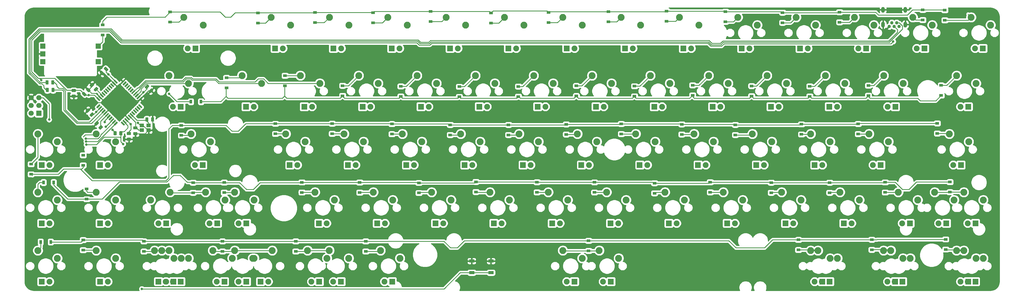
<source format=gbr>
%TF.GenerationSoftware,KiCad,Pcbnew,(5.1.5)-3*%
%TF.CreationDate,2021-06-23T12:29:00-05:00*%
%TF.ProjectId,Pikatea Keyboard,50696b61-7465-4612-904b-6579626f6172,rev?*%
%TF.SameCoordinates,Original*%
%TF.FileFunction,Copper,L1,Top*%
%TF.FilePolarity,Positive*%
%FSLAX46Y46*%
G04 Gerber Fmt 4.6, Leading zero omitted, Abs format (unit mm)*
G04 Created by KiCad (PCBNEW (5.1.5)-3) date 2021-06-23 12:29:00*
%MOMM*%
%LPD*%
G04 APERTURE LIST*
%TA.AperFunction,ComponentPad*%
%ADD10R,1.905000X1.905000*%
%TD*%
%TA.AperFunction,ComponentPad*%
%ADD11C,1.905000*%
%TD*%
%TA.AperFunction,ComponentPad*%
%ADD12C,2.250000*%
%TD*%
%TA.AperFunction,SMDPad,CuDef*%
%ADD13R,1.200000X0.900000*%
%TD*%
%TA.AperFunction,SMDPad,CuDef*%
%ADD14R,0.900000X1.200000*%
%TD*%
%TA.AperFunction,ComponentPad*%
%ADD15R,1.700000X1.700000*%
%TD*%
%TA.AperFunction,SMDPad,CuDef*%
%ADD16R,1.400000X1.200000*%
%TD*%
%TA.AperFunction,SMDPad,CuDef*%
%ADD17C,0.100000*%
%TD*%
%TA.AperFunction,SMDPad,CuDef*%
%ADD18R,1.700000X1.000000*%
%TD*%
%TA.AperFunction,ComponentPad*%
%ADD19O,1.200000X1.900000*%
%TD*%
%TA.AperFunction,ComponentPad*%
%ADD20C,1.100000*%
%TD*%
%TA.AperFunction,ComponentPad*%
%ADD21C,1.700000*%
%TD*%
%TA.AperFunction,ViaPad*%
%ADD22C,0.800000*%
%TD*%
%TA.AperFunction,Conductor*%
%ADD23C,0.250000*%
%TD*%
%TA.AperFunction,Conductor*%
%ADD24C,0.254000*%
%TD*%
G04 APERTURE END LIST*
D10*
%TO.P,MX_RMENU2,4*%
%TO.N,Net-(MX_RMENU1-Pad4)*%
X36830000Y-155080000D03*
D11*
%TO.P,MX_RMENU2,3*%
%TO.N,Net-(MX_RMENU1-Pad3)*%
X39370000Y-155080000D03*
D12*
%TO.P,MX_RMENU2,1*%
%TO.N,Col4*%
X34290000Y-147460000D03*
%TO.P,MX_RMENU2,2*%
%TO.N,Net-(D43-Pad2)*%
X40640000Y-144920000D03*
%TD*%
D10*
%TO.P,MX_UP2,4*%
%TO.N,Net-(MX_RSHFT1-Pad4)*%
X6032500Y-136030000D03*
D11*
%TO.P,MX_UP2,3*%
%TO.N,Net-(MX_RSHFT1-Pad3)*%
X3492500Y-136030000D03*
D12*
%TO.P,MX_UP2,1*%
%TO.N,Col3*%
X952500Y-128410000D03*
%TO.P,MX_UP2,2*%
%TO.N,Net-(D48-Pad2)*%
X7302500Y-125870000D03*
%TD*%
D10*
%TO.P,MX_SPACE2,4*%
%TO.N,Net-(MX_SPACE1-Pad4)*%
X139363750Y-155080000D03*
D11*
%TO.P,MX_SPACE2,3*%
%TO.N,Net-(MX_SPACE1-Pad3)*%
X136823750Y-155080000D03*
D12*
%TO.P,MX_SPACE2,1*%
%TO.N,Col10*%
X141903750Y-147460000D03*
%TO.P,MX_SPACE2,2*%
%TO.N,Net-(D24-Pad2)*%
X135553750Y-144920000D03*
%TD*%
D10*
%TO.P,MX_RSHFT2,4*%
%TO.N,Net-(MX_RSHFT2-Pad4)*%
X32226250Y-136030000D03*
D11*
%TO.P,MX_RSHFT2,3*%
%TO.N,Net-(MX_RSHFT2-Pad3)*%
X29686250Y-136030000D03*
D12*
%TO.P,MX_RSHFT2,1*%
%TO.N,Col4*%
X34766250Y-128410000D03*
%TO.P,MX_RSHFT2,2*%
%TO.N,Net-(D70-Pad2)*%
X28416250Y-125870000D03*
%TD*%
D10*
%TO.P,MX_RWIN2,4*%
%TO.N,Net-(MX_RWIN1-Pad4)*%
X63130000Y-155080000D03*
D11*
%TO.P,MX_RWIN2,3*%
%TO.N,Net-(MX_RWIN1-Pad3)*%
X60590000Y-155080000D03*
D12*
%TO.P,MX_RWIN2,1*%
%TO.N,Col5*%
X65670000Y-147460000D03*
%TO.P,MX_RWIN2,2*%
%TO.N,Net-(D40-Pad2)*%
X59320000Y-144920000D03*
%TD*%
D10*
%TO.P,MX_RMENU3,4*%
%TO.N,Net-(MX_RMENU1-Pad4)*%
X25050000Y-155080000D03*
D11*
%TO.P,MX_RMENU3,3*%
%TO.N,Net-(MX_RMENU1-Pad3)*%
X22510000Y-155080000D03*
D12*
%TO.P,MX_RMENU3,1*%
%TO.N,Col4*%
X27590000Y-147460000D03*
%TO.P,MX_RMENU3,2*%
%TO.N,Net-(D43-Pad2)*%
X21240000Y-144920000D03*
%TD*%
D10*
%TO.P,MX_LMENU2,4*%
%TO.N,Net-(MX_LMENU1-Pad4)*%
X244138750Y-155080000D03*
D11*
%TO.P,MX_LMENU2,3*%
%TO.N,Net-(MX_LMENU1-Pad3)*%
X241598750Y-155080000D03*
D12*
%TO.P,MX_LMENU2,1*%
%TO.N,Col15*%
X246678750Y-147460000D03*
%TO.P,MX_LMENU2,2*%
%TO.N,Net-(D5-Pad2)*%
X240328750Y-144920000D03*
%TD*%
D10*
%TO.P,MX_RCTRL3,4*%
%TO.N,Net-(MX_RCTRL1-Pad4)*%
X3488750Y-155080000D03*
D11*
%TO.P,MX_RCTRL3,3*%
%TO.N,Net-(MX_RCTRL1-Pad3)*%
X6028750Y-155080000D03*
D12*
%TO.P,MX_RCTRL3,1*%
%TO.N,Col3*%
X8568750Y-147460000D03*
%TO.P,MX_RCTRL3,2*%
%TO.N,Net-(D46-Pad2)*%
X2218750Y-144920000D03*
%TD*%
D10*
%TO.P,MX_RCTRL2,4*%
%TO.N,Net-(MX_RCTRL1-Pad4)*%
X10791250Y-155080000D03*
D11*
%TO.P,MX_RCTRL2,3*%
%TO.N,Net-(MX_RCTRL1-Pad3)*%
X8251250Y-155080000D03*
D12*
%TO.P,MX_RCTRL2,1*%
%TO.N,Col3*%
X13331250Y-147460000D03*
%TO.P,MX_RCTRL2,2*%
%TO.N,Net-(D46-Pad2)*%
X6981250Y-144920000D03*
%TD*%
D10*
%TO.P,MX_RCTRL1,4*%
%TO.N,Net-(MX_RCTRL1-Pad4)*%
X8410000Y-155080000D03*
D11*
%TO.P,MX_RCTRL1,3*%
%TO.N,Net-(MX_RCTRL1-Pad3)*%
X5870000Y-155080000D03*
D12*
%TO.P,MX_RCTRL1,1*%
%TO.N,Col3*%
X10950000Y-147460000D03*
%TO.P,MX_RCTRL1,2*%
%TO.N,Net-(D46-Pad2)*%
X4600000Y-144920000D03*
%TD*%
D10*
%TO.P,MX_LCTRL2,4*%
%TO.N,Net-(MX_LCTRL1-Pad4)*%
X267951250Y-155080000D03*
D11*
%TO.P,MX_LCTRL2,3*%
%TO.N,Net-(MX_LCTRL1-Pad3)*%
X265411250Y-155080000D03*
D12*
%TO.P,MX_LCTRL2,1*%
%TO.N,Col16*%
X270491250Y-147460000D03*
%TO.P,MX_LCTRL2,2*%
%TO.N,Net-(D1-Pad2)*%
X264141250Y-144920000D03*
%TD*%
D10*
%TO.P,MX_LALT2,4*%
%TO.N,Net-(MX_LALT1-Pad4)*%
X220326250Y-155080000D03*
D11*
%TO.P,MX_LALT2,3*%
%TO.N,Net-(MX_LALT1-Pad3)*%
X217786250Y-155080000D03*
D12*
%TO.P,MX_LALT2,1*%
%TO.N,Col14*%
X222866250Y-147460000D03*
%TO.P,MX_LALT2,2*%
%TO.N,Net-(D9-Pad2)*%
X216516250Y-144920000D03*
%TD*%
D13*
%TO.P,D70,2*%
%TO.N,Net-(D70-Pad2)*%
X24980000Y-126000000D03*
%TO.P,D70,1*%
%TO.N,Row4*%
X24980000Y-122700000D03*
%TD*%
D14*
%TO.P,D47,2*%
%TO.N,Net-(D47-Pad2)*%
X14090000Y-96290000D03*
%TO.P,D47,1*%
%TO.N,Row2*%
X17390000Y-96290000D03*
%TD*%
D13*
%TO.P,D44,2*%
%TO.N,Net-(D44-Pad2)*%
X25740000Y-88500000D03*
%TO.P,D44,1*%
%TO.N,Row2*%
X25740000Y-91800000D03*
%TD*%
%TO.P,D41,2*%
%TO.N,Net-(D41-Pad2)*%
X44840000Y-87810000D03*
%TO.P,D41,1*%
%TO.N,Row2*%
X44840000Y-91110000D03*
%TD*%
%TO.P,D69,2*%
%TO.N,Net-(D69-Pad2)*%
X-14720000Y-74530000D03*
%TO.P,D69,1*%
%TO.N,Row1*%
X-14720000Y-71230000D03*
%TD*%
D15*
%TO.P,SW2,S1*%
%TO.N,Net-(D69-Pad2)*%
X-16164580Y-78145640D03*
%TO.P,SW2,S2*%
%TO.N,COL2*%
X-16164580Y-83225640D03*
%TO.P,SW2,C*%
%TO.N,GND*%
X-34264580Y-80685640D03*
%TO.P,SW2,B*%
%TO.N,/D3*%
X-34264580Y-78145640D03*
%TO.P,SW2,A*%
%TO.N,/D4*%
X-34264580Y-83225640D03*
%TD*%
D13*
%TO.P,D68,2*%
%TO.N,Net-(D68-Pad2)*%
X7320000Y-70300000D03*
%TO.P,D68,1*%
%TO.N,Row1*%
X7320000Y-67000000D03*
%TD*%
%TO.P,D67,2*%
%TO.N,Net-(D67-Pad2)*%
X35990000Y-70620000D03*
%TO.P,D67,1*%
%TO.N,Row1*%
X35990000Y-67320000D03*
%TD*%
%TO.P,D66,2*%
%TO.N,Net-(D66-Pad2)*%
X54620000Y-70460000D03*
%TO.P,D66,1*%
%TO.N,Row1*%
X54620000Y-67160000D03*
%TD*%
%TO.P,D65,2*%
%TO.N,Net-(D65-Pad2)*%
X73560000Y-70510000D03*
%TO.P,D65,1*%
%TO.N,Row1*%
X73560000Y-67210000D03*
%TD*%
%TO.P,D64,2*%
%TO.N,Net-(D64-Pad2)*%
X92360000Y-70140000D03*
%TO.P,D64,1*%
%TO.N,Row1*%
X92360000Y-66840000D03*
%TD*%
%TO.P,D63,2*%
%TO.N,Net-(D63-Pad2)*%
X112130000Y-70620000D03*
%TO.P,D63,1*%
%TO.N,Row1*%
X112130000Y-67320000D03*
%TD*%
%TO.P,D62,2*%
%TO.N,Net-(D62-Pad2)*%
X130920000Y-70460000D03*
%TO.P,D62,1*%
%TO.N,Row1*%
X130920000Y-67160000D03*
%TD*%
%TO.P,D61,2*%
%TO.N,Net-(D61-Pad2)*%
X150510000Y-70190000D03*
%TO.P,D61,1*%
%TO.N,Row1*%
X150510000Y-66890000D03*
%TD*%
%TO.P,D60,2*%
%TO.N,Net-(D60-Pad2)*%
X169460000Y-70020000D03*
%TO.P,D60,1*%
%TO.N,Row1*%
X169460000Y-66720000D03*
%TD*%
%TO.P,D59,2*%
%TO.N,Net-(D59-Pad2)*%
X188670000Y-70190000D03*
%TO.P,D59,1*%
%TO.N,Row1*%
X188670000Y-66890000D03*
%TD*%
%TO.P,D58,2*%
%TO.N,Net-(D58-Pad2)*%
X207300000Y-70510000D03*
%TO.P,D58,1*%
%TO.N,Row1*%
X207300000Y-67210000D03*
%TD*%
%TO.P,D57,2*%
%TO.N,Net-(D57-Pad2)*%
X225930000Y-70350000D03*
%TO.P,D57,1*%
%TO.N,Row1*%
X225930000Y-67050000D03*
%TD*%
%TO.P,D56,2*%
%TO.N,Net-(D56-Pad2)*%
X253110000Y-69610000D03*
%TO.P,D56,1*%
%TO.N,Row1*%
X253110000Y-66310000D03*
%TD*%
%TO.P,D55,2*%
%TO.N,Net-(D55-Pad2)*%
X260300000Y-69690000D03*
%TO.P,D55,1*%
%TO.N,Row1*%
X260300000Y-66390000D03*
%TD*%
D10*
%TO.P,MX_BSPC1,4*%
%TO.N,Net-(MX_BSPC1-Pad4)*%
X15557500Y-78880000D03*
D11*
%TO.P,MX_BSPC1,3*%
%TO.N,Net-(MX_BSPC1-Pad3)*%
X13017500Y-78880000D03*
D12*
%TO.P,MX_BSPC1,1*%
%TO.N,Col3*%
X18097500Y-71260000D03*
%TO.P,MX_BSPC1,2*%
%TO.N,Net-(D68-Pad2)*%
X11747500Y-68720000D03*
%TD*%
D14*
%TO.P,D54,2*%
%TO.N,Net-(D54-Pad2)*%
X-34025000Y-122700000D03*
%TO.P,D54,1*%
%TO.N,Row4*%
X-30725000Y-122700000D03*
%TD*%
D13*
%TO.P,D53,2*%
%TO.N,Net-(D53-Pad2)*%
X-38110000Y-116720000D03*
%TO.P,D53,1*%
%TO.N,Row3*%
X-38110000Y-120020000D03*
%TD*%
D14*
%TO.P,D52,2*%
%TO.N,Net-(D52-Pad2)*%
X-34980000Y-142130000D03*
%TO.P,D52,1*%
%TO.N,Row5*%
X-31680000Y-142130000D03*
%TD*%
D13*
%TO.P,D51,2*%
%TO.N,Net-(D51-Pad2)*%
X-19939000Y-124843000D03*
%TO.P,D51,1*%
%TO.N,Row4*%
X-19939000Y-128143000D03*
%TD*%
%TO.P,D50,2*%
%TO.N,Net-(D50-Pad2)*%
X-21082000Y-113792000D03*
%TO.P,D50,1*%
%TO.N,Row3*%
X-21082000Y-117092000D03*
%TD*%
%TO.P,D49,2*%
%TO.N,Net-(D49-Pad2)*%
X-21100000Y-144800000D03*
%TO.P,D49,1*%
%TO.N,Row5*%
X-21100000Y-141500000D03*
%TD*%
%TO.P,D48,2*%
%TO.N,Net-(D48-Pad2)*%
X14800000Y-126060000D03*
%TO.P,D48,1*%
%TO.N,Row4*%
X14800000Y-122760000D03*
%TD*%
%TO.P,D46,2*%
%TO.N,Net-(D46-Pad2)*%
X-1250000Y-145240000D03*
%TO.P,D46,1*%
%TO.N,Row5*%
X-1250000Y-141940000D03*
%TD*%
%TO.P,D45,2*%
%TO.N,Net-(D45-Pad2)*%
X10950000Y-107325000D03*
%TO.P,D45,1*%
%TO.N,Row3*%
X10950000Y-104025000D03*
%TD*%
%TO.P,D43,2*%
%TO.N,Net-(D43-Pad2)*%
X24400000Y-145225000D03*
%TO.P,D43,1*%
%TO.N,Row5*%
X24400000Y-141925000D03*
%TD*%
%TO.P,D42,2*%
%TO.N,Net-(D42-Pad2)*%
X41690000Y-106810000D03*
%TO.P,D42,1*%
%TO.N,Row3*%
X41690000Y-103510000D03*
%TD*%
%TO.P,D40,2*%
%TO.N,Net-(D40-Pad2)*%
X48325000Y-145225000D03*
%TO.P,D40,1*%
%TO.N,Row5*%
X48325000Y-141925000D03*
%TD*%
%TO.P,D39,2*%
%TO.N,Net-(D39-Pad2)*%
X50330000Y-125960000D03*
%TO.P,D39,1*%
%TO.N,Row4*%
X50330000Y-122660000D03*
%TD*%
%TO.P,D38,2*%
%TO.N,Net-(D38-Pad2)*%
X60225000Y-106775000D03*
%TO.P,D38,1*%
%TO.N,Row3*%
X60225000Y-103475000D03*
%TD*%
%TO.P,D37,2*%
%TO.N,Net-(D37-Pad2)*%
X63640000Y-91090000D03*
%TO.P,D37,1*%
%TO.N,Row2*%
X63640000Y-94390000D03*
%TD*%
%TO.P,D36,2*%
%TO.N,Net-(D36-Pad2)*%
X71200000Y-145225000D03*
%TO.P,D36,1*%
%TO.N,Row5*%
X71200000Y-141925000D03*
%TD*%
%TO.P,D35,2*%
%TO.N,Net-(D35-Pad2)*%
X69230000Y-125990000D03*
%TO.P,D35,1*%
%TO.N,Row4*%
X69230000Y-122690000D03*
%TD*%
%TO.P,D34,2*%
%TO.N,Net-(D34-Pad2)*%
X79750000Y-106880000D03*
%TO.P,D34,1*%
%TO.N,Row3*%
X79750000Y-103580000D03*
%TD*%
%TO.P,D33,2*%
%TO.N,Net-(D33-Pad2)*%
X82650000Y-91290000D03*
%TO.P,D33,1*%
%TO.N,Row2*%
X82650000Y-94590000D03*
%TD*%
%TO.P,D32,2*%
%TO.N,Net-(D32-Pad2)*%
X88560000Y-126120000D03*
%TO.P,D32,1*%
%TO.N,Row4*%
X88560000Y-122820000D03*
%TD*%
%TO.P,D31,2*%
%TO.N,Net-(D31-Pad2)*%
X98775000Y-107175000D03*
%TO.P,D31,1*%
%TO.N,Row3*%
X98775000Y-103875000D03*
%TD*%
%TO.P,D30,2*%
%TO.N,Net-(D30-Pad2)*%
X101750000Y-91400000D03*
%TO.P,D30,1*%
%TO.N,Row2*%
X101750000Y-94700000D03*
%TD*%
%TO.P,D29,2*%
%TO.N,Net-(D29-Pad2)*%
X107175000Y-125800000D03*
%TO.P,D29,1*%
%TO.N,Row4*%
X107175000Y-122500000D03*
%TD*%
%TO.P,D28,2*%
%TO.N,Net-(D28-Pad2)*%
X117830000Y-107170000D03*
%TO.P,D28,1*%
%TO.N,Row3*%
X117830000Y-103870000D03*
%TD*%
%TO.P,D27,2*%
%TO.N,Net-(D27-Pad2)*%
X121040000Y-91340000D03*
%TO.P,D27,1*%
%TO.N,Row2*%
X121040000Y-94640000D03*
%TD*%
%TO.P,D26,2*%
%TO.N,Net-(D26-Pad2)*%
X127125000Y-125900000D03*
%TO.P,D26,1*%
%TO.N,Row4*%
X127125000Y-122600000D03*
%TD*%
%TO.P,D25,2*%
%TO.N,Net-(D25-Pad2)*%
X136670000Y-107000000D03*
%TO.P,D25,1*%
%TO.N,Row3*%
X136670000Y-103700000D03*
%TD*%
%TO.P,D24,2*%
%TO.N,Net-(D24-Pad2)*%
X143975000Y-145050000D03*
%TO.P,D24,1*%
%TO.N,Row5*%
X143975000Y-141750000D03*
%TD*%
%TO.P,D23,2*%
%TO.N,Net-(D23-Pad2)*%
X139970000Y-91130000D03*
%TO.P,D23,1*%
%TO.N,Row2*%
X139970000Y-94430000D03*
%TD*%
%TO.P,D22,2*%
%TO.N,Net-(D22-Pad2)*%
X145900000Y-125950000D03*
%TO.P,D22,1*%
%TO.N,Row4*%
X145900000Y-122650000D03*
%TD*%
%TO.P,D21,2*%
%TO.N,Net-(D21-Pad2)*%
X154650000Y-106850000D03*
%TO.P,D21,1*%
%TO.N,Row3*%
X154650000Y-103550000D03*
%TD*%
%TO.P,D20,2*%
%TO.N,Net-(D20-Pad2)*%
X158960000Y-91230000D03*
%TO.P,D20,1*%
%TO.N,Row2*%
X158960000Y-94530000D03*
%TD*%
%TO.P,D19,2*%
%TO.N,Net-(D19-Pad2)*%
X165525000Y-126225000D03*
%TO.P,D19,1*%
%TO.N,Row4*%
X165525000Y-122925000D03*
%TD*%
%TO.P,D18,2*%
%TO.N,Net-(D18-Pad2)*%
X174410000Y-107000000D03*
%TO.P,D18,1*%
%TO.N,Row3*%
X174410000Y-103700000D03*
%TD*%
%TO.P,D17,2*%
%TO.N,Net-(D17-Pad2)*%
X177950000Y-90930000D03*
%TO.P,D17,1*%
%TO.N,Row2*%
X177950000Y-94230000D03*
%TD*%
%TO.P,D16,2*%
%TO.N,Net-(D16-Pad2)*%
X183675000Y-125900000D03*
%TO.P,D16,1*%
%TO.N,Row4*%
X183675000Y-122600000D03*
%TD*%
%TO.P,D15,2*%
%TO.N,Net-(D15-Pad2)*%
X191900000Y-107175000D03*
%TO.P,D15,1*%
%TO.N,Row3*%
X191900000Y-103875000D03*
%TD*%
%TO.P,D14,2*%
%TO.N,Net-(D14-Pad2)*%
X197210000Y-91180000D03*
%TO.P,D14,1*%
%TO.N,Row2*%
X197210000Y-94480000D03*
%TD*%
%TO.P,D13,2*%
%TO.N,Net-(D13-Pad2)*%
X203600000Y-126050000D03*
%TO.P,D13,1*%
%TO.N,Row4*%
X203600000Y-122750000D03*
%TD*%
%TO.P,D12,2*%
%TO.N,Net-(D12-Pad2)*%
X213475000Y-106975000D03*
%TO.P,D12,1*%
%TO.N,Row3*%
X213475000Y-103675000D03*
%TD*%
%TO.P,D11,2*%
%TO.N,Net-(D11-Pad2)*%
X216210000Y-91290000D03*
%TO.P,D11,1*%
%TO.N,Row2*%
X216210000Y-94590000D03*
%TD*%
%TO.P,D10,2*%
%TO.N,Net-(D10-Pad2)*%
X222700000Y-126050000D03*
%TO.P,D10,1*%
%TO.N,Row4*%
X222700000Y-122750000D03*
%TD*%
%TO.P,D9,2*%
%TO.N,Net-(D9-Pad2)*%
X212520000Y-144730000D03*
%TO.P,D9,1*%
%TO.N,Row5*%
X212520000Y-141430000D03*
%TD*%
%TO.P,D8,2*%
%TO.N,Net-(D8-Pad2)*%
X232025000Y-106850000D03*
%TO.P,D8,1*%
%TO.N,Row3*%
X232025000Y-103550000D03*
%TD*%
%TO.P,D7,2*%
%TO.N,Net-(D7-Pad2)*%
X235360000Y-91040000D03*
%TO.P,D7,1*%
%TO.N,Row2*%
X235360000Y-94340000D03*
%TD*%
%TO.P,D6,2*%
%TO.N,Net-(D6-Pad2)*%
X240825000Y-125950000D03*
%TO.P,D6,1*%
%TO.N,Row4*%
X240825000Y-122650000D03*
%TD*%
%TO.P,D5,2*%
%TO.N,Net-(D5-Pad2)*%
X236480000Y-144690000D03*
%TO.P,D5,1*%
%TO.N,Row5*%
X236480000Y-141390000D03*
%TD*%
%TO.P,D4,2*%
%TO.N,Net-(D4-Pad2)*%
X262000000Y-125850000D03*
%TO.P,D4,1*%
%TO.N,Row4*%
X262000000Y-122550000D03*
%TD*%
%TO.P,D3,2*%
%TO.N,Net-(D3-Pad2)*%
X257850000Y-106675000D03*
%TO.P,D3,1*%
%TO.N,Row3*%
X257850000Y-103375000D03*
%TD*%
%TO.P,D2,2*%
%TO.N,Net-(D2-Pad2)*%
X259110000Y-90970000D03*
%TO.P,D2,1*%
%TO.N,Row2*%
X259110000Y-94270000D03*
%TD*%
%TO.P,D1,2*%
%TO.N,Net-(D1-Pad2)*%
X260610000Y-144580000D03*
%TO.P,D1,1*%
%TO.N,Row5*%
X260610000Y-141280000D03*
%TD*%
D10*
%TO.P,MX_LSHFT2,4*%
%TO.N,Net-(MX_LSHFT2-Pad4)*%
X270332500Y-136030000D03*
D11*
%TO.P,MX_LSHFT2,3*%
%TO.N,Net-(MX_LSHFT2-Pad3)*%
X267792500Y-136030000D03*
D12*
%TO.P,MX_LSHFT2,1*%
%TO.N,Col16*%
X272872500Y-128410000D03*
%TO.P,MX_LSHFT2,2*%
%TO.N,Net-(D4-Pad2)*%
X266522500Y-125870000D03*
%TD*%
D10*
%TO.P,MX_X1,4*%
%TO.N,Net-(MX_X1-Pad4)*%
X208280000Y-136030000D03*
D11*
%TO.P,MX_X1,3*%
%TO.N,Net-(MX_X1-Pad3)*%
X210820000Y-136030000D03*
D12*
%TO.P,MX_X1,1*%
%TO.N,Col13*%
X213360000Y-128410000D03*
%TO.P,MX_X1,2*%
%TO.N,Net-(D13-Pad2)*%
X207010000Y-125870000D03*
%TD*%
D10*
%TO.P,MX_LCTRL1,4*%
%TO.N,Net-(MX_LCTRL1-Pad4)*%
X270332500Y-155080000D03*
D11*
%TO.P,MX_LCTRL1,3*%
%TO.N,Net-(MX_LCTRL1-Pad3)*%
X267792500Y-155080000D03*
D12*
%TO.P,MX_LCTRL1,1*%
%TO.N,Col16*%
X272872500Y-147460000D03*
%TO.P,MX_LCTRL1,2*%
%TO.N,Net-(D1-Pad2)*%
X266522500Y-144920000D03*
%TD*%
D16*
%TO.P,X1,4*%
%TO.N,GND*%
X290000Y-105630000D03*
%TO.P,X1,3*%
%TO.N,Net-(C8-Pad1)*%
X-1910000Y-105630000D03*
%TO.P,X1,2*%
%TO.N,GND*%
X-1910000Y-104030000D03*
%TO.P,X1,1*%
%TO.N,Net-(C7-Pad1)*%
X290000Y-104030000D03*
%TD*%
%TA.AperFunction,SMDPad,CuDef*%
D17*
%TO.P,U1,44*%
%TO.N,VBUS*%
G36*
X-16425979Y-94766106D02*
G01*
X-16412631Y-94768086D01*
X-16399542Y-94771365D01*
X-16386837Y-94775911D01*
X-16374639Y-94781680D01*
X-16363065Y-94788617D01*
X-16352227Y-94796655D01*
X-16342229Y-94805717D01*
X-15493701Y-95654245D01*
X-15484639Y-95664243D01*
X-15476601Y-95675081D01*
X-15469664Y-95686655D01*
X-15463895Y-95698853D01*
X-15459349Y-95711558D01*
X-15456070Y-95724647D01*
X-15454090Y-95737995D01*
X-15453428Y-95751472D01*
X-15454090Y-95764949D01*
X-15456070Y-95778297D01*
X-15459349Y-95791386D01*
X-15463895Y-95804091D01*
X-15469664Y-95816289D01*
X-15476601Y-95827863D01*
X-15484639Y-95838701D01*
X-15493701Y-95848699D01*
X-15688155Y-96043153D01*
X-15698153Y-96052215D01*
X-15708991Y-96060253D01*
X-15720565Y-96067190D01*
X-15732763Y-96072959D01*
X-15745468Y-96077505D01*
X-15758557Y-96080784D01*
X-15771905Y-96082764D01*
X-15785382Y-96083426D01*
X-15798859Y-96082764D01*
X-15812207Y-96080784D01*
X-15825296Y-96077505D01*
X-15838001Y-96072959D01*
X-15850199Y-96067190D01*
X-15861773Y-96060253D01*
X-15872611Y-96052215D01*
X-15882609Y-96043153D01*
X-16731137Y-95194625D01*
X-16740199Y-95184627D01*
X-16748237Y-95173789D01*
X-16755174Y-95162215D01*
X-16760943Y-95150017D01*
X-16765489Y-95137312D01*
X-16768768Y-95124223D01*
X-16770748Y-95110875D01*
X-16771410Y-95097398D01*
X-16770748Y-95083921D01*
X-16768768Y-95070573D01*
X-16765489Y-95057484D01*
X-16760943Y-95044779D01*
X-16755174Y-95032581D01*
X-16748237Y-95021007D01*
X-16740199Y-95010169D01*
X-16731137Y-95000171D01*
X-16536683Y-94805717D01*
X-16526685Y-94796655D01*
X-16515847Y-94788617D01*
X-16504273Y-94781680D01*
X-16492075Y-94775911D01*
X-16479370Y-94771365D01*
X-16466281Y-94768086D01*
X-16452933Y-94766106D01*
X-16439456Y-94765444D01*
X-16425979Y-94766106D01*
G37*
%TD.AperFunction*%
%TA.AperFunction,SMDPad,CuDef*%
%TO.P,U1,43*%
%TO.N,GND*%
G36*
X-15860294Y-94200421D02*
G01*
X-15846946Y-94202401D01*
X-15833857Y-94205680D01*
X-15821152Y-94210226D01*
X-15808954Y-94215995D01*
X-15797380Y-94222932D01*
X-15786542Y-94230970D01*
X-15776544Y-94240032D01*
X-14928016Y-95088560D01*
X-14918954Y-95098558D01*
X-14910916Y-95109396D01*
X-14903979Y-95120970D01*
X-14898210Y-95133168D01*
X-14893664Y-95145873D01*
X-14890385Y-95158962D01*
X-14888405Y-95172310D01*
X-14887743Y-95185787D01*
X-14888405Y-95199264D01*
X-14890385Y-95212612D01*
X-14893664Y-95225701D01*
X-14898210Y-95238406D01*
X-14903979Y-95250604D01*
X-14910916Y-95262178D01*
X-14918954Y-95273016D01*
X-14928016Y-95283014D01*
X-15122470Y-95477468D01*
X-15132468Y-95486530D01*
X-15143306Y-95494568D01*
X-15154880Y-95501505D01*
X-15167078Y-95507274D01*
X-15179783Y-95511820D01*
X-15192872Y-95515099D01*
X-15206220Y-95517079D01*
X-15219697Y-95517741D01*
X-15233174Y-95517079D01*
X-15246522Y-95515099D01*
X-15259611Y-95511820D01*
X-15272316Y-95507274D01*
X-15284514Y-95501505D01*
X-15296088Y-95494568D01*
X-15306926Y-95486530D01*
X-15316924Y-95477468D01*
X-16165452Y-94628940D01*
X-16174514Y-94618942D01*
X-16182552Y-94608104D01*
X-16189489Y-94596530D01*
X-16195258Y-94584332D01*
X-16199804Y-94571627D01*
X-16203083Y-94558538D01*
X-16205063Y-94545190D01*
X-16205725Y-94531713D01*
X-16205063Y-94518236D01*
X-16203083Y-94504888D01*
X-16199804Y-94491799D01*
X-16195258Y-94479094D01*
X-16189489Y-94466896D01*
X-16182552Y-94455322D01*
X-16174514Y-94444484D01*
X-16165452Y-94434486D01*
X-15970998Y-94240032D01*
X-15961000Y-94230970D01*
X-15950162Y-94222932D01*
X-15938588Y-94215995D01*
X-15926390Y-94210226D01*
X-15913685Y-94205680D01*
X-15900596Y-94202401D01*
X-15887248Y-94200421D01*
X-15873771Y-94199759D01*
X-15860294Y-94200421D01*
G37*
%TD.AperFunction*%
%TA.AperFunction,SMDPad,CuDef*%
%TO.P,U1,42*%
%TO.N,Net-(C10-Pad1)*%
G36*
X-15294608Y-93634735D02*
G01*
X-15281260Y-93636715D01*
X-15268171Y-93639994D01*
X-15255466Y-93644540D01*
X-15243268Y-93650309D01*
X-15231694Y-93657246D01*
X-15220856Y-93665284D01*
X-15210858Y-93674346D01*
X-14362330Y-94522874D01*
X-14353268Y-94532872D01*
X-14345230Y-94543710D01*
X-14338293Y-94555284D01*
X-14332524Y-94567482D01*
X-14327978Y-94580187D01*
X-14324699Y-94593276D01*
X-14322719Y-94606624D01*
X-14322057Y-94620101D01*
X-14322719Y-94633578D01*
X-14324699Y-94646926D01*
X-14327978Y-94660015D01*
X-14332524Y-94672720D01*
X-14338293Y-94684918D01*
X-14345230Y-94696492D01*
X-14353268Y-94707330D01*
X-14362330Y-94717328D01*
X-14556784Y-94911782D01*
X-14566782Y-94920844D01*
X-14577620Y-94928882D01*
X-14589194Y-94935819D01*
X-14601392Y-94941588D01*
X-14614097Y-94946134D01*
X-14627186Y-94949413D01*
X-14640534Y-94951393D01*
X-14654011Y-94952055D01*
X-14667488Y-94951393D01*
X-14680836Y-94949413D01*
X-14693925Y-94946134D01*
X-14706630Y-94941588D01*
X-14718828Y-94935819D01*
X-14730402Y-94928882D01*
X-14741240Y-94920844D01*
X-14751238Y-94911782D01*
X-15599766Y-94063254D01*
X-15608828Y-94053256D01*
X-15616866Y-94042418D01*
X-15623803Y-94030844D01*
X-15629572Y-94018646D01*
X-15634118Y-94005941D01*
X-15637397Y-93992852D01*
X-15639377Y-93979504D01*
X-15640039Y-93966027D01*
X-15639377Y-93952550D01*
X-15637397Y-93939202D01*
X-15634118Y-93926113D01*
X-15629572Y-93913408D01*
X-15623803Y-93901210D01*
X-15616866Y-93889636D01*
X-15608828Y-93878798D01*
X-15599766Y-93868800D01*
X-15405312Y-93674346D01*
X-15395314Y-93665284D01*
X-15384476Y-93657246D01*
X-15372902Y-93650309D01*
X-15360704Y-93644540D01*
X-15347999Y-93639994D01*
X-15334910Y-93636715D01*
X-15321562Y-93634735D01*
X-15308085Y-93634073D01*
X-15294608Y-93634735D01*
G37*
%TD.AperFunction*%
%TA.AperFunction,SMDPad,CuDef*%
%TO.P,U1,41*%
%TO.N,Net-(U1-Pad41)*%
G36*
X-14728923Y-93069050D02*
G01*
X-14715575Y-93071030D01*
X-14702486Y-93074309D01*
X-14689781Y-93078855D01*
X-14677583Y-93084624D01*
X-14666009Y-93091561D01*
X-14655171Y-93099599D01*
X-14645173Y-93108661D01*
X-13796645Y-93957189D01*
X-13787583Y-93967187D01*
X-13779545Y-93978025D01*
X-13772608Y-93989599D01*
X-13766839Y-94001797D01*
X-13762293Y-94014502D01*
X-13759014Y-94027591D01*
X-13757034Y-94040939D01*
X-13756372Y-94054416D01*
X-13757034Y-94067893D01*
X-13759014Y-94081241D01*
X-13762293Y-94094330D01*
X-13766839Y-94107035D01*
X-13772608Y-94119233D01*
X-13779545Y-94130807D01*
X-13787583Y-94141645D01*
X-13796645Y-94151643D01*
X-13991099Y-94346097D01*
X-14001097Y-94355159D01*
X-14011935Y-94363197D01*
X-14023509Y-94370134D01*
X-14035707Y-94375903D01*
X-14048412Y-94380449D01*
X-14061501Y-94383728D01*
X-14074849Y-94385708D01*
X-14088326Y-94386370D01*
X-14101803Y-94385708D01*
X-14115151Y-94383728D01*
X-14128240Y-94380449D01*
X-14140945Y-94375903D01*
X-14153143Y-94370134D01*
X-14164717Y-94363197D01*
X-14175555Y-94355159D01*
X-14185553Y-94346097D01*
X-15034081Y-93497569D01*
X-15043143Y-93487571D01*
X-15051181Y-93476733D01*
X-15058118Y-93465159D01*
X-15063887Y-93452961D01*
X-15068433Y-93440256D01*
X-15071712Y-93427167D01*
X-15073692Y-93413819D01*
X-15074354Y-93400342D01*
X-15073692Y-93386865D01*
X-15071712Y-93373517D01*
X-15068433Y-93360428D01*
X-15063887Y-93347723D01*
X-15058118Y-93335525D01*
X-15051181Y-93323951D01*
X-15043143Y-93313113D01*
X-15034081Y-93303115D01*
X-14839627Y-93108661D01*
X-14829629Y-93099599D01*
X-14818791Y-93091561D01*
X-14807217Y-93084624D01*
X-14795019Y-93078855D01*
X-14782314Y-93074309D01*
X-14769225Y-93071030D01*
X-14755877Y-93069050D01*
X-14742400Y-93068388D01*
X-14728923Y-93069050D01*
G37*
%TD.AperFunction*%
%TA.AperFunction,SMDPad,CuDef*%
%TO.P,U1,40*%
%TO.N,Net-(U1-Pad40)*%
G36*
X-14163238Y-92503364D02*
G01*
X-14149890Y-92505344D01*
X-14136801Y-92508623D01*
X-14124096Y-92513169D01*
X-14111898Y-92518938D01*
X-14100324Y-92525875D01*
X-14089486Y-92533913D01*
X-14079488Y-92542975D01*
X-13230960Y-93391503D01*
X-13221898Y-93401501D01*
X-13213860Y-93412339D01*
X-13206923Y-93423913D01*
X-13201154Y-93436111D01*
X-13196608Y-93448816D01*
X-13193329Y-93461905D01*
X-13191349Y-93475253D01*
X-13190687Y-93488730D01*
X-13191349Y-93502207D01*
X-13193329Y-93515555D01*
X-13196608Y-93528644D01*
X-13201154Y-93541349D01*
X-13206923Y-93553547D01*
X-13213860Y-93565121D01*
X-13221898Y-93575959D01*
X-13230960Y-93585957D01*
X-13425414Y-93780411D01*
X-13435412Y-93789473D01*
X-13446250Y-93797511D01*
X-13457824Y-93804448D01*
X-13470022Y-93810217D01*
X-13482727Y-93814763D01*
X-13495816Y-93818042D01*
X-13509164Y-93820022D01*
X-13522641Y-93820684D01*
X-13536118Y-93820022D01*
X-13549466Y-93818042D01*
X-13562555Y-93814763D01*
X-13575260Y-93810217D01*
X-13587458Y-93804448D01*
X-13599032Y-93797511D01*
X-13609870Y-93789473D01*
X-13619868Y-93780411D01*
X-14468396Y-92931883D01*
X-14477458Y-92921885D01*
X-14485496Y-92911047D01*
X-14492433Y-92899473D01*
X-14498202Y-92887275D01*
X-14502748Y-92874570D01*
X-14506027Y-92861481D01*
X-14508007Y-92848133D01*
X-14508669Y-92834656D01*
X-14508007Y-92821179D01*
X-14506027Y-92807831D01*
X-14502748Y-92794742D01*
X-14498202Y-92782037D01*
X-14492433Y-92769839D01*
X-14485496Y-92758265D01*
X-14477458Y-92747427D01*
X-14468396Y-92737429D01*
X-14273942Y-92542975D01*
X-14263944Y-92533913D01*
X-14253106Y-92525875D01*
X-14241532Y-92518938D01*
X-14229334Y-92513169D01*
X-14216629Y-92508623D01*
X-14203540Y-92505344D01*
X-14190192Y-92503364D01*
X-14176715Y-92502702D01*
X-14163238Y-92503364D01*
G37*
%TD.AperFunction*%
%TA.AperFunction,SMDPad,CuDef*%
%TO.P,U1,39*%
%TO.N,Net-(U1-Pad39)*%
G36*
X-13597552Y-91937679D02*
G01*
X-13584204Y-91939659D01*
X-13571115Y-91942938D01*
X-13558410Y-91947484D01*
X-13546212Y-91953253D01*
X-13534638Y-91960190D01*
X-13523800Y-91968228D01*
X-13513802Y-91977290D01*
X-12665274Y-92825818D01*
X-12656212Y-92835816D01*
X-12648174Y-92846654D01*
X-12641237Y-92858228D01*
X-12635468Y-92870426D01*
X-12630922Y-92883131D01*
X-12627643Y-92896220D01*
X-12625663Y-92909568D01*
X-12625001Y-92923045D01*
X-12625663Y-92936522D01*
X-12627643Y-92949870D01*
X-12630922Y-92962959D01*
X-12635468Y-92975664D01*
X-12641237Y-92987862D01*
X-12648174Y-92999436D01*
X-12656212Y-93010274D01*
X-12665274Y-93020272D01*
X-12859728Y-93214726D01*
X-12869726Y-93223788D01*
X-12880564Y-93231826D01*
X-12892138Y-93238763D01*
X-12904336Y-93244532D01*
X-12917041Y-93249078D01*
X-12930130Y-93252357D01*
X-12943478Y-93254337D01*
X-12956955Y-93254999D01*
X-12970432Y-93254337D01*
X-12983780Y-93252357D01*
X-12996869Y-93249078D01*
X-13009574Y-93244532D01*
X-13021772Y-93238763D01*
X-13033346Y-93231826D01*
X-13044184Y-93223788D01*
X-13054182Y-93214726D01*
X-13902710Y-92366198D01*
X-13911772Y-92356200D01*
X-13919810Y-92345362D01*
X-13926747Y-92333788D01*
X-13932516Y-92321590D01*
X-13937062Y-92308885D01*
X-13940341Y-92295796D01*
X-13942321Y-92282448D01*
X-13942983Y-92268971D01*
X-13942321Y-92255494D01*
X-13940341Y-92242146D01*
X-13937062Y-92229057D01*
X-13932516Y-92216352D01*
X-13926747Y-92204154D01*
X-13919810Y-92192580D01*
X-13911772Y-92181742D01*
X-13902710Y-92171744D01*
X-13708256Y-91977290D01*
X-13698258Y-91968228D01*
X-13687420Y-91960190D01*
X-13675846Y-91953253D01*
X-13663648Y-91947484D01*
X-13650943Y-91942938D01*
X-13637854Y-91939659D01*
X-13624506Y-91937679D01*
X-13611029Y-91937017D01*
X-13597552Y-91937679D01*
G37*
%TD.AperFunction*%
%TA.AperFunction,SMDPad,CuDef*%
%TO.P,U1,38*%
%TO.N,Net-(U1-Pad38)*%
G36*
X-13031867Y-91371993D02*
G01*
X-13018519Y-91373973D01*
X-13005430Y-91377252D01*
X-12992725Y-91381798D01*
X-12980527Y-91387567D01*
X-12968953Y-91394504D01*
X-12958115Y-91402542D01*
X-12948117Y-91411604D01*
X-12099589Y-92260132D01*
X-12090527Y-92270130D01*
X-12082489Y-92280968D01*
X-12075552Y-92292542D01*
X-12069783Y-92304740D01*
X-12065237Y-92317445D01*
X-12061958Y-92330534D01*
X-12059978Y-92343882D01*
X-12059316Y-92357359D01*
X-12059978Y-92370836D01*
X-12061958Y-92384184D01*
X-12065237Y-92397273D01*
X-12069783Y-92409978D01*
X-12075552Y-92422176D01*
X-12082489Y-92433750D01*
X-12090527Y-92444588D01*
X-12099589Y-92454586D01*
X-12294043Y-92649040D01*
X-12304041Y-92658102D01*
X-12314879Y-92666140D01*
X-12326453Y-92673077D01*
X-12338651Y-92678846D01*
X-12351356Y-92683392D01*
X-12364445Y-92686671D01*
X-12377793Y-92688651D01*
X-12391270Y-92689313D01*
X-12404747Y-92688651D01*
X-12418095Y-92686671D01*
X-12431184Y-92683392D01*
X-12443889Y-92678846D01*
X-12456087Y-92673077D01*
X-12467661Y-92666140D01*
X-12478499Y-92658102D01*
X-12488497Y-92649040D01*
X-13337025Y-91800512D01*
X-13346087Y-91790514D01*
X-13354125Y-91779676D01*
X-13361062Y-91768102D01*
X-13366831Y-91755904D01*
X-13371377Y-91743199D01*
X-13374656Y-91730110D01*
X-13376636Y-91716762D01*
X-13377298Y-91703285D01*
X-13376636Y-91689808D01*
X-13374656Y-91676460D01*
X-13371377Y-91663371D01*
X-13366831Y-91650666D01*
X-13361062Y-91638468D01*
X-13354125Y-91626894D01*
X-13346087Y-91616056D01*
X-13337025Y-91606058D01*
X-13142571Y-91411604D01*
X-13132573Y-91402542D01*
X-13121735Y-91394504D01*
X-13110161Y-91387567D01*
X-13097963Y-91381798D01*
X-13085258Y-91377252D01*
X-13072169Y-91373973D01*
X-13058821Y-91371993D01*
X-13045344Y-91371331D01*
X-13031867Y-91371993D01*
G37*
%TD.AperFunction*%
%TA.AperFunction,SMDPad,CuDef*%
%TO.P,U1,37*%
%TO.N,Net-(U1-Pad37)*%
G36*
X-12466181Y-90806308D02*
G01*
X-12452833Y-90808288D01*
X-12439744Y-90811567D01*
X-12427039Y-90816113D01*
X-12414841Y-90821882D01*
X-12403267Y-90828819D01*
X-12392429Y-90836857D01*
X-12382431Y-90845919D01*
X-11533903Y-91694447D01*
X-11524841Y-91704445D01*
X-11516803Y-91715283D01*
X-11509866Y-91726857D01*
X-11504097Y-91739055D01*
X-11499551Y-91751760D01*
X-11496272Y-91764849D01*
X-11494292Y-91778197D01*
X-11493630Y-91791674D01*
X-11494292Y-91805151D01*
X-11496272Y-91818499D01*
X-11499551Y-91831588D01*
X-11504097Y-91844293D01*
X-11509866Y-91856491D01*
X-11516803Y-91868065D01*
X-11524841Y-91878903D01*
X-11533903Y-91888901D01*
X-11728357Y-92083355D01*
X-11738355Y-92092417D01*
X-11749193Y-92100455D01*
X-11760767Y-92107392D01*
X-11772965Y-92113161D01*
X-11785670Y-92117707D01*
X-11798759Y-92120986D01*
X-11812107Y-92122966D01*
X-11825584Y-92123628D01*
X-11839061Y-92122966D01*
X-11852409Y-92120986D01*
X-11865498Y-92117707D01*
X-11878203Y-92113161D01*
X-11890401Y-92107392D01*
X-11901975Y-92100455D01*
X-11912813Y-92092417D01*
X-11922811Y-92083355D01*
X-12771339Y-91234827D01*
X-12780401Y-91224829D01*
X-12788439Y-91213991D01*
X-12795376Y-91202417D01*
X-12801145Y-91190219D01*
X-12805691Y-91177514D01*
X-12808970Y-91164425D01*
X-12810950Y-91151077D01*
X-12811612Y-91137600D01*
X-12810950Y-91124123D01*
X-12808970Y-91110775D01*
X-12805691Y-91097686D01*
X-12801145Y-91084981D01*
X-12795376Y-91072783D01*
X-12788439Y-91061209D01*
X-12780401Y-91050371D01*
X-12771339Y-91040373D01*
X-12576885Y-90845919D01*
X-12566887Y-90836857D01*
X-12556049Y-90828819D01*
X-12544475Y-90821882D01*
X-12532277Y-90816113D01*
X-12519572Y-90811567D01*
X-12506483Y-90808288D01*
X-12493135Y-90806308D01*
X-12479658Y-90805646D01*
X-12466181Y-90806308D01*
G37*
%TD.AperFunction*%
%TA.AperFunction,SMDPad,CuDef*%
%TO.P,U1,36*%
%TO.N,Net-(U1-Pad36)*%
G36*
X-11900496Y-90240623D02*
G01*
X-11887148Y-90242603D01*
X-11874059Y-90245882D01*
X-11861354Y-90250428D01*
X-11849156Y-90256197D01*
X-11837582Y-90263134D01*
X-11826744Y-90271172D01*
X-11816746Y-90280234D01*
X-10968218Y-91128762D01*
X-10959156Y-91138760D01*
X-10951118Y-91149598D01*
X-10944181Y-91161172D01*
X-10938412Y-91173370D01*
X-10933866Y-91186075D01*
X-10930587Y-91199164D01*
X-10928607Y-91212512D01*
X-10927945Y-91225989D01*
X-10928607Y-91239466D01*
X-10930587Y-91252814D01*
X-10933866Y-91265903D01*
X-10938412Y-91278608D01*
X-10944181Y-91290806D01*
X-10951118Y-91302380D01*
X-10959156Y-91313218D01*
X-10968218Y-91323216D01*
X-11162672Y-91517670D01*
X-11172670Y-91526732D01*
X-11183508Y-91534770D01*
X-11195082Y-91541707D01*
X-11207280Y-91547476D01*
X-11219985Y-91552022D01*
X-11233074Y-91555301D01*
X-11246422Y-91557281D01*
X-11259899Y-91557943D01*
X-11273376Y-91557281D01*
X-11286724Y-91555301D01*
X-11299813Y-91552022D01*
X-11312518Y-91547476D01*
X-11324716Y-91541707D01*
X-11336290Y-91534770D01*
X-11347128Y-91526732D01*
X-11357126Y-91517670D01*
X-12205654Y-90669142D01*
X-12214716Y-90659144D01*
X-12222754Y-90648306D01*
X-12229691Y-90636732D01*
X-12235460Y-90624534D01*
X-12240006Y-90611829D01*
X-12243285Y-90598740D01*
X-12245265Y-90585392D01*
X-12245927Y-90571915D01*
X-12245265Y-90558438D01*
X-12243285Y-90545090D01*
X-12240006Y-90532001D01*
X-12235460Y-90519296D01*
X-12229691Y-90507098D01*
X-12222754Y-90495524D01*
X-12214716Y-90484686D01*
X-12205654Y-90474688D01*
X-12011200Y-90280234D01*
X-12001202Y-90271172D01*
X-11990364Y-90263134D01*
X-11978790Y-90256197D01*
X-11966592Y-90250428D01*
X-11953887Y-90245882D01*
X-11940798Y-90242603D01*
X-11927450Y-90240623D01*
X-11913973Y-90239961D01*
X-11900496Y-90240623D01*
G37*
%TD.AperFunction*%
%TA.AperFunction,SMDPad,CuDef*%
%TO.P,U1,35*%
%TO.N,GND*%
G36*
X-11334810Y-89674937D02*
G01*
X-11321462Y-89676917D01*
X-11308373Y-89680196D01*
X-11295668Y-89684742D01*
X-11283470Y-89690511D01*
X-11271896Y-89697448D01*
X-11261058Y-89705486D01*
X-11251060Y-89714548D01*
X-10402532Y-90563076D01*
X-10393470Y-90573074D01*
X-10385432Y-90583912D01*
X-10378495Y-90595486D01*
X-10372726Y-90607684D01*
X-10368180Y-90620389D01*
X-10364901Y-90633478D01*
X-10362921Y-90646826D01*
X-10362259Y-90660303D01*
X-10362921Y-90673780D01*
X-10364901Y-90687128D01*
X-10368180Y-90700217D01*
X-10372726Y-90712922D01*
X-10378495Y-90725120D01*
X-10385432Y-90736694D01*
X-10393470Y-90747532D01*
X-10402532Y-90757530D01*
X-10596986Y-90951984D01*
X-10606984Y-90961046D01*
X-10617822Y-90969084D01*
X-10629396Y-90976021D01*
X-10641594Y-90981790D01*
X-10654299Y-90986336D01*
X-10667388Y-90989615D01*
X-10680736Y-90991595D01*
X-10694213Y-90992257D01*
X-10707690Y-90991595D01*
X-10721038Y-90989615D01*
X-10734127Y-90986336D01*
X-10746832Y-90981790D01*
X-10759030Y-90976021D01*
X-10770604Y-90969084D01*
X-10781442Y-90961046D01*
X-10791440Y-90951984D01*
X-11639968Y-90103456D01*
X-11649030Y-90093458D01*
X-11657068Y-90082620D01*
X-11664005Y-90071046D01*
X-11669774Y-90058848D01*
X-11674320Y-90046143D01*
X-11677599Y-90033054D01*
X-11679579Y-90019706D01*
X-11680241Y-90006229D01*
X-11679579Y-89992752D01*
X-11677599Y-89979404D01*
X-11674320Y-89966315D01*
X-11669774Y-89953610D01*
X-11664005Y-89941412D01*
X-11657068Y-89929838D01*
X-11649030Y-89919000D01*
X-11639968Y-89909002D01*
X-11445514Y-89714548D01*
X-11435516Y-89705486D01*
X-11424678Y-89697448D01*
X-11413104Y-89690511D01*
X-11400906Y-89684742D01*
X-11388201Y-89680196D01*
X-11375112Y-89676917D01*
X-11361764Y-89674937D01*
X-11348287Y-89674275D01*
X-11334810Y-89674937D01*
G37*
%TD.AperFunction*%
%TA.AperFunction,SMDPad,CuDef*%
%TO.P,U1,34*%
%TO.N,VBUS*%
G36*
X-10769125Y-89109252D02*
G01*
X-10755777Y-89111232D01*
X-10742688Y-89114511D01*
X-10729983Y-89119057D01*
X-10717785Y-89124826D01*
X-10706211Y-89131763D01*
X-10695373Y-89139801D01*
X-10685375Y-89148863D01*
X-9836847Y-89997391D01*
X-9827785Y-90007389D01*
X-9819747Y-90018227D01*
X-9812810Y-90029801D01*
X-9807041Y-90041999D01*
X-9802495Y-90054704D01*
X-9799216Y-90067793D01*
X-9797236Y-90081141D01*
X-9796574Y-90094618D01*
X-9797236Y-90108095D01*
X-9799216Y-90121443D01*
X-9802495Y-90134532D01*
X-9807041Y-90147237D01*
X-9812810Y-90159435D01*
X-9819747Y-90171009D01*
X-9827785Y-90181847D01*
X-9836847Y-90191845D01*
X-10031301Y-90386299D01*
X-10041299Y-90395361D01*
X-10052137Y-90403399D01*
X-10063711Y-90410336D01*
X-10075909Y-90416105D01*
X-10088614Y-90420651D01*
X-10101703Y-90423930D01*
X-10115051Y-90425910D01*
X-10128528Y-90426572D01*
X-10142005Y-90425910D01*
X-10155353Y-90423930D01*
X-10168442Y-90420651D01*
X-10181147Y-90416105D01*
X-10193345Y-90410336D01*
X-10204919Y-90403399D01*
X-10215757Y-90395361D01*
X-10225755Y-90386299D01*
X-11074283Y-89537771D01*
X-11083345Y-89527773D01*
X-11091383Y-89516935D01*
X-11098320Y-89505361D01*
X-11104089Y-89493163D01*
X-11108635Y-89480458D01*
X-11111914Y-89467369D01*
X-11113894Y-89454021D01*
X-11114556Y-89440544D01*
X-11113894Y-89427067D01*
X-11111914Y-89413719D01*
X-11108635Y-89400630D01*
X-11104089Y-89387925D01*
X-11098320Y-89375727D01*
X-11091383Y-89364153D01*
X-11083345Y-89353315D01*
X-11074283Y-89343317D01*
X-10879829Y-89148863D01*
X-10869831Y-89139801D01*
X-10858993Y-89131763D01*
X-10847419Y-89124826D01*
X-10835221Y-89119057D01*
X-10822516Y-89114511D01*
X-10809427Y-89111232D01*
X-10796079Y-89109252D01*
X-10782602Y-89108590D01*
X-10769125Y-89109252D01*
G37*
%TD.AperFunction*%
%TA.AperFunction,SMDPad,CuDef*%
%TO.P,U1,33*%
%TO.N,GND*%
G36*
X-7763921Y-89109252D02*
G01*
X-7750573Y-89111232D01*
X-7737484Y-89114511D01*
X-7724779Y-89119057D01*
X-7712581Y-89124826D01*
X-7701007Y-89131763D01*
X-7690169Y-89139801D01*
X-7680171Y-89148863D01*
X-7485717Y-89343317D01*
X-7476655Y-89353315D01*
X-7468617Y-89364153D01*
X-7461680Y-89375727D01*
X-7455911Y-89387925D01*
X-7451365Y-89400630D01*
X-7448086Y-89413719D01*
X-7446106Y-89427067D01*
X-7445444Y-89440544D01*
X-7446106Y-89454021D01*
X-7448086Y-89467369D01*
X-7451365Y-89480458D01*
X-7455911Y-89493163D01*
X-7461680Y-89505361D01*
X-7468617Y-89516935D01*
X-7476655Y-89527773D01*
X-7485717Y-89537771D01*
X-8334245Y-90386299D01*
X-8344243Y-90395361D01*
X-8355081Y-90403399D01*
X-8366655Y-90410336D01*
X-8378853Y-90416105D01*
X-8391558Y-90420651D01*
X-8404647Y-90423930D01*
X-8417995Y-90425910D01*
X-8431472Y-90426572D01*
X-8444949Y-90425910D01*
X-8458297Y-90423930D01*
X-8471386Y-90420651D01*
X-8484091Y-90416105D01*
X-8496289Y-90410336D01*
X-8507863Y-90403399D01*
X-8518701Y-90395361D01*
X-8528699Y-90386299D01*
X-8723153Y-90191845D01*
X-8732215Y-90181847D01*
X-8740253Y-90171009D01*
X-8747190Y-90159435D01*
X-8752959Y-90147237D01*
X-8757505Y-90134532D01*
X-8760784Y-90121443D01*
X-8762764Y-90108095D01*
X-8763426Y-90094618D01*
X-8762764Y-90081141D01*
X-8760784Y-90067793D01*
X-8757505Y-90054704D01*
X-8752959Y-90041999D01*
X-8747190Y-90029801D01*
X-8740253Y-90018227D01*
X-8732215Y-90007389D01*
X-8723153Y-89997391D01*
X-7874625Y-89148863D01*
X-7864627Y-89139801D01*
X-7853789Y-89131763D01*
X-7842215Y-89124826D01*
X-7830017Y-89119057D01*
X-7817312Y-89114511D01*
X-7804223Y-89111232D01*
X-7790875Y-89109252D01*
X-7777398Y-89108590D01*
X-7763921Y-89109252D01*
G37*
%TD.AperFunction*%
%TA.AperFunction,SMDPad,CuDef*%
%TO.P,U1,32*%
%TO.N,Net-(U1-Pad32)*%
G36*
X-7198236Y-89674937D02*
G01*
X-7184888Y-89676917D01*
X-7171799Y-89680196D01*
X-7159094Y-89684742D01*
X-7146896Y-89690511D01*
X-7135322Y-89697448D01*
X-7124484Y-89705486D01*
X-7114486Y-89714548D01*
X-6920032Y-89909002D01*
X-6910970Y-89919000D01*
X-6902932Y-89929838D01*
X-6895995Y-89941412D01*
X-6890226Y-89953610D01*
X-6885680Y-89966315D01*
X-6882401Y-89979404D01*
X-6880421Y-89992752D01*
X-6879759Y-90006229D01*
X-6880421Y-90019706D01*
X-6882401Y-90033054D01*
X-6885680Y-90046143D01*
X-6890226Y-90058848D01*
X-6895995Y-90071046D01*
X-6902932Y-90082620D01*
X-6910970Y-90093458D01*
X-6920032Y-90103456D01*
X-7768560Y-90951984D01*
X-7778558Y-90961046D01*
X-7789396Y-90969084D01*
X-7800970Y-90976021D01*
X-7813168Y-90981790D01*
X-7825873Y-90986336D01*
X-7838962Y-90989615D01*
X-7852310Y-90991595D01*
X-7865787Y-90992257D01*
X-7879264Y-90991595D01*
X-7892612Y-90989615D01*
X-7905701Y-90986336D01*
X-7918406Y-90981790D01*
X-7930604Y-90976021D01*
X-7942178Y-90969084D01*
X-7953016Y-90961046D01*
X-7963014Y-90951984D01*
X-8157468Y-90757530D01*
X-8166530Y-90747532D01*
X-8174568Y-90736694D01*
X-8181505Y-90725120D01*
X-8187274Y-90712922D01*
X-8191820Y-90700217D01*
X-8195099Y-90687128D01*
X-8197079Y-90673780D01*
X-8197741Y-90660303D01*
X-8197079Y-90646826D01*
X-8195099Y-90633478D01*
X-8191820Y-90620389D01*
X-8187274Y-90607684D01*
X-8181505Y-90595486D01*
X-8174568Y-90583912D01*
X-8166530Y-90573074D01*
X-8157468Y-90563076D01*
X-7308940Y-89714548D01*
X-7298942Y-89705486D01*
X-7288104Y-89697448D01*
X-7276530Y-89690511D01*
X-7264332Y-89684742D01*
X-7251627Y-89680196D01*
X-7238538Y-89676917D01*
X-7225190Y-89674937D01*
X-7211713Y-89674275D01*
X-7198236Y-89674937D01*
G37*
%TD.AperFunction*%
%TA.AperFunction,SMDPad,CuDef*%
%TO.P,U1,31*%
%TO.N,Net-(U1-Pad31)*%
G36*
X-6632550Y-90240623D02*
G01*
X-6619202Y-90242603D01*
X-6606113Y-90245882D01*
X-6593408Y-90250428D01*
X-6581210Y-90256197D01*
X-6569636Y-90263134D01*
X-6558798Y-90271172D01*
X-6548800Y-90280234D01*
X-6354346Y-90474688D01*
X-6345284Y-90484686D01*
X-6337246Y-90495524D01*
X-6330309Y-90507098D01*
X-6324540Y-90519296D01*
X-6319994Y-90532001D01*
X-6316715Y-90545090D01*
X-6314735Y-90558438D01*
X-6314073Y-90571915D01*
X-6314735Y-90585392D01*
X-6316715Y-90598740D01*
X-6319994Y-90611829D01*
X-6324540Y-90624534D01*
X-6330309Y-90636732D01*
X-6337246Y-90648306D01*
X-6345284Y-90659144D01*
X-6354346Y-90669142D01*
X-7202874Y-91517670D01*
X-7212872Y-91526732D01*
X-7223710Y-91534770D01*
X-7235284Y-91541707D01*
X-7247482Y-91547476D01*
X-7260187Y-91552022D01*
X-7273276Y-91555301D01*
X-7286624Y-91557281D01*
X-7300101Y-91557943D01*
X-7313578Y-91557281D01*
X-7326926Y-91555301D01*
X-7340015Y-91552022D01*
X-7352720Y-91547476D01*
X-7364918Y-91541707D01*
X-7376492Y-91534770D01*
X-7387330Y-91526732D01*
X-7397328Y-91517670D01*
X-7591782Y-91323216D01*
X-7600844Y-91313218D01*
X-7608882Y-91302380D01*
X-7615819Y-91290806D01*
X-7621588Y-91278608D01*
X-7626134Y-91265903D01*
X-7629413Y-91252814D01*
X-7631393Y-91239466D01*
X-7632055Y-91225989D01*
X-7631393Y-91212512D01*
X-7629413Y-91199164D01*
X-7626134Y-91186075D01*
X-7621588Y-91173370D01*
X-7615819Y-91161172D01*
X-7608882Y-91149598D01*
X-7600844Y-91138760D01*
X-7591782Y-91128762D01*
X-6743254Y-90280234D01*
X-6733256Y-90271172D01*
X-6722418Y-90263134D01*
X-6710844Y-90256197D01*
X-6698646Y-90250428D01*
X-6685941Y-90245882D01*
X-6672852Y-90242603D01*
X-6659504Y-90240623D01*
X-6646027Y-90239961D01*
X-6632550Y-90240623D01*
G37*
%TD.AperFunction*%
%TA.AperFunction,SMDPad,CuDef*%
%TO.P,U1,30*%
%TO.N,Net-(U1-Pad30)*%
G36*
X-6066865Y-90806308D02*
G01*
X-6053517Y-90808288D01*
X-6040428Y-90811567D01*
X-6027723Y-90816113D01*
X-6015525Y-90821882D01*
X-6003951Y-90828819D01*
X-5993113Y-90836857D01*
X-5983115Y-90845919D01*
X-5788661Y-91040373D01*
X-5779599Y-91050371D01*
X-5771561Y-91061209D01*
X-5764624Y-91072783D01*
X-5758855Y-91084981D01*
X-5754309Y-91097686D01*
X-5751030Y-91110775D01*
X-5749050Y-91124123D01*
X-5748388Y-91137600D01*
X-5749050Y-91151077D01*
X-5751030Y-91164425D01*
X-5754309Y-91177514D01*
X-5758855Y-91190219D01*
X-5764624Y-91202417D01*
X-5771561Y-91213991D01*
X-5779599Y-91224829D01*
X-5788661Y-91234827D01*
X-6637189Y-92083355D01*
X-6647187Y-92092417D01*
X-6658025Y-92100455D01*
X-6669599Y-92107392D01*
X-6681797Y-92113161D01*
X-6694502Y-92117707D01*
X-6707591Y-92120986D01*
X-6720939Y-92122966D01*
X-6734416Y-92123628D01*
X-6747893Y-92122966D01*
X-6761241Y-92120986D01*
X-6774330Y-92117707D01*
X-6787035Y-92113161D01*
X-6799233Y-92107392D01*
X-6810807Y-92100455D01*
X-6821645Y-92092417D01*
X-6831643Y-92083355D01*
X-7026097Y-91888901D01*
X-7035159Y-91878903D01*
X-7043197Y-91868065D01*
X-7050134Y-91856491D01*
X-7055903Y-91844293D01*
X-7060449Y-91831588D01*
X-7063728Y-91818499D01*
X-7065708Y-91805151D01*
X-7066370Y-91791674D01*
X-7065708Y-91778197D01*
X-7063728Y-91764849D01*
X-7060449Y-91751760D01*
X-7055903Y-91739055D01*
X-7050134Y-91726857D01*
X-7043197Y-91715283D01*
X-7035159Y-91704445D01*
X-7026097Y-91694447D01*
X-6177569Y-90845919D01*
X-6167571Y-90836857D01*
X-6156733Y-90828819D01*
X-6145159Y-90821882D01*
X-6132961Y-90816113D01*
X-6120256Y-90811567D01*
X-6107167Y-90808288D01*
X-6093819Y-90806308D01*
X-6080342Y-90805646D01*
X-6066865Y-90806308D01*
G37*
%TD.AperFunction*%
%TA.AperFunction,SMDPad,CuDef*%
%TO.P,U1,29*%
%TO.N,Net-(U1-Pad29)*%
G36*
X-5501179Y-91371993D02*
G01*
X-5487831Y-91373973D01*
X-5474742Y-91377252D01*
X-5462037Y-91381798D01*
X-5449839Y-91387567D01*
X-5438265Y-91394504D01*
X-5427427Y-91402542D01*
X-5417429Y-91411604D01*
X-5222975Y-91606058D01*
X-5213913Y-91616056D01*
X-5205875Y-91626894D01*
X-5198938Y-91638468D01*
X-5193169Y-91650666D01*
X-5188623Y-91663371D01*
X-5185344Y-91676460D01*
X-5183364Y-91689808D01*
X-5182702Y-91703285D01*
X-5183364Y-91716762D01*
X-5185344Y-91730110D01*
X-5188623Y-91743199D01*
X-5193169Y-91755904D01*
X-5198938Y-91768102D01*
X-5205875Y-91779676D01*
X-5213913Y-91790514D01*
X-5222975Y-91800512D01*
X-6071503Y-92649040D01*
X-6081501Y-92658102D01*
X-6092339Y-92666140D01*
X-6103913Y-92673077D01*
X-6116111Y-92678846D01*
X-6128816Y-92683392D01*
X-6141905Y-92686671D01*
X-6155253Y-92688651D01*
X-6168730Y-92689313D01*
X-6182207Y-92688651D01*
X-6195555Y-92686671D01*
X-6208644Y-92683392D01*
X-6221349Y-92678846D01*
X-6233547Y-92673077D01*
X-6245121Y-92666140D01*
X-6255959Y-92658102D01*
X-6265957Y-92649040D01*
X-6460411Y-92454586D01*
X-6469473Y-92444588D01*
X-6477511Y-92433750D01*
X-6484448Y-92422176D01*
X-6490217Y-92409978D01*
X-6494763Y-92397273D01*
X-6498042Y-92384184D01*
X-6500022Y-92370836D01*
X-6500684Y-92357359D01*
X-6500022Y-92343882D01*
X-6498042Y-92330534D01*
X-6494763Y-92317445D01*
X-6490217Y-92304740D01*
X-6484448Y-92292542D01*
X-6477511Y-92280968D01*
X-6469473Y-92270130D01*
X-6460411Y-92260132D01*
X-5611883Y-91411604D01*
X-5601885Y-91402542D01*
X-5591047Y-91394504D01*
X-5579473Y-91387567D01*
X-5567275Y-91381798D01*
X-5554570Y-91377252D01*
X-5541481Y-91373973D01*
X-5528133Y-91371993D01*
X-5514656Y-91371331D01*
X-5501179Y-91371993D01*
G37*
%TD.AperFunction*%
%TA.AperFunction,SMDPad,CuDef*%
%TO.P,U1,28*%
%TO.N,Net-(U1-Pad28)*%
G36*
X-4935494Y-91937679D02*
G01*
X-4922146Y-91939659D01*
X-4909057Y-91942938D01*
X-4896352Y-91947484D01*
X-4884154Y-91953253D01*
X-4872580Y-91960190D01*
X-4861742Y-91968228D01*
X-4851744Y-91977290D01*
X-4657290Y-92171744D01*
X-4648228Y-92181742D01*
X-4640190Y-92192580D01*
X-4633253Y-92204154D01*
X-4627484Y-92216352D01*
X-4622938Y-92229057D01*
X-4619659Y-92242146D01*
X-4617679Y-92255494D01*
X-4617017Y-92268971D01*
X-4617679Y-92282448D01*
X-4619659Y-92295796D01*
X-4622938Y-92308885D01*
X-4627484Y-92321590D01*
X-4633253Y-92333788D01*
X-4640190Y-92345362D01*
X-4648228Y-92356200D01*
X-4657290Y-92366198D01*
X-5505818Y-93214726D01*
X-5515816Y-93223788D01*
X-5526654Y-93231826D01*
X-5538228Y-93238763D01*
X-5550426Y-93244532D01*
X-5563131Y-93249078D01*
X-5576220Y-93252357D01*
X-5589568Y-93254337D01*
X-5603045Y-93254999D01*
X-5616522Y-93254337D01*
X-5629870Y-93252357D01*
X-5642959Y-93249078D01*
X-5655664Y-93244532D01*
X-5667862Y-93238763D01*
X-5679436Y-93231826D01*
X-5690274Y-93223788D01*
X-5700272Y-93214726D01*
X-5894726Y-93020272D01*
X-5903788Y-93010274D01*
X-5911826Y-92999436D01*
X-5918763Y-92987862D01*
X-5924532Y-92975664D01*
X-5929078Y-92962959D01*
X-5932357Y-92949870D01*
X-5934337Y-92936522D01*
X-5934999Y-92923045D01*
X-5934337Y-92909568D01*
X-5932357Y-92896220D01*
X-5929078Y-92883131D01*
X-5924532Y-92870426D01*
X-5918763Y-92858228D01*
X-5911826Y-92846654D01*
X-5903788Y-92835816D01*
X-5894726Y-92825818D01*
X-5046198Y-91977290D01*
X-5036200Y-91968228D01*
X-5025362Y-91960190D01*
X-5013788Y-91953253D01*
X-5001590Y-91947484D01*
X-4988885Y-91942938D01*
X-4975796Y-91939659D01*
X-4962448Y-91937679D01*
X-4948971Y-91937017D01*
X-4935494Y-91937679D01*
G37*
%TD.AperFunction*%
%TA.AperFunction,SMDPad,CuDef*%
%TO.P,U1,27*%
%TO.N,Col5*%
G36*
X-4369808Y-92503364D02*
G01*
X-4356460Y-92505344D01*
X-4343371Y-92508623D01*
X-4330666Y-92513169D01*
X-4318468Y-92518938D01*
X-4306894Y-92525875D01*
X-4296056Y-92533913D01*
X-4286058Y-92542975D01*
X-4091604Y-92737429D01*
X-4082542Y-92747427D01*
X-4074504Y-92758265D01*
X-4067567Y-92769839D01*
X-4061798Y-92782037D01*
X-4057252Y-92794742D01*
X-4053973Y-92807831D01*
X-4051993Y-92821179D01*
X-4051331Y-92834656D01*
X-4051993Y-92848133D01*
X-4053973Y-92861481D01*
X-4057252Y-92874570D01*
X-4061798Y-92887275D01*
X-4067567Y-92899473D01*
X-4074504Y-92911047D01*
X-4082542Y-92921885D01*
X-4091604Y-92931883D01*
X-4940132Y-93780411D01*
X-4950130Y-93789473D01*
X-4960968Y-93797511D01*
X-4972542Y-93804448D01*
X-4984740Y-93810217D01*
X-4997445Y-93814763D01*
X-5010534Y-93818042D01*
X-5023882Y-93820022D01*
X-5037359Y-93820684D01*
X-5050836Y-93820022D01*
X-5064184Y-93818042D01*
X-5077273Y-93814763D01*
X-5089978Y-93810217D01*
X-5102176Y-93804448D01*
X-5113750Y-93797511D01*
X-5124588Y-93789473D01*
X-5134586Y-93780411D01*
X-5329040Y-93585957D01*
X-5338102Y-93575959D01*
X-5346140Y-93565121D01*
X-5353077Y-93553547D01*
X-5358846Y-93541349D01*
X-5363392Y-93528644D01*
X-5366671Y-93515555D01*
X-5368651Y-93502207D01*
X-5369313Y-93488730D01*
X-5368651Y-93475253D01*
X-5366671Y-93461905D01*
X-5363392Y-93448816D01*
X-5358846Y-93436111D01*
X-5353077Y-93423913D01*
X-5346140Y-93412339D01*
X-5338102Y-93401501D01*
X-5329040Y-93391503D01*
X-4480512Y-92542975D01*
X-4470514Y-92533913D01*
X-4459676Y-92525875D01*
X-4448102Y-92518938D01*
X-4435904Y-92513169D01*
X-4423199Y-92508623D01*
X-4410110Y-92505344D01*
X-4396762Y-92503364D01*
X-4383285Y-92502702D01*
X-4369808Y-92503364D01*
G37*
%TD.AperFunction*%
%TA.AperFunction,SMDPad,CuDef*%
%TO.P,U1,26*%
%TO.N,Col4*%
G36*
X-3804123Y-93069050D02*
G01*
X-3790775Y-93071030D01*
X-3777686Y-93074309D01*
X-3764981Y-93078855D01*
X-3752783Y-93084624D01*
X-3741209Y-93091561D01*
X-3730371Y-93099599D01*
X-3720373Y-93108661D01*
X-3525919Y-93303115D01*
X-3516857Y-93313113D01*
X-3508819Y-93323951D01*
X-3501882Y-93335525D01*
X-3496113Y-93347723D01*
X-3491567Y-93360428D01*
X-3488288Y-93373517D01*
X-3486308Y-93386865D01*
X-3485646Y-93400342D01*
X-3486308Y-93413819D01*
X-3488288Y-93427167D01*
X-3491567Y-93440256D01*
X-3496113Y-93452961D01*
X-3501882Y-93465159D01*
X-3508819Y-93476733D01*
X-3516857Y-93487571D01*
X-3525919Y-93497569D01*
X-4374447Y-94346097D01*
X-4384445Y-94355159D01*
X-4395283Y-94363197D01*
X-4406857Y-94370134D01*
X-4419055Y-94375903D01*
X-4431760Y-94380449D01*
X-4444849Y-94383728D01*
X-4458197Y-94385708D01*
X-4471674Y-94386370D01*
X-4485151Y-94385708D01*
X-4498499Y-94383728D01*
X-4511588Y-94380449D01*
X-4524293Y-94375903D01*
X-4536491Y-94370134D01*
X-4548065Y-94363197D01*
X-4558903Y-94355159D01*
X-4568901Y-94346097D01*
X-4763355Y-94151643D01*
X-4772417Y-94141645D01*
X-4780455Y-94130807D01*
X-4787392Y-94119233D01*
X-4793161Y-94107035D01*
X-4797707Y-94094330D01*
X-4800986Y-94081241D01*
X-4802966Y-94067893D01*
X-4803628Y-94054416D01*
X-4802966Y-94040939D01*
X-4800986Y-94027591D01*
X-4797707Y-94014502D01*
X-4793161Y-94001797D01*
X-4787392Y-93989599D01*
X-4780455Y-93978025D01*
X-4772417Y-93967187D01*
X-4763355Y-93957189D01*
X-3914827Y-93108661D01*
X-3904829Y-93099599D01*
X-3893991Y-93091561D01*
X-3882417Y-93084624D01*
X-3870219Y-93078855D01*
X-3857514Y-93074309D01*
X-3844425Y-93071030D01*
X-3831077Y-93069050D01*
X-3817600Y-93068388D01*
X-3804123Y-93069050D01*
G37*
%TD.AperFunction*%
%TA.AperFunction,SMDPad,CuDef*%
%TO.P,U1,25*%
%TO.N,Col3*%
G36*
X-3238438Y-93634735D02*
G01*
X-3225090Y-93636715D01*
X-3212001Y-93639994D01*
X-3199296Y-93644540D01*
X-3187098Y-93650309D01*
X-3175524Y-93657246D01*
X-3164686Y-93665284D01*
X-3154688Y-93674346D01*
X-2960234Y-93868800D01*
X-2951172Y-93878798D01*
X-2943134Y-93889636D01*
X-2936197Y-93901210D01*
X-2930428Y-93913408D01*
X-2925882Y-93926113D01*
X-2922603Y-93939202D01*
X-2920623Y-93952550D01*
X-2919961Y-93966027D01*
X-2920623Y-93979504D01*
X-2922603Y-93992852D01*
X-2925882Y-94005941D01*
X-2930428Y-94018646D01*
X-2936197Y-94030844D01*
X-2943134Y-94042418D01*
X-2951172Y-94053256D01*
X-2960234Y-94063254D01*
X-3808762Y-94911782D01*
X-3818760Y-94920844D01*
X-3829598Y-94928882D01*
X-3841172Y-94935819D01*
X-3853370Y-94941588D01*
X-3866075Y-94946134D01*
X-3879164Y-94949413D01*
X-3892512Y-94951393D01*
X-3905989Y-94952055D01*
X-3919466Y-94951393D01*
X-3932814Y-94949413D01*
X-3945903Y-94946134D01*
X-3958608Y-94941588D01*
X-3970806Y-94935819D01*
X-3982380Y-94928882D01*
X-3993218Y-94920844D01*
X-4003216Y-94911782D01*
X-4197670Y-94717328D01*
X-4206732Y-94707330D01*
X-4214770Y-94696492D01*
X-4221707Y-94684918D01*
X-4227476Y-94672720D01*
X-4232022Y-94660015D01*
X-4235301Y-94646926D01*
X-4237281Y-94633578D01*
X-4237943Y-94620101D01*
X-4237281Y-94606624D01*
X-4235301Y-94593276D01*
X-4232022Y-94580187D01*
X-4227476Y-94567482D01*
X-4221707Y-94555284D01*
X-4214770Y-94543710D01*
X-4206732Y-94532872D01*
X-4197670Y-94522874D01*
X-3349142Y-93674346D01*
X-3339144Y-93665284D01*
X-3328306Y-93657246D01*
X-3316732Y-93650309D01*
X-3304534Y-93644540D01*
X-3291829Y-93639994D01*
X-3278740Y-93636715D01*
X-3265392Y-93634735D01*
X-3251915Y-93634073D01*
X-3238438Y-93634735D01*
G37*
%TD.AperFunction*%
%TA.AperFunction,SMDPad,CuDef*%
%TO.P,U1,24*%
%TO.N,VBUS*%
G36*
X-2672752Y-94200421D02*
G01*
X-2659404Y-94202401D01*
X-2646315Y-94205680D01*
X-2633610Y-94210226D01*
X-2621412Y-94215995D01*
X-2609838Y-94222932D01*
X-2599000Y-94230970D01*
X-2589002Y-94240032D01*
X-2394548Y-94434486D01*
X-2385486Y-94444484D01*
X-2377448Y-94455322D01*
X-2370511Y-94466896D01*
X-2364742Y-94479094D01*
X-2360196Y-94491799D01*
X-2356917Y-94504888D01*
X-2354937Y-94518236D01*
X-2354275Y-94531713D01*
X-2354937Y-94545190D01*
X-2356917Y-94558538D01*
X-2360196Y-94571627D01*
X-2364742Y-94584332D01*
X-2370511Y-94596530D01*
X-2377448Y-94608104D01*
X-2385486Y-94618942D01*
X-2394548Y-94628940D01*
X-3243076Y-95477468D01*
X-3253074Y-95486530D01*
X-3263912Y-95494568D01*
X-3275486Y-95501505D01*
X-3287684Y-95507274D01*
X-3300389Y-95511820D01*
X-3313478Y-95515099D01*
X-3326826Y-95517079D01*
X-3340303Y-95517741D01*
X-3353780Y-95517079D01*
X-3367128Y-95515099D01*
X-3380217Y-95511820D01*
X-3392922Y-95507274D01*
X-3405120Y-95501505D01*
X-3416694Y-95494568D01*
X-3427532Y-95486530D01*
X-3437530Y-95477468D01*
X-3631984Y-95283014D01*
X-3641046Y-95273016D01*
X-3649084Y-95262178D01*
X-3656021Y-95250604D01*
X-3661790Y-95238406D01*
X-3666336Y-95225701D01*
X-3669615Y-95212612D01*
X-3671595Y-95199264D01*
X-3672257Y-95185787D01*
X-3671595Y-95172310D01*
X-3669615Y-95158962D01*
X-3666336Y-95145873D01*
X-3661790Y-95133168D01*
X-3656021Y-95120970D01*
X-3649084Y-95109396D01*
X-3641046Y-95098558D01*
X-3631984Y-95088560D01*
X-2783456Y-94240032D01*
X-2773458Y-94230970D01*
X-2762620Y-94222932D01*
X-2751046Y-94215995D01*
X-2738848Y-94210226D01*
X-2726143Y-94205680D01*
X-2713054Y-94202401D01*
X-2699706Y-94200421D01*
X-2686229Y-94199759D01*
X-2672752Y-94200421D01*
G37*
%TD.AperFunction*%
%TA.AperFunction,SMDPad,CuDef*%
%TO.P,U1,23*%
%TO.N,GND*%
G36*
X-2107067Y-94766106D02*
G01*
X-2093719Y-94768086D01*
X-2080630Y-94771365D01*
X-2067925Y-94775911D01*
X-2055727Y-94781680D01*
X-2044153Y-94788617D01*
X-2033315Y-94796655D01*
X-2023317Y-94805717D01*
X-1828863Y-95000171D01*
X-1819801Y-95010169D01*
X-1811763Y-95021007D01*
X-1804826Y-95032581D01*
X-1799057Y-95044779D01*
X-1794511Y-95057484D01*
X-1791232Y-95070573D01*
X-1789252Y-95083921D01*
X-1788590Y-95097398D01*
X-1789252Y-95110875D01*
X-1791232Y-95124223D01*
X-1794511Y-95137312D01*
X-1799057Y-95150017D01*
X-1804826Y-95162215D01*
X-1811763Y-95173789D01*
X-1819801Y-95184627D01*
X-1828863Y-95194625D01*
X-2677391Y-96043153D01*
X-2687389Y-96052215D01*
X-2698227Y-96060253D01*
X-2709801Y-96067190D01*
X-2721999Y-96072959D01*
X-2734704Y-96077505D01*
X-2747793Y-96080784D01*
X-2761141Y-96082764D01*
X-2774618Y-96083426D01*
X-2788095Y-96082764D01*
X-2801443Y-96080784D01*
X-2814532Y-96077505D01*
X-2827237Y-96072959D01*
X-2839435Y-96067190D01*
X-2851009Y-96060253D01*
X-2861847Y-96052215D01*
X-2871845Y-96043153D01*
X-3066299Y-95848699D01*
X-3075361Y-95838701D01*
X-3083399Y-95827863D01*
X-3090336Y-95816289D01*
X-3096105Y-95804091D01*
X-3100651Y-95791386D01*
X-3103930Y-95778297D01*
X-3105910Y-95764949D01*
X-3106572Y-95751472D01*
X-3105910Y-95737995D01*
X-3103930Y-95724647D01*
X-3100651Y-95711558D01*
X-3096105Y-95698853D01*
X-3090336Y-95686655D01*
X-3083399Y-95675081D01*
X-3075361Y-95664243D01*
X-3066299Y-95654245D01*
X-2217771Y-94805717D01*
X-2207773Y-94796655D01*
X-2196935Y-94788617D01*
X-2185361Y-94781680D01*
X-2173163Y-94775911D01*
X-2160458Y-94771365D01*
X-2147369Y-94768086D01*
X-2134021Y-94766106D01*
X-2120544Y-94765444D01*
X-2107067Y-94766106D01*
G37*
%TD.AperFunction*%
%TA.AperFunction,SMDPad,CuDef*%
%TO.P,U1,22*%
%TO.N,Net-(U1-Pad22)*%
G36*
X-2761141Y-97117236D02*
G01*
X-2747793Y-97119216D01*
X-2734704Y-97122495D01*
X-2721999Y-97127041D01*
X-2709801Y-97132810D01*
X-2698227Y-97139747D01*
X-2687389Y-97147785D01*
X-2677391Y-97156847D01*
X-1828863Y-98005375D01*
X-1819801Y-98015373D01*
X-1811763Y-98026211D01*
X-1804826Y-98037785D01*
X-1799057Y-98049983D01*
X-1794511Y-98062688D01*
X-1791232Y-98075777D01*
X-1789252Y-98089125D01*
X-1788590Y-98102602D01*
X-1789252Y-98116079D01*
X-1791232Y-98129427D01*
X-1794511Y-98142516D01*
X-1799057Y-98155221D01*
X-1804826Y-98167419D01*
X-1811763Y-98178993D01*
X-1819801Y-98189831D01*
X-1828863Y-98199829D01*
X-2023317Y-98394283D01*
X-2033315Y-98403345D01*
X-2044153Y-98411383D01*
X-2055727Y-98418320D01*
X-2067925Y-98424089D01*
X-2080630Y-98428635D01*
X-2093719Y-98431914D01*
X-2107067Y-98433894D01*
X-2120544Y-98434556D01*
X-2134021Y-98433894D01*
X-2147369Y-98431914D01*
X-2160458Y-98428635D01*
X-2173163Y-98424089D01*
X-2185361Y-98418320D01*
X-2196935Y-98411383D01*
X-2207773Y-98403345D01*
X-2217771Y-98394283D01*
X-3066299Y-97545755D01*
X-3075361Y-97535757D01*
X-3083399Y-97524919D01*
X-3090336Y-97513345D01*
X-3096105Y-97501147D01*
X-3100651Y-97488442D01*
X-3103930Y-97475353D01*
X-3105910Y-97462005D01*
X-3106572Y-97448528D01*
X-3105910Y-97435051D01*
X-3103930Y-97421703D01*
X-3100651Y-97408614D01*
X-3096105Y-97395909D01*
X-3090336Y-97383711D01*
X-3083399Y-97372137D01*
X-3075361Y-97361299D01*
X-3066299Y-97351301D01*
X-2871845Y-97156847D01*
X-2861847Y-97147785D01*
X-2851009Y-97139747D01*
X-2839435Y-97132810D01*
X-2827237Y-97127041D01*
X-2814532Y-97122495D01*
X-2801443Y-97119216D01*
X-2788095Y-97117236D01*
X-2774618Y-97116574D01*
X-2761141Y-97117236D01*
G37*
%TD.AperFunction*%
%TA.AperFunction,SMDPad,CuDef*%
%TO.P,U1,21*%
%TO.N,Net-(U1-Pad21)*%
G36*
X-3326826Y-97682921D02*
G01*
X-3313478Y-97684901D01*
X-3300389Y-97688180D01*
X-3287684Y-97692726D01*
X-3275486Y-97698495D01*
X-3263912Y-97705432D01*
X-3253074Y-97713470D01*
X-3243076Y-97722532D01*
X-2394548Y-98571060D01*
X-2385486Y-98581058D01*
X-2377448Y-98591896D01*
X-2370511Y-98603470D01*
X-2364742Y-98615668D01*
X-2360196Y-98628373D01*
X-2356917Y-98641462D01*
X-2354937Y-98654810D01*
X-2354275Y-98668287D01*
X-2354937Y-98681764D01*
X-2356917Y-98695112D01*
X-2360196Y-98708201D01*
X-2364742Y-98720906D01*
X-2370511Y-98733104D01*
X-2377448Y-98744678D01*
X-2385486Y-98755516D01*
X-2394548Y-98765514D01*
X-2589002Y-98959968D01*
X-2599000Y-98969030D01*
X-2609838Y-98977068D01*
X-2621412Y-98984005D01*
X-2633610Y-98989774D01*
X-2646315Y-98994320D01*
X-2659404Y-98997599D01*
X-2672752Y-98999579D01*
X-2686229Y-99000241D01*
X-2699706Y-98999579D01*
X-2713054Y-98997599D01*
X-2726143Y-98994320D01*
X-2738848Y-98989774D01*
X-2751046Y-98984005D01*
X-2762620Y-98977068D01*
X-2773458Y-98969030D01*
X-2783456Y-98959968D01*
X-3631984Y-98111440D01*
X-3641046Y-98101442D01*
X-3649084Y-98090604D01*
X-3656021Y-98079030D01*
X-3661790Y-98066832D01*
X-3666336Y-98054127D01*
X-3669615Y-98041038D01*
X-3671595Y-98027690D01*
X-3672257Y-98014213D01*
X-3671595Y-98000736D01*
X-3669615Y-97987388D01*
X-3666336Y-97974299D01*
X-3661790Y-97961594D01*
X-3656021Y-97949396D01*
X-3649084Y-97937822D01*
X-3641046Y-97926984D01*
X-3631984Y-97916986D01*
X-3437530Y-97722532D01*
X-3427532Y-97713470D01*
X-3416694Y-97705432D01*
X-3405120Y-97698495D01*
X-3392922Y-97692726D01*
X-3380217Y-97688180D01*
X-3367128Y-97684901D01*
X-3353780Y-97682921D01*
X-3340303Y-97682259D01*
X-3326826Y-97682921D01*
G37*
%TD.AperFunction*%
%TA.AperFunction,SMDPad,CuDef*%
%TO.P,U1,20*%
%TO.N,Net-(U1-Pad20)*%
G36*
X-3892512Y-98248607D02*
G01*
X-3879164Y-98250587D01*
X-3866075Y-98253866D01*
X-3853370Y-98258412D01*
X-3841172Y-98264181D01*
X-3829598Y-98271118D01*
X-3818760Y-98279156D01*
X-3808762Y-98288218D01*
X-2960234Y-99136746D01*
X-2951172Y-99146744D01*
X-2943134Y-99157582D01*
X-2936197Y-99169156D01*
X-2930428Y-99181354D01*
X-2925882Y-99194059D01*
X-2922603Y-99207148D01*
X-2920623Y-99220496D01*
X-2919961Y-99233973D01*
X-2920623Y-99247450D01*
X-2922603Y-99260798D01*
X-2925882Y-99273887D01*
X-2930428Y-99286592D01*
X-2936197Y-99298790D01*
X-2943134Y-99310364D01*
X-2951172Y-99321202D01*
X-2960234Y-99331200D01*
X-3154688Y-99525654D01*
X-3164686Y-99534716D01*
X-3175524Y-99542754D01*
X-3187098Y-99549691D01*
X-3199296Y-99555460D01*
X-3212001Y-99560006D01*
X-3225090Y-99563285D01*
X-3238438Y-99565265D01*
X-3251915Y-99565927D01*
X-3265392Y-99565265D01*
X-3278740Y-99563285D01*
X-3291829Y-99560006D01*
X-3304534Y-99555460D01*
X-3316732Y-99549691D01*
X-3328306Y-99542754D01*
X-3339144Y-99534716D01*
X-3349142Y-99525654D01*
X-4197670Y-98677126D01*
X-4206732Y-98667128D01*
X-4214770Y-98656290D01*
X-4221707Y-98644716D01*
X-4227476Y-98632518D01*
X-4232022Y-98619813D01*
X-4235301Y-98606724D01*
X-4237281Y-98593376D01*
X-4237943Y-98579899D01*
X-4237281Y-98566422D01*
X-4235301Y-98553074D01*
X-4232022Y-98539985D01*
X-4227476Y-98527280D01*
X-4221707Y-98515082D01*
X-4214770Y-98503508D01*
X-4206732Y-98492670D01*
X-4197670Y-98482672D01*
X-4003216Y-98288218D01*
X-3993218Y-98279156D01*
X-3982380Y-98271118D01*
X-3970806Y-98264181D01*
X-3958608Y-98258412D01*
X-3945903Y-98253866D01*
X-3932814Y-98250587D01*
X-3919466Y-98248607D01*
X-3905989Y-98247945D01*
X-3892512Y-98248607D01*
G37*
%TD.AperFunction*%
%TA.AperFunction,SMDPad,CuDef*%
%TO.P,U1,19*%
%TO.N,Net-(U1-Pad19)*%
G36*
X-4458197Y-98814292D02*
G01*
X-4444849Y-98816272D01*
X-4431760Y-98819551D01*
X-4419055Y-98824097D01*
X-4406857Y-98829866D01*
X-4395283Y-98836803D01*
X-4384445Y-98844841D01*
X-4374447Y-98853903D01*
X-3525919Y-99702431D01*
X-3516857Y-99712429D01*
X-3508819Y-99723267D01*
X-3501882Y-99734841D01*
X-3496113Y-99747039D01*
X-3491567Y-99759744D01*
X-3488288Y-99772833D01*
X-3486308Y-99786181D01*
X-3485646Y-99799658D01*
X-3486308Y-99813135D01*
X-3488288Y-99826483D01*
X-3491567Y-99839572D01*
X-3496113Y-99852277D01*
X-3501882Y-99864475D01*
X-3508819Y-99876049D01*
X-3516857Y-99886887D01*
X-3525919Y-99896885D01*
X-3720373Y-100091339D01*
X-3730371Y-100100401D01*
X-3741209Y-100108439D01*
X-3752783Y-100115376D01*
X-3764981Y-100121145D01*
X-3777686Y-100125691D01*
X-3790775Y-100128970D01*
X-3804123Y-100130950D01*
X-3817600Y-100131612D01*
X-3831077Y-100130950D01*
X-3844425Y-100128970D01*
X-3857514Y-100125691D01*
X-3870219Y-100121145D01*
X-3882417Y-100115376D01*
X-3893991Y-100108439D01*
X-3904829Y-100100401D01*
X-3914827Y-100091339D01*
X-4763355Y-99242811D01*
X-4772417Y-99232813D01*
X-4780455Y-99221975D01*
X-4787392Y-99210401D01*
X-4793161Y-99198203D01*
X-4797707Y-99185498D01*
X-4800986Y-99172409D01*
X-4802966Y-99159061D01*
X-4803628Y-99145584D01*
X-4802966Y-99132107D01*
X-4800986Y-99118759D01*
X-4797707Y-99105670D01*
X-4793161Y-99092965D01*
X-4787392Y-99080767D01*
X-4780455Y-99069193D01*
X-4772417Y-99058355D01*
X-4763355Y-99048357D01*
X-4568901Y-98853903D01*
X-4558903Y-98844841D01*
X-4548065Y-98836803D01*
X-4536491Y-98829866D01*
X-4524293Y-98824097D01*
X-4511588Y-98819551D01*
X-4498499Y-98816272D01*
X-4485151Y-98814292D01*
X-4471674Y-98813630D01*
X-4458197Y-98814292D01*
G37*
%TD.AperFunction*%
%TA.AperFunction,SMDPad,CuDef*%
%TO.P,U1,18*%
%TO.N,Net-(U1-Pad18)*%
G36*
X-5023882Y-99379978D02*
G01*
X-5010534Y-99381958D01*
X-4997445Y-99385237D01*
X-4984740Y-99389783D01*
X-4972542Y-99395552D01*
X-4960968Y-99402489D01*
X-4950130Y-99410527D01*
X-4940132Y-99419589D01*
X-4091604Y-100268117D01*
X-4082542Y-100278115D01*
X-4074504Y-100288953D01*
X-4067567Y-100300527D01*
X-4061798Y-100312725D01*
X-4057252Y-100325430D01*
X-4053973Y-100338519D01*
X-4051993Y-100351867D01*
X-4051331Y-100365344D01*
X-4051993Y-100378821D01*
X-4053973Y-100392169D01*
X-4057252Y-100405258D01*
X-4061798Y-100417963D01*
X-4067567Y-100430161D01*
X-4074504Y-100441735D01*
X-4082542Y-100452573D01*
X-4091604Y-100462571D01*
X-4286058Y-100657025D01*
X-4296056Y-100666087D01*
X-4306894Y-100674125D01*
X-4318468Y-100681062D01*
X-4330666Y-100686831D01*
X-4343371Y-100691377D01*
X-4356460Y-100694656D01*
X-4369808Y-100696636D01*
X-4383285Y-100697298D01*
X-4396762Y-100696636D01*
X-4410110Y-100694656D01*
X-4423199Y-100691377D01*
X-4435904Y-100686831D01*
X-4448102Y-100681062D01*
X-4459676Y-100674125D01*
X-4470514Y-100666087D01*
X-4480512Y-100657025D01*
X-5329040Y-99808497D01*
X-5338102Y-99798499D01*
X-5346140Y-99787661D01*
X-5353077Y-99776087D01*
X-5358846Y-99763889D01*
X-5363392Y-99751184D01*
X-5366671Y-99738095D01*
X-5368651Y-99724747D01*
X-5369313Y-99711270D01*
X-5368651Y-99697793D01*
X-5366671Y-99684445D01*
X-5363392Y-99671356D01*
X-5358846Y-99658651D01*
X-5353077Y-99646453D01*
X-5346140Y-99634879D01*
X-5338102Y-99624041D01*
X-5329040Y-99614043D01*
X-5134586Y-99419589D01*
X-5124588Y-99410527D01*
X-5113750Y-99402489D01*
X-5102176Y-99395552D01*
X-5089978Y-99389783D01*
X-5077273Y-99385237D01*
X-5064184Y-99381958D01*
X-5050836Y-99379978D01*
X-5037359Y-99379316D01*
X-5023882Y-99379978D01*
G37*
%TD.AperFunction*%
%TA.AperFunction,SMDPad,CuDef*%
%TO.P,U1,17*%
%TO.N,Net-(C7-Pad1)*%
G36*
X-5589568Y-99945663D02*
G01*
X-5576220Y-99947643D01*
X-5563131Y-99950922D01*
X-5550426Y-99955468D01*
X-5538228Y-99961237D01*
X-5526654Y-99968174D01*
X-5515816Y-99976212D01*
X-5505818Y-99985274D01*
X-4657290Y-100833802D01*
X-4648228Y-100843800D01*
X-4640190Y-100854638D01*
X-4633253Y-100866212D01*
X-4627484Y-100878410D01*
X-4622938Y-100891115D01*
X-4619659Y-100904204D01*
X-4617679Y-100917552D01*
X-4617017Y-100931029D01*
X-4617679Y-100944506D01*
X-4619659Y-100957854D01*
X-4622938Y-100970943D01*
X-4627484Y-100983648D01*
X-4633253Y-100995846D01*
X-4640190Y-101007420D01*
X-4648228Y-101018258D01*
X-4657290Y-101028256D01*
X-4851744Y-101222710D01*
X-4861742Y-101231772D01*
X-4872580Y-101239810D01*
X-4884154Y-101246747D01*
X-4896352Y-101252516D01*
X-4909057Y-101257062D01*
X-4922146Y-101260341D01*
X-4935494Y-101262321D01*
X-4948971Y-101262983D01*
X-4962448Y-101262321D01*
X-4975796Y-101260341D01*
X-4988885Y-101257062D01*
X-5001590Y-101252516D01*
X-5013788Y-101246747D01*
X-5025362Y-101239810D01*
X-5036200Y-101231772D01*
X-5046198Y-101222710D01*
X-5894726Y-100374182D01*
X-5903788Y-100364184D01*
X-5911826Y-100353346D01*
X-5918763Y-100341772D01*
X-5924532Y-100329574D01*
X-5929078Y-100316869D01*
X-5932357Y-100303780D01*
X-5934337Y-100290432D01*
X-5934999Y-100276955D01*
X-5934337Y-100263478D01*
X-5932357Y-100250130D01*
X-5929078Y-100237041D01*
X-5924532Y-100224336D01*
X-5918763Y-100212138D01*
X-5911826Y-100200564D01*
X-5903788Y-100189726D01*
X-5894726Y-100179728D01*
X-5700272Y-99985274D01*
X-5690274Y-99976212D01*
X-5679436Y-99968174D01*
X-5667862Y-99961237D01*
X-5655664Y-99955468D01*
X-5642959Y-99950922D01*
X-5629870Y-99947643D01*
X-5616522Y-99945663D01*
X-5603045Y-99945001D01*
X-5589568Y-99945663D01*
G37*
%TD.AperFunction*%
%TA.AperFunction,SMDPad,CuDef*%
%TO.P,U1,16*%
%TO.N,Net-(C8-Pad1)*%
G36*
X-6155253Y-100511349D02*
G01*
X-6141905Y-100513329D01*
X-6128816Y-100516608D01*
X-6116111Y-100521154D01*
X-6103913Y-100526923D01*
X-6092339Y-100533860D01*
X-6081501Y-100541898D01*
X-6071503Y-100550960D01*
X-5222975Y-101399488D01*
X-5213913Y-101409486D01*
X-5205875Y-101420324D01*
X-5198938Y-101431898D01*
X-5193169Y-101444096D01*
X-5188623Y-101456801D01*
X-5185344Y-101469890D01*
X-5183364Y-101483238D01*
X-5182702Y-101496715D01*
X-5183364Y-101510192D01*
X-5185344Y-101523540D01*
X-5188623Y-101536629D01*
X-5193169Y-101549334D01*
X-5198938Y-101561532D01*
X-5205875Y-101573106D01*
X-5213913Y-101583944D01*
X-5222975Y-101593942D01*
X-5417429Y-101788396D01*
X-5427427Y-101797458D01*
X-5438265Y-101805496D01*
X-5449839Y-101812433D01*
X-5462037Y-101818202D01*
X-5474742Y-101822748D01*
X-5487831Y-101826027D01*
X-5501179Y-101828007D01*
X-5514656Y-101828669D01*
X-5528133Y-101828007D01*
X-5541481Y-101826027D01*
X-5554570Y-101822748D01*
X-5567275Y-101818202D01*
X-5579473Y-101812433D01*
X-5591047Y-101805496D01*
X-5601885Y-101797458D01*
X-5611883Y-101788396D01*
X-6460411Y-100939868D01*
X-6469473Y-100929870D01*
X-6477511Y-100919032D01*
X-6484448Y-100907458D01*
X-6490217Y-100895260D01*
X-6494763Y-100882555D01*
X-6498042Y-100869466D01*
X-6500022Y-100856118D01*
X-6500684Y-100842641D01*
X-6500022Y-100829164D01*
X-6498042Y-100815816D01*
X-6494763Y-100802727D01*
X-6490217Y-100790022D01*
X-6484448Y-100777824D01*
X-6477511Y-100766250D01*
X-6469473Y-100755412D01*
X-6460411Y-100745414D01*
X-6265957Y-100550960D01*
X-6255959Y-100541898D01*
X-6245121Y-100533860D01*
X-6233547Y-100526923D01*
X-6221349Y-100521154D01*
X-6208644Y-100516608D01*
X-6195555Y-100513329D01*
X-6182207Y-100511349D01*
X-6168730Y-100510687D01*
X-6155253Y-100511349D01*
G37*
%TD.AperFunction*%
%TA.AperFunction,SMDPad,CuDef*%
%TO.P,U1,15*%
%TO.N,GND*%
G36*
X-6720939Y-101077034D02*
G01*
X-6707591Y-101079014D01*
X-6694502Y-101082293D01*
X-6681797Y-101086839D01*
X-6669599Y-101092608D01*
X-6658025Y-101099545D01*
X-6647187Y-101107583D01*
X-6637189Y-101116645D01*
X-5788661Y-101965173D01*
X-5779599Y-101975171D01*
X-5771561Y-101986009D01*
X-5764624Y-101997583D01*
X-5758855Y-102009781D01*
X-5754309Y-102022486D01*
X-5751030Y-102035575D01*
X-5749050Y-102048923D01*
X-5748388Y-102062400D01*
X-5749050Y-102075877D01*
X-5751030Y-102089225D01*
X-5754309Y-102102314D01*
X-5758855Y-102115019D01*
X-5764624Y-102127217D01*
X-5771561Y-102138791D01*
X-5779599Y-102149629D01*
X-5788661Y-102159627D01*
X-5983115Y-102354081D01*
X-5993113Y-102363143D01*
X-6003951Y-102371181D01*
X-6015525Y-102378118D01*
X-6027723Y-102383887D01*
X-6040428Y-102388433D01*
X-6053517Y-102391712D01*
X-6066865Y-102393692D01*
X-6080342Y-102394354D01*
X-6093819Y-102393692D01*
X-6107167Y-102391712D01*
X-6120256Y-102388433D01*
X-6132961Y-102383887D01*
X-6145159Y-102378118D01*
X-6156733Y-102371181D01*
X-6167571Y-102363143D01*
X-6177569Y-102354081D01*
X-7026097Y-101505553D01*
X-7035159Y-101495555D01*
X-7043197Y-101484717D01*
X-7050134Y-101473143D01*
X-7055903Y-101460945D01*
X-7060449Y-101448240D01*
X-7063728Y-101435151D01*
X-7065708Y-101421803D01*
X-7066370Y-101408326D01*
X-7065708Y-101394849D01*
X-7063728Y-101381501D01*
X-7060449Y-101368412D01*
X-7055903Y-101355707D01*
X-7050134Y-101343509D01*
X-7043197Y-101331935D01*
X-7035159Y-101321097D01*
X-7026097Y-101311099D01*
X-6831643Y-101116645D01*
X-6821645Y-101107583D01*
X-6810807Y-101099545D01*
X-6799233Y-101092608D01*
X-6787035Y-101086839D01*
X-6774330Y-101082293D01*
X-6761241Y-101079014D01*
X-6747893Y-101077034D01*
X-6734416Y-101076372D01*
X-6720939Y-101077034D01*
G37*
%TD.AperFunction*%
%TA.AperFunction,SMDPad,CuDef*%
%TO.P,U1,14*%
%TO.N,VBUS*%
G36*
X-7286624Y-101642719D02*
G01*
X-7273276Y-101644699D01*
X-7260187Y-101647978D01*
X-7247482Y-101652524D01*
X-7235284Y-101658293D01*
X-7223710Y-101665230D01*
X-7212872Y-101673268D01*
X-7202874Y-101682330D01*
X-6354346Y-102530858D01*
X-6345284Y-102540856D01*
X-6337246Y-102551694D01*
X-6330309Y-102563268D01*
X-6324540Y-102575466D01*
X-6319994Y-102588171D01*
X-6316715Y-102601260D01*
X-6314735Y-102614608D01*
X-6314073Y-102628085D01*
X-6314735Y-102641562D01*
X-6316715Y-102654910D01*
X-6319994Y-102667999D01*
X-6324540Y-102680704D01*
X-6330309Y-102692902D01*
X-6337246Y-102704476D01*
X-6345284Y-102715314D01*
X-6354346Y-102725312D01*
X-6548800Y-102919766D01*
X-6558798Y-102928828D01*
X-6569636Y-102936866D01*
X-6581210Y-102943803D01*
X-6593408Y-102949572D01*
X-6606113Y-102954118D01*
X-6619202Y-102957397D01*
X-6632550Y-102959377D01*
X-6646027Y-102960039D01*
X-6659504Y-102959377D01*
X-6672852Y-102957397D01*
X-6685941Y-102954118D01*
X-6698646Y-102949572D01*
X-6710844Y-102943803D01*
X-6722418Y-102936866D01*
X-6733256Y-102928828D01*
X-6743254Y-102919766D01*
X-7591782Y-102071238D01*
X-7600844Y-102061240D01*
X-7608882Y-102050402D01*
X-7615819Y-102038828D01*
X-7621588Y-102026630D01*
X-7626134Y-102013925D01*
X-7629413Y-102000836D01*
X-7631393Y-101987488D01*
X-7632055Y-101974011D01*
X-7631393Y-101960534D01*
X-7629413Y-101947186D01*
X-7626134Y-101934097D01*
X-7621588Y-101921392D01*
X-7615819Y-101909194D01*
X-7608882Y-101897620D01*
X-7600844Y-101886782D01*
X-7591782Y-101876784D01*
X-7397328Y-101682330D01*
X-7387330Y-101673268D01*
X-7376492Y-101665230D01*
X-7364918Y-101658293D01*
X-7352720Y-101652524D01*
X-7340015Y-101647978D01*
X-7326926Y-101644699D01*
X-7313578Y-101642719D01*
X-7300101Y-101642057D01*
X-7286624Y-101642719D01*
G37*
%TD.AperFunction*%
%TA.AperFunction,SMDPad,CuDef*%
%TO.P,U1,13*%
%TO.N,/RESET*%
G36*
X-7852310Y-102208405D02*
G01*
X-7838962Y-102210385D01*
X-7825873Y-102213664D01*
X-7813168Y-102218210D01*
X-7800970Y-102223979D01*
X-7789396Y-102230916D01*
X-7778558Y-102238954D01*
X-7768560Y-102248016D01*
X-6920032Y-103096544D01*
X-6910970Y-103106542D01*
X-6902932Y-103117380D01*
X-6895995Y-103128954D01*
X-6890226Y-103141152D01*
X-6885680Y-103153857D01*
X-6882401Y-103166946D01*
X-6880421Y-103180294D01*
X-6879759Y-103193771D01*
X-6880421Y-103207248D01*
X-6882401Y-103220596D01*
X-6885680Y-103233685D01*
X-6890226Y-103246390D01*
X-6895995Y-103258588D01*
X-6902932Y-103270162D01*
X-6910970Y-103281000D01*
X-6920032Y-103290998D01*
X-7114486Y-103485452D01*
X-7124484Y-103494514D01*
X-7135322Y-103502552D01*
X-7146896Y-103509489D01*
X-7159094Y-103515258D01*
X-7171799Y-103519804D01*
X-7184888Y-103523083D01*
X-7198236Y-103525063D01*
X-7211713Y-103525725D01*
X-7225190Y-103525063D01*
X-7238538Y-103523083D01*
X-7251627Y-103519804D01*
X-7264332Y-103515258D01*
X-7276530Y-103509489D01*
X-7288104Y-103502552D01*
X-7298942Y-103494514D01*
X-7308940Y-103485452D01*
X-8157468Y-102636924D01*
X-8166530Y-102626926D01*
X-8174568Y-102616088D01*
X-8181505Y-102604514D01*
X-8187274Y-102592316D01*
X-8191820Y-102579611D01*
X-8195099Y-102566522D01*
X-8197079Y-102553174D01*
X-8197741Y-102539697D01*
X-8197079Y-102526220D01*
X-8195099Y-102512872D01*
X-8191820Y-102499783D01*
X-8187274Y-102487078D01*
X-8181505Y-102474880D01*
X-8174568Y-102463306D01*
X-8166530Y-102452468D01*
X-8157468Y-102442470D01*
X-7963014Y-102248016D01*
X-7953016Y-102238954D01*
X-7942178Y-102230916D01*
X-7930604Y-102223979D01*
X-7918406Y-102218210D01*
X-7905701Y-102213664D01*
X-7892612Y-102210385D01*
X-7879264Y-102208405D01*
X-7865787Y-102207743D01*
X-7852310Y-102208405D01*
G37*
%TD.AperFunction*%
%TA.AperFunction,SMDPad,CuDef*%
%TO.P,U1,12*%
%TO.N,Net-(U1-Pad12)*%
G36*
X-8417995Y-102774090D02*
G01*
X-8404647Y-102776070D01*
X-8391558Y-102779349D01*
X-8378853Y-102783895D01*
X-8366655Y-102789664D01*
X-8355081Y-102796601D01*
X-8344243Y-102804639D01*
X-8334245Y-102813701D01*
X-7485717Y-103662229D01*
X-7476655Y-103672227D01*
X-7468617Y-103683065D01*
X-7461680Y-103694639D01*
X-7455911Y-103706837D01*
X-7451365Y-103719542D01*
X-7448086Y-103732631D01*
X-7446106Y-103745979D01*
X-7445444Y-103759456D01*
X-7446106Y-103772933D01*
X-7448086Y-103786281D01*
X-7451365Y-103799370D01*
X-7455911Y-103812075D01*
X-7461680Y-103824273D01*
X-7468617Y-103835847D01*
X-7476655Y-103846685D01*
X-7485717Y-103856683D01*
X-7680171Y-104051137D01*
X-7690169Y-104060199D01*
X-7701007Y-104068237D01*
X-7712581Y-104075174D01*
X-7724779Y-104080943D01*
X-7737484Y-104085489D01*
X-7750573Y-104088768D01*
X-7763921Y-104090748D01*
X-7777398Y-104091410D01*
X-7790875Y-104090748D01*
X-7804223Y-104088768D01*
X-7817312Y-104085489D01*
X-7830017Y-104080943D01*
X-7842215Y-104075174D01*
X-7853789Y-104068237D01*
X-7864627Y-104060199D01*
X-7874625Y-104051137D01*
X-8723153Y-103202609D01*
X-8732215Y-103192611D01*
X-8740253Y-103181773D01*
X-8747190Y-103170199D01*
X-8752959Y-103158001D01*
X-8757505Y-103145296D01*
X-8760784Y-103132207D01*
X-8762764Y-103118859D01*
X-8763426Y-103105382D01*
X-8762764Y-103091905D01*
X-8760784Y-103078557D01*
X-8757505Y-103065468D01*
X-8752959Y-103052763D01*
X-8747190Y-103040565D01*
X-8740253Y-103028991D01*
X-8732215Y-103018153D01*
X-8723153Y-103008155D01*
X-8528699Y-102813701D01*
X-8518701Y-102804639D01*
X-8507863Y-102796601D01*
X-8496289Y-102789664D01*
X-8484091Y-102783895D01*
X-8471386Y-102779349D01*
X-8458297Y-102776070D01*
X-8444949Y-102774090D01*
X-8431472Y-102773428D01*
X-8417995Y-102774090D01*
G37*
%TD.AperFunction*%
%TA.AperFunction,SMDPad,CuDef*%
%TO.P,U1,11*%
%TO.N,/MISO*%
G36*
X-10115051Y-102774090D02*
G01*
X-10101703Y-102776070D01*
X-10088614Y-102779349D01*
X-10075909Y-102783895D01*
X-10063711Y-102789664D01*
X-10052137Y-102796601D01*
X-10041299Y-102804639D01*
X-10031301Y-102813701D01*
X-9836847Y-103008155D01*
X-9827785Y-103018153D01*
X-9819747Y-103028991D01*
X-9812810Y-103040565D01*
X-9807041Y-103052763D01*
X-9802495Y-103065468D01*
X-9799216Y-103078557D01*
X-9797236Y-103091905D01*
X-9796574Y-103105382D01*
X-9797236Y-103118859D01*
X-9799216Y-103132207D01*
X-9802495Y-103145296D01*
X-9807041Y-103158001D01*
X-9812810Y-103170199D01*
X-9819747Y-103181773D01*
X-9827785Y-103192611D01*
X-9836847Y-103202609D01*
X-10685375Y-104051137D01*
X-10695373Y-104060199D01*
X-10706211Y-104068237D01*
X-10717785Y-104075174D01*
X-10729983Y-104080943D01*
X-10742688Y-104085489D01*
X-10755777Y-104088768D01*
X-10769125Y-104090748D01*
X-10782602Y-104091410D01*
X-10796079Y-104090748D01*
X-10809427Y-104088768D01*
X-10822516Y-104085489D01*
X-10835221Y-104080943D01*
X-10847419Y-104075174D01*
X-10858993Y-104068237D01*
X-10869831Y-104060199D01*
X-10879829Y-104051137D01*
X-11074283Y-103856683D01*
X-11083345Y-103846685D01*
X-11091383Y-103835847D01*
X-11098320Y-103824273D01*
X-11104089Y-103812075D01*
X-11108635Y-103799370D01*
X-11111914Y-103786281D01*
X-11113894Y-103772933D01*
X-11114556Y-103759456D01*
X-11113894Y-103745979D01*
X-11111914Y-103732631D01*
X-11108635Y-103719542D01*
X-11104089Y-103706837D01*
X-11098320Y-103694639D01*
X-11091383Y-103683065D01*
X-11083345Y-103672227D01*
X-11074283Y-103662229D01*
X-10225755Y-102813701D01*
X-10215757Y-102804639D01*
X-10204919Y-102796601D01*
X-10193345Y-102789664D01*
X-10181147Y-102783895D01*
X-10168442Y-102779349D01*
X-10155353Y-102776070D01*
X-10142005Y-102774090D01*
X-10128528Y-102773428D01*
X-10115051Y-102774090D01*
G37*
%TD.AperFunction*%
%TA.AperFunction,SMDPad,CuDef*%
%TO.P,U1,10*%
%TO.N,/MOSI*%
G36*
X-10680736Y-102208405D02*
G01*
X-10667388Y-102210385D01*
X-10654299Y-102213664D01*
X-10641594Y-102218210D01*
X-10629396Y-102223979D01*
X-10617822Y-102230916D01*
X-10606984Y-102238954D01*
X-10596986Y-102248016D01*
X-10402532Y-102442470D01*
X-10393470Y-102452468D01*
X-10385432Y-102463306D01*
X-10378495Y-102474880D01*
X-10372726Y-102487078D01*
X-10368180Y-102499783D01*
X-10364901Y-102512872D01*
X-10362921Y-102526220D01*
X-10362259Y-102539697D01*
X-10362921Y-102553174D01*
X-10364901Y-102566522D01*
X-10368180Y-102579611D01*
X-10372726Y-102592316D01*
X-10378495Y-102604514D01*
X-10385432Y-102616088D01*
X-10393470Y-102626926D01*
X-10402532Y-102636924D01*
X-11251060Y-103485452D01*
X-11261058Y-103494514D01*
X-11271896Y-103502552D01*
X-11283470Y-103509489D01*
X-11295668Y-103515258D01*
X-11308373Y-103519804D01*
X-11321462Y-103523083D01*
X-11334810Y-103525063D01*
X-11348287Y-103525725D01*
X-11361764Y-103525063D01*
X-11375112Y-103523083D01*
X-11388201Y-103519804D01*
X-11400906Y-103515258D01*
X-11413104Y-103509489D01*
X-11424678Y-103502552D01*
X-11435516Y-103494514D01*
X-11445514Y-103485452D01*
X-11639968Y-103290998D01*
X-11649030Y-103281000D01*
X-11657068Y-103270162D01*
X-11664005Y-103258588D01*
X-11669774Y-103246390D01*
X-11674320Y-103233685D01*
X-11677599Y-103220596D01*
X-11679579Y-103207248D01*
X-11680241Y-103193771D01*
X-11679579Y-103180294D01*
X-11677599Y-103166946D01*
X-11674320Y-103153857D01*
X-11669774Y-103141152D01*
X-11664005Y-103128954D01*
X-11657068Y-103117380D01*
X-11649030Y-103106542D01*
X-11639968Y-103096544D01*
X-10791440Y-102248016D01*
X-10781442Y-102238954D01*
X-10770604Y-102230916D01*
X-10759030Y-102223979D01*
X-10746832Y-102218210D01*
X-10734127Y-102213664D01*
X-10721038Y-102210385D01*
X-10707690Y-102208405D01*
X-10694213Y-102207743D01*
X-10680736Y-102208405D01*
G37*
%TD.AperFunction*%
%TA.AperFunction,SMDPad,CuDef*%
%TO.P,U1,9*%
%TO.N,/SCK*%
G36*
X-11246422Y-101642719D02*
G01*
X-11233074Y-101644699D01*
X-11219985Y-101647978D01*
X-11207280Y-101652524D01*
X-11195082Y-101658293D01*
X-11183508Y-101665230D01*
X-11172670Y-101673268D01*
X-11162672Y-101682330D01*
X-10968218Y-101876784D01*
X-10959156Y-101886782D01*
X-10951118Y-101897620D01*
X-10944181Y-101909194D01*
X-10938412Y-101921392D01*
X-10933866Y-101934097D01*
X-10930587Y-101947186D01*
X-10928607Y-101960534D01*
X-10927945Y-101974011D01*
X-10928607Y-101987488D01*
X-10930587Y-102000836D01*
X-10933866Y-102013925D01*
X-10938412Y-102026630D01*
X-10944181Y-102038828D01*
X-10951118Y-102050402D01*
X-10959156Y-102061240D01*
X-10968218Y-102071238D01*
X-11816746Y-102919766D01*
X-11826744Y-102928828D01*
X-11837582Y-102936866D01*
X-11849156Y-102943803D01*
X-11861354Y-102949572D01*
X-11874059Y-102954118D01*
X-11887148Y-102957397D01*
X-11900496Y-102959377D01*
X-11913973Y-102960039D01*
X-11927450Y-102959377D01*
X-11940798Y-102957397D01*
X-11953887Y-102954118D01*
X-11966592Y-102949572D01*
X-11978790Y-102943803D01*
X-11990364Y-102936866D01*
X-12001202Y-102928828D01*
X-12011200Y-102919766D01*
X-12205654Y-102725312D01*
X-12214716Y-102715314D01*
X-12222754Y-102704476D01*
X-12229691Y-102692902D01*
X-12235460Y-102680704D01*
X-12240006Y-102667999D01*
X-12243285Y-102654910D01*
X-12245265Y-102641562D01*
X-12245927Y-102628085D01*
X-12245265Y-102614608D01*
X-12243285Y-102601260D01*
X-12240006Y-102588171D01*
X-12235460Y-102575466D01*
X-12229691Y-102563268D01*
X-12222754Y-102551694D01*
X-12214716Y-102540856D01*
X-12205654Y-102530858D01*
X-11357126Y-101682330D01*
X-11347128Y-101673268D01*
X-11336290Y-101665230D01*
X-11324716Y-101658293D01*
X-11312518Y-101652524D01*
X-11299813Y-101647978D01*
X-11286724Y-101644699D01*
X-11273376Y-101642719D01*
X-11259899Y-101642057D01*
X-11246422Y-101642719D01*
G37*
%TD.AperFunction*%
%TA.AperFunction,SMDPad,CuDef*%
%TO.P,U1,8*%
%TO.N,Net-(U1-Pad8)*%
G36*
X-11812107Y-101077034D02*
G01*
X-11798759Y-101079014D01*
X-11785670Y-101082293D01*
X-11772965Y-101086839D01*
X-11760767Y-101092608D01*
X-11749193Y-101099545D01*
X-11738355Y-101107583D01*
X-11728357Y-101116645D01*
X-11533903Y-101311099D01*
X-11524841Y-101321097D01*
X-11516803Y-101331935D01*
X-11509866Y-101343509D01*
X-11504097Y-101355707D01*
X-11499551Y-101368412D01*
X-11496272Y-101381501D01*
X-11494292Y-101394849D01*
X-11493630Y-101408326D01*
X-11494292Y-101421803D01*
X-11496272Y-101435151D01*
X-11499551Y-101448240D01*
X-11504097Y-101460945D01*
X-11509866Y-101473143D01*
X-11516803Y-101484717D01*
X-11524841Y-101495555D01*
X-11533903Y-101505553D01*
X-12382431Y-102354081D01*
X-12392429Y-102363143D01*
X-12403267Y-102371181D01*
X-12414841Y-102378118D01*
X-12427039Y-102383887D01*
X-12439744Y-102388433D01*
X-12452833Y-102391712D01*
X-12466181Y-102393692D01*
X-12479658Y-102394354D01*
X-12493135Y-102393692D01*
X-12506483Y-102391712D01*
X-12519572Y-102388433D01*
X-12532277Y-102383887D01*
X-12544475Y-102378118D01*
X-12556049Y-102371181D01*
X-12566887Y-102363143D01*
X-12576885Y-102354081D01*
X-12771339Y-102159627D01*
X-12780401Y-102149629D01*
X-12788439Y-102138791D01*
X-12795376Y-102127217D01*
X-12801145Y-102115019D01*
X-12805691Y-102102314D01*
X-12808970Y-102089225D01*
X-12810950Y-102075877D01*
X-12811612Y-102062400D01*
X-12810950Y-102048923D01*
X-12808970Y-102035575D01*
X-12805691Y-102022486D01*
X-12801145Y-102009781D01*
X-12795376Y-101997583D01*
X-12788439Y-101986009D01*
X-12780401Y-101975171D01*
X-12771339Y-101965173D01*
X-11922811Y-101116645D01*
X-11912813Y-101107583D01*
X-11901975Y-101099545D01*
X-11890401Y-101092608D01*
X-11878203Y-101086839D01*
X-11865498Y-101082293D01*
X-11852409Y-101079014D01*
X-11839061Y-101077034D01*
X-11825584Y-101076372D01*
X-11812107Y-101077034D01*
G37*
%TD.AperFunction*%
%TA.AperFunction,SMDPad,CuDef*%
%TO.P,U1,7*%
%TO.N,VBUS*%
G36*
X-12377793Y-100511349D02*
G01*
X-12364445Y-100513329D01*
X-12351356Y-100516608D01*
X-12338651Y-100521154D01*
X-12326453Y-100526923D01*
X-12314879Y-100533860D01*
X-12304041Y-100541898D01*
X-12294043Y-100550960D01*
X-12099589Y-100745414D01*
X-12090527Y-100755412D01*
X-12082489Y-100766250D01*
X-12075552Y-100777824D01*
X-12069783Y-100790022D01*
X-12065237Y-100802727D01*
X-12061958Y-100815816D01*
X-12059978Y-100829164D01*
X-12059316Y-100842641D01*
X-12059978Y-100856118D01*
X-12061958Y-100869466D01*
X-12065237Y-100882555D01*
X-12069783Y-100895260D01*
X-12075552Y-100907458D01*
X-12082489Y-100919032D01*
X-12090527Y-100929870D01*
X-12099589Y-100939868D01*
X-12948117Y-101788396D01*
X-12958115Y-101797458D01*
X-12968953Y-101805496D01*
X-12980527Y-101812433D01*
X-12992725Y-101818202D01*
X-13005430Y-101822748D01*
X-13018519Y-101826027D01*
X-13031867Y-101828007D01*
X-13045344Y-101828669D01*
X-13058821Y-101828007D01*
X-13072169Y-101826027D01*
X-13085258Y-101822748D01*
X-13097963Y-101818202D01*
X-13110161Y-101812433D01*
X-13121735Y-101805496D01*
X-13132573Y-101797458D01*
X-13142571Y-101788396D01*
X-13337025Y-101593942D01*
X-13346087Y-101583944D01*
X-13354125Y-101573106D01*
X-13361062Y-101561532D01*
X-13366831Y-101549334D01*
X-13371377Y-101536629D01*
X-13374656Y-101523540D01*
X-13376636Y-101510192D01*
X-13377298Y-101496715D01*
X-13376636Y-101483238D01*
X-13374656Y-101469890D01*
X-13371377Y-101456801D01*
X-13366831Y-101444096D01*
X-13361062Y-101431898D01*
X-13354125Y-101420324D01*
X-13346087Y-101409486D01*
X-13337025Y-101399488D01*
X-12488497Y-100550960D01*
X-12478499Y-100541898D01*
X-12467661Y-100533860D01*
X-12456087Y-100526923D01*
X-12443889Y-100521154D01*
X-12431184Y-100516608D01*
X-12418095Y-100513329D01*
X-12404747Y-100511349D01*
X-12391270Y-100510687D01*
X-12377793Y-100511349D01*
G37*
%TD.AperFunction*%
%TA.AperFunction,SMDPad,CuDef*%
%TO.P,U1,6*%
%TO.N,Net-(C9-Pad1)*%
G36*
X-12943478Y-99945663D02*
G01*
X-12930130Y-99947643D01*
X-12917041Y-99950922D01*
X-12904336Y-99955468D01*
X-12892138Y-99961237D01*
X-12880564Y-99968174D01*
X-12869726Y-99976212D01*
X-12859728Y-99985274D01*
X-12665274Y-100179728D01*
X-12656212Y-100189726D01*
X-12648174Y-100200564D01*
X-12641237Y-100212138D01*
X-12635468Y-100224336D01*
X-12630922Y-100237041D01*
X-12627643Y-100250130D01*
X-12625663Y-100263478D01*
X-12625001Y-100276955D01*
X-12625663Y-100290432D01*
X-12627643Y-100303780D01*
X-12630922Y-100316869D01*
X-12635468Y-100329574D01*
X-12641237Y-100341772D01*
X-12648174Y-100353346D01*
X-12656212Y-100364184D01*
X-12665274Y-100374182D01*
X-13513802Y-101222710D01*
X-13523800Y-101231772D01*
X-13534638Y-101239810D01*
X-13546212Y-101246747D01*
X-13558410Y-101252516D01*
X-13571115Y-101257062D01*
X-13584204Y-101260341D01*
X-13597552Y-101262321D01*
X-13611029Y-101262983D01*
X-13624506Y-101262321D01*
X-13637854Y-101260341D01*
X-13650943Y-101257062D01*
X-13663648Y-101252516D01*
X-13675846Y-101246747D01*
X-13687420Y-101239810D01*
X-13698258Y-101231772D01*
X-13708256Y-101222710D01*
X-13902710Y-101028256D01*
X-13911772Y-101018258D01*
X-13919810Y-101007420D01*
X-13926747Y-100995846D01*
X-13932516Y-100983648D01*
X-13937062Y-100970943D01*
X-13940341Y-100957854D01*
X-13942321Y-100944506D01*
X-13942983Y-100931029D01*
X-13942321Y-100917552D01*
X-13940341Y-100904204D01*
X-13937062Y-100891115D01*
X-13932516Y-100878410D01*
X-13926747Y-100866212D01*
X-13919810Y-100854638D01*
X-13911772Y-100843800D01*
X-13902710Y-100833802D01*
X-13054182Y-99985274D01*
X-13044184Y-99976212D01*
X-13033346Y-99968174D01*
X-13021772Y-99961237D01*
X-13009574Y-99955468D01*
X-12996869Y-99950922D01*
X-12983780Y-99947643D01*
X-12970432Y-99945663D01*
X-12956955Y-99945001D01*
X-12943478Y-99945663D01*
G37*
%TD.AperFunction*%
%TA.AperFunction,SMDPad,CuDef*%
%TO.P,U1,5*%
%TO.N,GND*%
G36*
X-13509164Y-99379978D02*
G01*
X-13495816Y-99381958D01*
X-13482727Y-99385237D01*
X-13470022Y-99389783D01*
X-13457824Y-99395552D01*
X-13446250Y-99402489D01*
X-13435412Y-99410527D01*
X-13425414Y-99419589D01*
X-13230960Y-99614043D01*
X-13221898Y-99624041D01*
X-13213860Y-99634879D01*
X-13206923Y-99646453D01*
X-13201154Y-99658651D01*
X-13196608Y-99671356D01*
X-13193329Y-99684445D01*
X-13191349Y-99697793D01*
X-13190687Y-99711270D01*
X-13191349Y-99724747D01*
X-13193329Y-99738095D01*
X-13196608Y-99751184D01*
X-13201154Y-99763889D01*
X-13206923Y-99776087D01*
X-13213860Y-99787661D01*
X-13221898Y-99798499D01*
X-13230960Y-99808497D01*
X-14079488Y-100657025D01*
X-14089486Y-100666087D01*
X-14100324Y-100674125D01*
X-14111898Y-100681062D01*
X-14124096Y-100686831D01*
X-14136801Y-100691377D01*
X-14149890Y-100694656D01*
X-14163238Y-100696636D01*
X-14176715Y-100697298D01*
X-14190192Y-100696636D01*
X-14203540Y-100694656D01*
X-14216629Y-100691377D01*
X-14229334Y-100686831D01*
X-14241532Y-100681062D01*
X-14253106Y-100674125D01*
X-14263944Y-100666087D01*
X-14273942Y-100657025D01*
X-14468396Y-100462571D01*
X-14477458Y-100452573D01*
X-14485496Y-100441735D01*
X-14492433Y-100430161D01*
X-14498202Y-100417963D01*
X-14502748Y-100405258D01*
X-14506027Y-100392169D01*
X-14508007Y-100378821D01*
X-14508669Y-100365344D01*
X-14508007Y-100351867D01*
X-14506027Y-100338519D01*
X-14502748Y-100325430D01*
X-14498202Y-100312725D01*
X-14492433Y-100300527D01*
X-14485496Y-100288953D01*
X-14477458Y-100278115D01*
X-14468396Y-100268117D01*
X-13619868Y-99419589D01*
X-13609870Y-99410527D01*
X-13599032Y-99402489D01*
X-13587458Y-99395552D01*
X-13575260Y-99389783D01*
X-13562555Y-99385237D01*
X-13549466Y-99381958D01*
X-13536118Y-99379978D01*
X-13522641Y-99379316D01*
X-13509164Y-99379978D01*
G37*
%TD.AperFunction*%
%TA.AperFunction,SMDPad,CuDef*%
%TO.P,U1,4*%
%TO.N,Net-(R4-Pad2)*%
G36*
X-14074849Y-98814292D02*
G01*
X-14061501Y-98816272D01*
X-14048412Y-98819551D01*
X-14035707Y-98824097D01*
X-14023509Y-98829866D01*
X-14011935Y-98836803D01*
X-14001097Y-98844841D01*
X-13991099Y-98853903D01*
X-13796645Y-99048357D01*
X-13787583Y-99058355D01*
X-13779545Y-99069193D01*
X-13772608Y-99080767D01*
X-13766839Y-99092965D01*
X-13762293Y-99105670D01*
X-13759014Y-99118759D01*
X-13757034Y-99132107D01*
X-13756372Y-99145584D01*
X-13757034Y-99159061D01*
X-13759014Y-99172409D01*
X-13762293Y-99185498D01*
X-13766839Y-99198203D01*
X-13772608Y-99210401D01*
X-13779545Y-99221975D01*
X-13787583Y-99232813D01*
X-13796645Y-99242811D01*
X-14645173Y-100091339D01*
X-14655171Y-100100401D01*
X-14666009Y-100108439D01*
X-14677583Y-100115376D01*
X-14689781Y-100121145D01*
X-14702486Y-100125691D01*
X-14715575Y-100128970D01*
X-14728923Y-100130950D01*
X-14742400Y-100131612D01*
X-14755877Y-100130950D01*
X-14769225Y-100128970D01*
X-14782314Y-100125691D01*
X-14795019Y-100121145D01*
X-14807217Y-100115376D01*
X-14818791Y-100108439D01*
X-14829629Y-100100401D01*
X-14839627Y-100091339D01*
X-15034081Y-99896885D01*
X-15043143Y-99886887D01*
X-15051181Y-99876049D01*
X-15058118Y-99864475D01*
X-15063887Y-99852277D01*
X-15068433Y-99839572D01*
X-15071712Y-99826483D01*
X-15073692Y-99813135D01*
X-15074354Y-99799658D01*
X-15073692Y-99786181D01*
X-15071712Y-99772833D01*
X-15068433Y-99759744D01*
X-15063887Y-99747039D01*
X-15058118Y-99734841D01*
X-15051181Y-99723267D01*
X-15043143Y-99712429D01*
X-15034081Y-99702431D01*
X-14185553Y-98853903D01*
X-14175555Y-98844841D01*
X-14164717Y-98836803D01*
X-14153143Y-98829866D01*
X-14140945Y-98824097D01*
X-14128240Y-98819551D01*
X-14115151Y-98816272D01*
X-14101803Y-98814292D01*
X-14088326Y-98813630D01*
X-14074849Y-98814292D01*
G37*
%TD.AperFunction*%
%TA.AperFunction,SMDPad,CuDef*%
%TO.P,U1,3*%
%TO.N,Net-(R5-Pad2)*%
G36*
X-14640534Y-98248607D02*
G01*
X-14627186Y-98250587D01*
X-14614097Y-98253866D01*
X-14601392Y-98258412D01*
X-14589194Y-98264181D01*
X-14577620Y-98271118D01*
X-14566782Y-98279156D01*
X-14556784Y-98288218D01*
X-14362330Y-98482672D01*
X-14353268Y-98492670D01*
X-14345230Y-98503508D01*
X-14338293Y-98515082D01*
X-14332524Y-98527280D01*
X-14327978Y-98539985D01*
X-14324699Y-98553074D01*
X-14322719Y-98566422D01*
X-14322057Y-98579899D01*
X-14322719Y-98593376D01*
X-14324699Y-98606724D01*
X-14327978Y-98619813D01*
X-14332524Y-98632518D01*
X-14338293Y-98644716D01*
X-14345230Y-98656290D01*
X-14353268Y-98667128D01*
X-14362330Y-98677126D01*
X-15210858Y-99525654D01*
X-15220856Y-99534716D01*
X-15231694Y-99542754D01*
X-15243268Y-99549691D01*
X-15255466Y-99555460D01*
X-15268171Y-99560006D01*
X-15281260Y-99563285D01*
X-15294608Y-99565265D01*
X-15308085Y-99565927D01*
X-15321562Y-99565265D01*
X-15334910Y-99563285D01*
X-15347999Y-99560006D01*
X-15360704Y-99555460D01*
X-15372902Y-99549691D01*
X-15384476Y-99542754D01*
X-15395314Y-99534716D01*
X-15405312Y-99525654D01*
X-15599766Y-99331200D01*
X-15608828Y-99321202D01*
X-15616866Y-99310364D01*
X-15623803Y-99298790D01*
X-15629572Y-99286592D01*
X-15634118Y-99273887D01*
X-15637397Y-99260798D01*
X-15639377Y-99247450D01*
X-15640039Y-99233973D01*
X-15639377Y-99220496D01*
X-15637397Y-99207148D01*
X-15634118Y-99194059D01*
X-15629572Y-99181354D01*
X-15623803Y-99169156D01*
X-15616866Y-99157582D01*
X-15608828Y-99146744D01*
X-15599766Y-99136746D01*
X-14751238Y-98288218D01*
X-14741240Y-98279156D01*
X-14730402Y-98271118D01*
X-14718828Y-98264181D01*
X-14706630Y-98258412D01*
X-14693925Y-98253866D01*
X-14680836Y-98250587D01*
X-14667488Y-98248607D01*
X-14654011Y-98247945D01*
X-14640534Y-98248607D01*
G37*
%TD.AperFunction*%
%TA.AperFunction,SMDPad,CuDef*%
%TO.P,U1,2*%
%TO.N,VBUS*%
G36*
X-15206220Y-97682921D02*
G01*
X-15192872Y-97684901D01*
X-15179783Y-97688180D01*
X-15167078Y-97692726D01*
X-15154880Y-97698495D01*
X-15143306Y-97705432D01*
X-15132468Y-97713470D01*
X-15122470Y-97722532D01*
X-14928016Y-97916986D01*
X-14918954Y-97926984D01*
X-14910916Y-97937822D01*
X-14903979Y-97949396D01*
X-14898210Y-97961594D01*
X-14893664Y-97974299D01*
X-14890385Y-97987388D01*
X-14888405Y-98000736D01*
X-14887743Y-98014213D01*
X-14888405Y-98027690D01*
X-14890385Y-98041038D01*
X-14893664Y-98054127D01*
X-14898210Y-98066832D01*
X-14903979Y-98079030D01*
X-14910916Y-98090604D01*
X-14918954Y-98101442D01*
X-14928016Y-98111440D01*
X-15776544Y-98959968D01*
X-15786542Y-98969030D01*
X-15797380Y-98977068D01*
X-15808954Y-98984005D01*
X-15821152Y-98989774D01*
X-15833857Y-98994320D01*
X-15846946Y-98997599D01*
X-15860294Y-98999579D01*
X-15873771Y-99000241D01*
X-15887248Y-98999579D01*
X-15900596Y-98997599D01*
X-15913685Y-98994320D01*
X-15926390Y-98989774D01*
X-15938588Y-98984005D01*
X-15950162Y-98977068D01*
X-15961000Y-98969030D01*
X-15970998Y-98959968D01*
X-16165452Y-98765514D01*
X-16174514Y-98755516D01*
X-16182552Y-98744678D01*
X-16189489Y-98733104D01*
X-16195258Y-98720906D01*
X-16199804Y-98708201D01*
X-16203083Y-98695112D01*
X-16205063Y-98681764D01*
X-16205725Y-98668287D01*
X-16205063Y-98654810D01*
X-16203083Y-98641462D01*
X-16199804Y-98628373D01*
X-16195258Y-98615668D01*
X-16189489Y-98603470D01*
X-16182552Y-98591896D01*
X-16174514Y-98581058D01*
X-16165452Y-98571060D01*
X-15316924Y-97722532D01*
X-15306926Y-97713470D01*
X-15296088Y-97705432D01*
X-15284514Y-97698495D01*
X-15272316Y-97692726D01*
X-15259611Y-97688180D01*
X-15246522Y-97684901D01*
X-15233174Y-97682921D01*
X-15219697Y-97682259D01*
X-15206220Y-97682921D01*
G37*
%TD.AperFunction*%
%TA.AperFunction,SMDPad,CuDef*%
%TO.P,U1,1*%
%TO.N,Net-(U1-Pad1)*%
G36*
X-15771905Y-97117236D02*
G01*
X-15758557Y-97119216D01*
X-15745468Y-97122495D01*
X-15732763Y-97127041D01*
X-15720565Y-97132810D01*
X-15708991Y-97139747D01*
X-15698153Y-97147785D01*
X-15688155Y-97156847D01*
X-15493701Y-97351301D01*
X-15484639Y-97361299D01*
X-15476601Y-97372137D01*
X-15469664Y-97383711D01*
X-15463895Y-97395909D01*
X-15459349Y-97408614D01*
X-15456070Y-97421703D01*
X-15454090Y-97435051D01*
X-15453428Y-97448528D01*
X-15454090Y-97462005D01*
X-15456070Y-97475353D01*
X-15459349Y-97488442D01*
X-15463895Y-97501147D01*
X-15469664Y-97513345D01*
X-15476601Y-97524919D01*
X-15484639Y-97535757D01*
X-15493701Y-97545755D01*
X-16342229Y-98394283D01*
X-16352227Y-98403345D01*
X-16363065Y-98411383D01*
X-16374639Y-98418320D01*
X-16386837Y-98424089D01*
X-16399542Y-98428635D01*
X-16412631Y-98431914D01*
X-16425979Y-98433894D01*
X-16439456Y-98434556D01*
X-16452933Y-98433894D01*
X-16466281Y-98431914D01*
X-16479370Y-98428635D01*
X-16492075Y-98424089D01*
X-16504273Y-98418320D01*
X-16515847Y-98411383D01*
X-16526685Y-98403345D01*
X-16536683Y-98394283D01*
X-16731137Y-98199829D01*
X-16740199Y-98189831D01*
X-16748237Y-98178993D01*
X-16755174Y-98167419D01*
X-16760943Y-98155221D01*
X-16765489Y-98142516D01*
X-16768768Y-98129427D01*
X-16770748Y-98116079D01*
X-16771410Y-98102602D01*
X-16770748Y-98089125D01*
X-16768768Y-98075777D01*
X-16765489Y-98062688D01*
X-16760943Y-98049983D01*
X-16755174Y-98037785D01*
X-16748237Y-98026211D01*
X-16740199Y-98015373D01*
X-16731137Y-98005375D01*
X-15882609Y-97156847D01*
X-15872611Y-97147785D01*
X-15861773Y-97139747D01*
X-15850199Y-97132810D01*
X-15838001Y-97127041D01*
X-15825296Y-97122495D01*
X-15812207Y-97119216D01*
X-15798859Y-97117236D01*
X-15785382Y-97116574D01*
X-15771905Y-97117236D01*
G37*
%TD.AperFunction*%
%TD*%
D18*
%TO.P,SW1,2*%
%TO.N,/RESET*%
X112113140Y-152171800D03*
X105813140Y-152171800D03*
%TO.P,SW1,1*%
%TO.N,GND*%
X112113140Y-148371800D03*
X105813140Y-148371800D03*
%TD*%
%TA.AperFunction,SMDPad,CuDef*%
D17*
%TO.P,R5,2*%
%TO.N,Net-(R5-Pad2)*%
G36*
X-30742358Y-89301174D02*
G01*
X-30718697Y-89304684D01*
X-30695493Y-89310496D01*
X-30672971Y-89318554D01*
X-30651347Y-89328782D01*
X-30630830Y-89341079D01*
X-30611617Y-89355329D01*
X-30593893Y-89371393D01*
X-30577829Y-89389117D01*
X-30563579Y-89408330D01*
X-30551282Y-89428847D01*
X-30541054Y-89450471D01*
X-30532996Y-89472993D01*
X-30527184Y-89496197D01*
X-30523674Y-89519858D01*
X-30522500Y-89543750D01*
X-30522500Y-90456250D01*
X-30523674Y-90480142D01*
X-30527184Y-90503803D01*
X-30532996Y-90527007D01*
X-30541054Y-90549529D01*
X-30551282Y-90571153D01*
X-30563579Y-90591670D01*
X-30577829Y-90610883D01*
X-30593893Y-90628607D01*
X-30611617Y-90644671D01*
X-30630830Y-90658921D01*
X-30651347Y-90671218D01*
X-30672971Y-90681446D01*
X-30695493Y-90689504D01*
X-30718697Y-90695316D01*
X-30742358Y-90698826D01*
X-30766250Y-90700000D01*
X-31253750Y-90700000D01*
X-31277642Y-90698826D01*
X-31301303Y-90695316D01*
X-31324507Y-90689504D01*
X-31347029Y-90681446D01*
X-31368653Y-90671218D01*
X-31389170Y-90658921D01*
X-31408383Y-90644671D01*
X-31426107Y-90628607D01*
X-31442171Y-90610883D01*
X-31456421Y-90591670D01*
X-31468718Y-90571153D01*
X-31478946Y-90549529D01*
X-31487004Y-90527007D01*
X-31492816Y-90503803D01*
X-31496326Y-90480142D01*
X-31497500Y-90456250D01*
X-31497500Y-89543750D01*
X-31496326Y-89519858D01*
X-31492816Y-89496197D01*
X-31487004Y-89472993D01*
X-31478946Y-89450471D01*
X-31468718Y-89428847D01*
X-31456421Y-89408330D01*
X-31442171Y-89389117D01*
X-31426107Y-89371393D01*
X-31408383Y-89355329D01*
X-31389170Y-89341079D01*
X-31368653Y-89328782D01*
X-31347029Y-89318554D01*
X-31324507Y-89310496D01*
X-31301303Y-89304684D01*
X-31277642Y-89301174D01*
X-31253750Y-89300000D01*
X-30766250Y-89300000D01*
X-30742358Y-89301174D01*
G37*
%TD.AperFunction*%
%TA.AperFunction,SMDPad,CuDef*%
%TO.P,R5,1*%
%TO.N,/D-*%
G36*
X-32617358Y-89301174D02*
G01*
X-32593697Y-89304684D01*
X-32570493Y-89310496D01*
X-32547971Y-89318554D01*
X-32526347Y-89328782D01*
X-32505830Y-89341079D01*
X-32486617Y-89355329D01*
X-32468893Y-89371393D01*
X-32452829Y-89389117D01*
X-32438579Y-89408330D01*
X-32426282Y-89428847D01*
X-32416054Y-89450471D01*
X-32407996Y-89472993D01*
X-32402184Y-89496197D01*
X-32398674Y-89519858D01*
X-32397500Y-89543750D01*
X-32397500Y-90456250D01*
X-32398674Y-90480142D01*
X-32402184Y-90503803D01*
X-32407996Y-90527007D01*
X-32416054Y-90549529D01*
X-32426282Y-90571153D01*
X-32438579Y-90591670D01*
X-32452829Y-90610883D01*
X-32468893Y-90628607D01*
X-32486617Y-90644671D01*
X-32505830Y-90658921D01*
X-32526347Y-90671218D01*
X-32547971Y-90681446D01*
X-32570493Y-90689504D01*
X-32593697Y-90695316D01*
X-32617358Y-90698826D01*
X-32641250Y-90700000D01*
X-33128750Y-90700000D01*
X-33152642Y-90698826D01*
X-33176303Y-90695316D01*
X-33199507Y-90689504D01*
X-33222029Y-90681446D01*
X-33243653Y-90671218D01*
X-33264170Y-90658921D01*
X-33283383Y-90644671D01*
X-33301107Y-90628607D01*
X-33317171Y-90610883D01*
X-33331421Y-90591670D01*
X-33343718Y-90571153D01*
X-33353946Y-90549529D01*
X-33362004Y-90527007D01*
X-33367816Y-90503803D01*
X-33371326Y-90480142D01*
X-33372500Y-90456250D01*
X-33372500Y-89543750D01*
X-33371326Y-89519858D01*
X-33367816Y-89496197D01*
X-33362004Y-89472993D01*
X-33353946Y-89450471D01*
X-33343718Y-89428847D01*
X-33331421Y-89408330D01*
X-33317171Y-89389117D01*
X-33301107Y-89371393D01*
X-33283383Y-89355329D01*
X-33264170Y-89341079D01*
X-33243653Y-89328782D01*
X-33222029Y-89318554D01*
X-33199507Y-89310496D01*
X-33176303Y-89304684D01*
X-33152642Y-89301174D01*
X-33128750Y-89300000D01*
X-32641250Y-89300000D01*
X-32617358Y-89301174D01*
G37*
%TD.AperFunction*%
%TD*%
%TA.AperFunction,SMDPad,CuDef*%
%TO.P,R4,2*%
%TO.N,Net-(R4-Pad2)*%
G36*
X-30662358Y-91751174D02*
G01*
X-30638697Y-91754684D01*
X-30615493Y-91760496D01*
X-30592971Y-91768554D01*
X-30571347Y-91778782D01*
X-30550830Y-91791079D01*
X-30531617Y-91805329D01*
X-30513893Y-91821393D01*
X-30497829Y-91839117D01*
X-30483579Y-91858330D01*
X-30471282Y-91878847D01*
X-30461054Y-91900471D01*
X-30452996Y-91922993D01*
X-30447184Y-91946197D01*
X-30443674Y-91969858D01*
X-30442500Y-91993750D01*
X-30442500Y-92906250D01*
X-30443674Y-92930142D01*
X-30447184Y-92953803D01*
X-30452996Y-92977007D01*
X-30461054Y-92999529D01*
X-30471282Y-93021153D01*
X-30483579Y-93041670D01*
X-30497829Y-93060883D01*
X-30513893Y-93078607D01*
X-30531617Y-93094671D01*
X-30550830Y-93108921D01*
X-30571347Y-93121218D01*
X-30592971Y-93131446D01*
X-30615493Y-93139504D01*
X-30638697Y-93145316D01*
X-30662358Y-93148826D01*
X-30686250Y-93150000D01*
X-31173750Y-93150000D01*
X-31197642Y-93148826D01*
X-31221303Y-93145316D01*
X-31244507Y-93139504D01*
X-31267029Y-93131446D01*
X-31288653Y-93121218D01*
X-31309170Y-93108921D01*
X-31328383Y-93094671D01*
X-31346107Y-93078607D01*
X-31362171Y-93060883D01*
X-31376421Y-93041670D01*
X-31388718Y-93021153D01*
X-31398946Y-92999529D01*
X-31407004Y-92977007D01*
X-31412816Y-92953803D01*
X-31416326Y-92930142D01*
X-31417500Y-92906250D01*
X-31417500Y-91993750D01*
X-31416326Y-91969858D01*
X-31412816Y-91946197D01*
X-31407004Y-91922993D01*
X-31398946Y-91900471D01*
X-31388718Y-91878847D01*
X-31376421Y-91858330D01*
X-31362171Y-91839117D01*
X-31346107Y-91821393D01*
X-31328383Y-91805329D01*
X-31309170Y-91791079D01*
X-31288653Y-91778782D01*
X-31267029Y-91768554D01*
X-31244507Y-91760496D01*
X-31221303Y-91754684D01*
X-31197642Y-91751174D01*
X-31173750Y-91750000D01*
X-30686250Y-91750000D01*
X-30662358Y-91751174D01*
G37*
%TD.AperFunction*%
%TA.AperFunction,SMDPad,CuDef*%
%TO.P,R4,1*%
%TO.N,/D+*%
G36*
X-32537358Y-91751174D02*
G01*
X-32513697Y-91754684D01*
X-32490493Y-91760496D01*
X-32467971Y-91768554D01*
X-32446347Y-91778782D01*
X-32425830Y-91791079D01*
X-32406617Y-91805329D01*
X-32388893Y-91821393D01*
X-32372829Y-91839117D01*
X-32358579Y-91858330D01*
X-32346282Y-91878847D01*
X-32336054Y-91900471D01*
X-32327996Y-91922993D01*
X-32322184Y-91946197D01*
X-32318674Y-91969858D01*
X-32317500Y-91993750D01*
X-32317500Y-92906250D01*
X-32318674Y-92930142D01*
X-32322184Y-92953803D01*
X-32327996Y-92977007D01*
X-32336054Y-92999529D01*
X-32346282Y-93021153D01*
X-32358579Y-93041670D01*
X-32372829Y-93060883D01*
X-32388893Y-93078607D01*
X-32406617Y-93094671D01*
X-32425830Y-93108921D01*
X-32446347Y-93121218D01*
X-32467971Y-93131446D01*
X-32490493Y-93139504D01*
X-32513697Y-93145316D01*
X-32537358Y-93148826D01*
X-32561250Y-93150000D01*
X-33048750Y-93150000D01*
X-33072642Y-93148826D01*
X-33096303Y-93145316D01*
X-33119507Y-93139504D01*
X-33142029Y-93131446D01*
X-33163653Y-93121218D01*
X-33184170Y-93108921D01*
X-33203383Y-93094671D01*
X-33221107Y-93078607D01*
X-33237171Y-93060883D01*
X-33251421Y-93041670D01*
X-33263718Y-93021153D01*
X-33273946Y-92999529D01*
X-33282004Y-92977007D01*
X-33287816Y-92953803D01*
X-33291326Y-92930142D01*
X-33292500Y-92906250D01*
X-33292500Y-91993750D01*
X-33291326Y-91969858D01*
X-33287816Y-91946197D01*
X-33282004Y-91922993D01*
X-33273946Y-91900471D01*
X-33263718Y-91878847D01*
X-33251421Y-91858330D01*
X-33237171Y-91839117D01*
X-33221107Y-91821393D01*
X-33203383Y-91805329D01*
X-33184170Y-91791079D01*
X-33163653Y-91778782D01*
X-33142029Y-91768554D01*
X-33119507Y-91760496D01*
X-33096303Y-91754684D01*
X-33072642Y-91751174D01*
X-33048750Y-91750000D01*
X-32561250Y-91750000D01*
X-32537358Y-91751174D01*
G37*
%TD.AperFunction*%
%TD*%
%TA.AperFunction,SMDPad,CuDef*%
%TO.P,R3,2*%
%TO.N,/RESET*%
G36*
X-8512358Y-105921174D02*
G01*
X-8488697Y-105924684D01*
X-8465493Y-105930496D01*
X-8442971Y-105938554D01*
X-8421347Y-105948782D01*
X-8400830Y-105961079D01*
X-8381617Y-105975329D01*
X-8363893Y-105991393D01*
X-8347829Y-106009117D01*
X-8333579Y-106028330D01*
X-8321282Y-106048847D01*
X-8311054Y-106070471D01*
X-8302996Y-106092993D01*
X-8297184Y-106116197D01*
X-8293674Y-106139858D01*
X-8292500Y-106163750D01*
X-8292500Y-107076250D01*
X-8293674Y-107100142D01*
X-8297184Y-107123803D01*
X-8302996Y-107147007D01*
X-8311054Y-107169529D01*
X-8321282Y-107191153D01*
X-8333579Y-107211670D01*
X-8347829Y-107230883D01*
X-8363893Y-107248607D01*
X-8381617Y-107264671D01*
X-8400830Y-107278921D01*
X-8421347Y-107291218D01*
X-8442971Y-107301446D01*
X-8465493Y-107309504D01*
X-8488697Y-107315316D01*
X-8512358Y-107318826D01*
X-8536250Y-107320000D01*
X-9023750Y-107320000D01*
X-9047642Y-107318826D01*
X-9071303Y-107315316D01*
X-9094507Y-107309504D01*
X-9117029Y-107301446D01*
X-9138653Y-107291218D01*
X-9159170Y-107278921D01*
X-9178383Y-107264671D01*
X-9196107Y-107248607D01*
X-9212171Y-107230883D01*
X-9226421Y-107211670D01*
X-9238718Y-107191153D01*
X-9248946Y-107169529D01*
X-9257004Y-107147007D01*
X-9262816Y-107123803D01*
X-9266326Y-107100142D01*
X-9267500Y-107076250D01*
X-9267500Y-106163750D01*
X-9266326Y-106139858D01*
X-9262816Y-106116197D01*
X-9257004Y-106092993D01*
X-9248946Y-106070471D01*
X-9238718Y-106048847D01*
X-9226421Y-106028330D01*
X-9212171Y-106009117D01*
X-9196107Y-105991393D01*
X-9178383Y-105975329D01*
X-9159170Y-105961079D01*
X-9138653Y-105948782D01*
X-9117029Y-105938554D01*
X-9094507Y-105930496D01*
X-9071303Y-105924684D01*
X-9047642Y-105921174D01*
X-9023750Y-105920000D01*
X-8536250Y-105920000D01*
X-8512358Y-105921174D01*
G37*
%TD.AperFunction*%
%TA.AperFunction,SMDPad,CuDef*%
%TO.P,R3,1*%
%TO.N,VBUS*%
G36*
X-10387358Y-105921174D02*
G01*
X-10363697Y-105924684D01*
X-10340493Y-105930496D01*
X-10317971Y-105938554D01*
X-10296347Y-105948782D01*
X-10275830Y-105961079D01*
X-10256617Y-105975329D01*
X-10238893Y-105991393D01*
X-10222829Y-106009117D01*
X-10208579Y-106028330D01*
X-10196282Y-106048847D01*
X-10186054Y-106070471D01*
X-10177996Y-106092993D01*
X-10172184Y-106116197D01*
X-10168674Y-106139858D01*
X-10167500Y-106163750D01*
X-10167500Y-107076250D01*
X-10168674Y-107100142D01*
X-10172184Y-107123803D01*
X-10177996Y-107147007D01*
X-10186054Y-107169529D01*
X-10196282Y-107191153D01*
X-10208579Y-107211670D01*
X-10222829Y-107230883D01*
X-10238893Y-107248607D01*
X-10256617Y-107264671D01*
X-10275830Y-107278921D01*
X-10296347Y-107291218D01*
X-10317971Y-107301446D01*
X-10340493Y-107309504D01*
X-10363697Y-107315316D01*
X-10387358Y-107318826D01*
X-10411250Y-107320000D01*
X-10898750Y-107320000D01*
X-10922642Y-107318826D01*
X-10946303Y-107315316D01*
X-10969507Y-107309504D01*
X-10992029Y-107301446D01*
X-11013653Y-107291218D01*
X-11034170Y-107278921D01*
X-11053383Y-107264671D01*
X-11071107Y-107248607D01*
X-11087171Y-107230883D01*
X-11101421Y-107211670D01*
X-11113718Y-107191153D01*
X-11123946Y-107169529D01*
X-11132004Y-107147007D01*
X-11137816Y-107123803D01*
X-11141326Y-107100142D01*
X-11142500Y-107076250D01*
X-11142500Y-106163750D01*
X-11141326Y-106139858D01*
X-11137816Y-106116197D01*
X-11132004Y-106092993D01*
X-11123946Y-106070471D01*
X-11113718Y-106048847D01*
X-11101421Y-106028330D01*
X-11087171Y-106009117D01*
X-11071107Y-105991393D01*
X-11053383Y-105975329D01*
X-11034170Y-105961079D01*
X-11013653Y-105948782D01*
X-10992029Y-105938554D01*
X-10969507Y-105930496D01*
X-10946303Y-105924684D01*
X-10922642Y-105921174D01*
X-10898750Y-105920000D01*
X-10411250Y-105920000D01*
X-10387358Y-105921174D01*
G37*
%TD.AperFunction*%
%TD*%
D10*
%TO.P,MX_MACRO3,4*%
%TO.N,Net-(MX_MACRO3-Pad4)*%
X-34607500Y-136030000D03*
D11*
%TO.P,MX_MACRO3,3*%
%TO.N,Net-(MX_MACRO3-Pad3)*%
X-32067500Y-136030000D03*
D12*
%TO.P,MX_MACRO3,1*%
%TO.N,Net-(MX_MACRO2-Pad1)*%
X-29527500Y-128410000D03*
%TO.P,MX_MACRO3,2*%
%TO.N,Net-(D54-Pad2)*%
X-35877500Y-125870000D03*
%TD*%
D10*
%TO.P,MX_MACRO2,4*%
%TO.N,Net-(MX_MACRO2-Pad4)*%
X-34607500Y-116980000D03*
D11*
%TO.P,MX_MACRO2,3*%
%TO.N,Net-(MX_MACRO2-Pad3)*%
X-32067500Y-116980000D03*
D12*
%TO.P,MX_MACRO2,1*%
%TO.N,Net-(MX_MACRO2-Pad1)*%
X-29527500Y-109360000D03*
%TO.P,MX_MACRO2,2*%
%TO.N,Net-(D53-Pad2)*%
X-35877500Y-106820000D03*
%TD*%
D10*
%TO.P,MX_RIGHT1,4*%
%TO.N,Net-(MX_RIGHT1-Pad4)*%
X-34607500Y-155080000D03*
D11*
%TO.P,MX_RIGHT1,3*%
%TO.N,Net-(MX_RIGHT1-Pad3)*%
X-32067500Y-155080000D03*
D12*
%TO.P,MX_RIGHT1,1*%
%TO.N,Net-(MX_MACRO2-Pad1)*%
X-29527500Y-147460000D03*
%TO.P,MX_RIGHT1,2*%
%TO.N,Net-(D52-Pad2)*%
X-35877500Y-144920000D03*
%TD*%
D10*
%TO.P,MX_UP1,4*%
%TO.N,Net-(MX_UP1-Pad4)*%
X-15557500Y-136030000D03*
D11*
%TO.P,MX_UP1,3*%
%TO.N,Net-(MX_UP1-Pad3)*%
X-13017500Y-136030000D03*
D12*
%TO.P,MX_UP1,1*%
%TO.N,COL2*%
X-10477500Y-128410000D03*
%TO.P,MX_UP1,2*%
%TO.N,Net-(D51-Pad2)*%
X-16827500Y-125870000D03*
%TD*%
D10*
%TO.P,MX_MACRO1,4*%
%TO.N,Net-(MX_MACRO1-Pad4)*%
X-15557500Y-116980000D03*
D11*
%TO.P,MX_MACRO1,3*%
%TO.N,Net-(MX_MACRO1-Pad3)*%
X-13017500Y-116980000D03*
D12*
%TO.P,MX_MACRO1,1*%
%TO.N,COL2*%
X-10477500Y-109360000D03*
%TO.P,MX_MACRO1,2*%
%TO.N,Net-(D50-Pad2)*%
X-16827500Y-106820000D03*
%TD*%
D10*
%TO.P,MX_DOWN1,4*%
%TO.N,Net-(MX_DOWN1-Pad4)*%
X-15557500Y-155080000D03*
D11*
%TO.P,MX_DOWN1,3*%
%TO.N,Net-(MX_DOWN1-Pad3)*%
X-13017500Y-155080000D03*
D12*
%TO.P,MX_DOWN1,1*%
%TO.N,COL2*%
X-10477500Y-147460000D03*
%TO.P,MX_DOWN1,2*%
%TO.N,Net-(D49-Pad2)*%
X-16827500Y-144920000D03*
%TD*%
D10*
%TO.P,MX_RSHFT1,4*%
%TO.N,Net-(MX_RSHFT1-Pad4)*%
X22701250Y-136030000D03*
D11*
%TO.P,MX_RSHFT1,3*%
%TO.N,Net-(MX_RSHFT1-Pad3)*%
X20161250Y-136030000D03*
D12*
%TO.P,MX_RSHFT1,1*%
%TO.N,Col3*%
X25241250Y-128410000D03*
%TO.P,MX_RSHFT1,2*%
%TO.N,Net-(D48-Pad2)*%
X18891250Y-125870000D03*
%TD*%
D10*
%TO.P,MX_BSLSH1,4*%
%TO.N,Net-(MX_BSLSH1-Pad4)*%
X10795000Y-97930000D03*
D11*
%TO.P,MX_BSLSH1,3*%
%TO.N,Net-(MX_BSLSH1-Pad3)*%
X8255000Y-97930000D03*
D12*
%TO.P,MX_BSLSH1,1*%
%TO.N,Col3*%
X13335000Y-90310000D03*
%TO.P,MX_BSLSH1,2*%
%TO.N,Net-(D47-Pad2)*%
X6985000Y-87770000D03*
%TD*%
D10*
%TO.P,MX_ENTER1,4*%
%TO.N,Net-(MX_ENTER1-Pad4)*%
X17938750Y-116980000D03*
D11*
%TO.P,MX_ENTER1,3*%
%TO.N,Net-(MX_ENTER1-Pad3)*%
X15398750Y-116980000D03*
D12*
%TO.P,MX_ENTER1,1*%
%TO.N,Col3*%
X20478750Y-109360000D03*
%TO.P,MX_ENTER1,2*%
%TO.N,Net-(D45-Pad2)*%
X14128750Y-106820000D03*
%TD*%
D10*
%TO.P,MX_CLBRK1,4*%
%TO.N,Net-(MX_CLBRK1-Pad4)*%
X32067500Y-97930000D03*
D11*
%TO.P,MX_CLBRK1,3*%
%TO.N,Net-(MX_CLBRK1-Pad3)*%
X34607500Y-97930000D03*
D12*
%TO.P,MX_CLBRK1,1*%
%TO.N,Col4*%
X37147500Y-90310000D03*
%TO.P,MX_CLBRK1,2*%
%TO.N,Net-(D44-Pad2)*%
X30797500Y-87770000D03*
%TD*%
D10*
%TO.P,MX_RMENU1,4*%
%TO.N,Net-(MX_RMENU1-Pad4)*%
X32226250Y-155080000D03*
D11*
%TO.P,MX_RMENU1,3*%
%TO.N,Net-(MX_RMENU1-Pad3)*%
X29686250Y-155080000D03*
D12*
%TO.P,MX_RMENU1,1*%
%TO.N,Col4*%
X34766250Y-147460000D03*
%TO.P,MX_RMENU1,2*%
%TO.N,Net-(D43-Pad2)*%
X28416250Y-144920000D03*
%TD*%
D10*
%TO.P,MX_PLUS1,4*%
%TO.N,Net-(MX_PLUS1-Pad4)*%
X41592500Y-78880000D03*
D11*
%TO.P,MX_PLUS1,3*%
%TO.N,Net-(MX_PLUS1-Pad3)*%
X44132500Y-78880000D03*
D12*
%TO.P,MX_PLUS1,1*%
%TO.N,Col4*%
X46672500Y-71260000D03*
%TO.P,MX_PLUS1,2*%
%TO.N,Net-(D67-Pad2)*%
X40322500Y-68720000D03*
%TD*%
D10*
%TO.P,MX_QUOTE1,4*%
%TO.N,Net-(MX_QUOTE1-Pad4)*%
X46355000Y-116980000D03*
D11*
%TO.P,MX_QUOTE1,3*%
%TO.N,Net-(MX_QUOTE1-Pad3)*%
X48895000Y-116980000D03*
D12*
%TO.P,MX_QUOTE1,1*%
%TO.N,Col5*%
X51435000Y-109360000D03*
%TO.P,MX_QUOTE1,2*%
%TO.N,Net-(D42-Pad2)*%
X45085000Y-106820000D03*
%TD*%
D10*
%TO.P,MX_OPBRK1,4*%
%TO.N,Net-(MX_OPBRK1-Pad4)*%
X51117500Y-97930000D03*
D11*
%TO.P,MX_OPBRK1,3*%
%TO.N,Net-(MX_OPBRK1-Pad3)*%
X53657500Y-97930000D03*
D12*
%TO.P,MX_OPBRK1,1*%
%TO.N,Col5*%
X56197500Y-90310000D03*
%TO.P,MX_OPBRK1,2*%
%TO.N,Net-(D41-Pad2)*%
X49847500Y-87770000D03*
%TD*%
D10*
%TO.P,MX_RWIN1,4*%
%TO.N,Net-(MX_RWIN1-Pad4)*%
X56020000Y-155080000D03*
D11*
%TO.P,MX_RWIN1,3*%
%TO.N,Net-(MX_RWIN1-Pad3)*%
X53480000Y-155080000D03*
D12*
%TO.P,MX_RWIN1,1*%
%TO.N,Col5*%
X58560000Y-147460000D03*
%TO.P,MX_RWIN1,2*%
%TO.N,Net-(D40-Pad2)*%
X52210000Y-144920000D03*
%TD*%
D10*
%TO.P,MX_FSLSH1,4*%
%TO.N,Net-(MX_FSLSH1-Pad4)*%
X55880000Y-136030000D03*
D11*
%TO.P,MX_FSLSH1,3*%
%TO.N,Net-(MX_FSLSH1-Pad3)*%
X58420000Y-136030000D03*
D12*
%TO.P,MX_FSLSH1,1*%
%TO.N,Col5*%
X60960000Y-128410000D03*
%TO.P,MX_FSLSH1,2*%
%TO.N,Net-(D39-Pad2)*%
X54610000Y-125870000D03*
%TD*%
D10*
%TO.P,MX_MINUS1,4*%
%TO.N,Net-(MX_MINUS1-Pad4)*%
X60642500Y-78880000D03*
D11*
%TO.P,MX_MINUS1,3*%
%TO.N,Net-(MX_MINUS1-Pad3)*%
X63182500Y-78880000D03*
D12*
%TO.P,MX_MINUS1,1*%
%TO.N,Col5*%
X65722500Y-71260000D03*
%TO.P,MX_MINUS1,2*%
%TO.N,Net-(D66-Pad2)*%
X59372500Y-68720000D03*
%TD*%
D10*
%TO.P,MX_SEMI1,4*%
%TO.N,Net-(MX_SEMI1-Pad4)*%
X65405000Y-116980000D03*
D11*
%TO.P,MX_SEMI1,3*%
%TO.N,Net-(MX_SEMI1-Pad3)*%
X67945000Y-116980000D03*
D12*
%TO.P,MX_SEMI1,1*%
%TO.N,Col6*%
X70485000Y-109360000D03*
%TO.P,MX_SEMI1,2*%
%TO.N,Net-(D38-Pad2)*%
X64135000Y-106820000D03*
%TD*%
D10*
%TO.P,MX_P1,4*%
%TO.N,Net-(MX_P1-Pad4)*%
X70167500Y-97930000D03*
D11*
%TO.P,MX_P1,3*%
%TO.N,Net-(MX_P1-Pad3)*%
X72707500Y-97930000D03*
D12*
%TO.P,MX_P1,1*%
%TO.N,Col6*%
X75247500Y-90310000D03*
%TO.P,MX_P1,2*%
%TO.N,Net-(D37-Pad2)*%
X68897500Y-87770000D03*
%TD*%
D10*
%TO.P,MX_RALT1,4*%
%TO.N,Net-(MX_RALT1-Pad4)*%
X79832500Y-155080000D03*
D11*
%TO.P,MX_RALT1,3*%
%TO.N,Net-(MX_RALT1-Pad3)*%
X77292500Y-155080000D03*
D12*
%TO.P,MX_RALT1,1*%
%TO.N,Col6*%
X82372500Y-147460000D03*
%TO.P,MX_RALT1,2*%
%TO.N,Net-(D36-Pad2)*%
X76022500Y-144920000D03*
%TD*%
D10*
%TO.P,MX_>1,4*%
%TO.N,Net-(MX_>1-Pad4)*%
X74930000Y-136030000D03*
D11*
%TO.P,MX_>1,3*%
%TO.N,Net-(MX_>1-Pad3)*%
X77470000Y-136030000D03*
D12*
%TO.P,MX_>1,1*%
%TO.N,Col6*%
X80010000Y-128410000D03*
%TO.P,MX_>1,2*%
%TO.N,Net-(D35-Pad2)*%
X73660000Y-125870000D03*
%TD*%
D10*
%TO.P,MX_0,4*%
%TO.N,Net-(MX_0-Pad4)*%
X79692500Y-78880000D03*
D11*
%TO.P,MX_0,3*%
%TO.N,Net-(MX_0-Pad3)*%
X82232500Y-78880000D03*
D12*
%TO.P,MX_0,1*%
%TO.N,Col6*%
X84772500Y-71260000D03*
%TO.P,MX_0,2*%
%TO.N,Net-(D65-Pad2)*%
X78422500Y-68720000D03*
%TD*%
D10*
%TO.P,MX_L1,4*%
%TO.N,Net-(MX_L1-Pad4)*%
X84455000Y-116980000D03*
D11*
%TO.P,MX_L1,3*%
%TO.N,Net-(MX_L1-Pad3)*%
X86995000Y-116980000D03*
D12*
%TO.P,MX_L1,1*%
%TO.N,Col7*%
X89535000Y-109360000D03*
%TO.P,MX_L1,2*%
%TO.N,Net-(D34-Pad2)*%
X83185000Y-106820000D03*
%TD*%
D10*
%TO.P,MX_O1,4*%
%TO.N,Net-(MX_O1-Pad4)*%
X89217500Y-97930000D03*
D11*
%TO.P,MX_O1,3*%
%TO.N,Net-(MX_O1-Pad3)*%
X91757500Y-97930000D03*
D12*
%TO.P,MX_O1,1*%
%TO.N,Col7*%
X94297500Y-90310000D03*
%TO.P,MX_O1,2*%
%TO.N,Net-(D33-Pad2)*%
X87947500Y-87770000D03*
%TD*%
D10*
%TO.P,MX_<1,4*%
%TO.N,Net-(MX_<1-Pad4)*%
X93980000Y-136030000D03*
D11*
%TO.P,MX_<1,3*%
%TO.N,Net-(MX_<1-Pad3)*%
X96520000Y-136030000D03*
D12*
%TO.P,MX_<1,1*%
%TO.N,Col7*%
X99060000Y-128410000D03*
%TO.P,MX_<1,2*%
%TO.N,Net-(D32-Pad2)*%
X92710000Y-125870000D03*
%TD*%
D10*
%TO.P,MX_9,4*%
%TO.N,Net-(MX_9-Pad4)*%
X98742500Y-78880000D03*
D11*
%TO.P,MX_9,3*%
%TO.N,Net-(MX_9-Pad3)*%
X101282500Y-78880000D03*
D12*
%TO.P,MX_9,1*%
%TO.N,Col7*%
X103822500Y-71260000D03*
%TO.P,MX_9,2*%
%TO.N,Net-(D64-Pad2)*%
X97472500Y-68720000D03*
%TD*%
D10*
%TO.P,MX_K1,4*%
%TO.N,Net-(MX_K1-Pad4)*%
X103505000Y-116980000D03*
D11*
%TO.P,MX_K1,3*%
%TO.N,Net-(MX_K1-Pad3)*%
X106045000Y-116980000D03*
D12*
%TO.P,MX_K1,1*%
%TO.N,Col8*%
X108585000Y-109360000D03*
%TO.P,MX_K1,2*%
%TO.N,Net-(D31-Pad2)*%
X102235000Y-106820000D03*
%TD*%
D10*
%TO.P,MX_I1,4*%
%TO.N,Net-(MX_I1-Pad4)*%
X108267500Y-97930000D03*
D11*
%TO.P,MX_I1,3*%
%TO.N,Net-(MX_I1-Pad3)*%
X110807500Y-97930000D03*
D12*
%TO.P,MX_I1,1*%
%TO.N,Col8*%
X113347500Y-90310000D03*
%TO.P,MX_I1,2*%
%TO.N,Net-(D30-Pad2)*%
X106997500Y-87770000D03*
%TD*%
D10*
%TO.P,MX_M1,4*%
%TO.N,Net-(MX_M1-Pad4)*%
X113030000Y-136030000D03*
D11*
%TO.P,MX_M1,3*%
%TO.N,Net-(MX_M1-Pad3)*%
X115570000Y-136030000D03*
D12*
%TO.P,MX_M1,1*%
%TO.N,Col8*%
X118110000Y-128410000D03*
%TO.P,MX_M1,2*%
%TO.N,Net-(D29-Pad2)*%
X111760000Y-125870000D03*
%TD*%
D10*
%TO.P,MX_8,4*%
%TO.N,Net-(MX_8-Pad4)*%
X117792500Y-78880000D03*
D11*
%TO.P,MX_8,3*%
%TO.N,Net-(MX_8-Pad3)*%
X120332500Y-78880000D03*
D12*
%TO.P,MX_8,1*%
%TO.N,Col8*%
X122872500Y-71260000D03*
%TO.P,MX_8,2*%
%TO.N,Net-(D63-Pad2)*%
X116522500Y-68720000D03*
%TD*%
D10*
%TO.P,MX_J1,4*%
%TO.N,Net-(MX_J1-Pad4)*%
X122555000Y-116980000D03*
D11*
%TO.P,MX_J1,3*%
%TO.N,Net-(MX_J1-Pad3)*%
X125095000Y-116980000D03*
D12*
%TO.P,MX_J1,1*%
%TO.N,Col9*%
X127635000Y-109360000D03*
%TO.P,MX_J1,2*%
%TO.N,Net-(D28-Pad2)*%
X121285000Y-106820000D03*
%TD*%
D10*
%TO.P,MX_U1,4*%
%TO.N,Net-(MX_U1-Pad4)*%
X127317500Y-97930000D03*
D11*
%TO.P,MX_U1,3*%
%TO.N,Net-(MX_U1-Pad3)*%
X129857500Y-97930000D03*
D12*
%TO.P,MX_U1,1*%
%TO.N,Col9*%
X132397500Y-90310000D03*
%TO.P,MX_U1,2*%
%TO.N,Net-(D27-Pad2)*%
X126047500Y-87770000D03*
%TD*%
D10*
%TO.P,MX_N1,4*%
%TO.N,Net-(MX_N1-Pad4)*%
X132080000Y-136030000D03*
D11*
%TO.P,MX_N1,3*%
%TO.N,Net-(MX_N1-Pad3)*%
X134620000Y-136030000D03*
D12*
%TO.P,MX_N1,1*%
%TO.N,Col9*%
X137160000Y-128410000D03*
%TO.P,MX_N1,2*%
%TO.N,Net-(D26-Pad2)*%
X130810000Y-125870000D03*
%TD*%
D10*
%TO.P,MX_7,4*%
%TO.N,Net-(MX_7-Pad4)*%
X136842500Y-78880000D03*
D11*
%TO.P,MX_7,3*%
%TO.N,Net-(MX_7-Pad3)*%
X139382500Y-78880000D03*
D12*
%TO.P,MX_7,1*%
%TO.N,Col9*%
X141922500Y-71260000D03*
%TO.P,MX_7,2*%
%TO.N,Net-(D62-Pad2)*%
X135572500Y-68720000D03*
%TD*%
D10*
%TO.P,MX_H1,4*%
%TO.N,Net-(MX_H1-Pad4)*%
X141605000Y-116980000D03*
D11*
%TO.P,MX_H1,3*%
%TO.N,Net-(MX_H1-Pad3)*%
X144145000Y-116980000D03*
D12*
%TO.P,MX_H1,1*%
%TO.N,Col10*%
X146685000Y-109360000D03*
%TO.P,MX_H1,2*%
%TO.N,Net-(D25-Pad2)*%
X140335000Y-106820000D03*
%TD*%
D10*
%TO.P,MX_SPACE1,4*%
%TO.N,Net-(MX_SPACE1-Pad4)*%
X151270000Y-155080000D03*
D11*
%TO.P,MX_SPACE1,3*%
%TO.N,Net-(MX_SPACE1-Pad3)*%
X148730000Y-155080000D03*
D12*
%TO.P,MX_SPACE1,1*%
%TO.N,Col10*%
X153810000Y-147460000D03*
%TO.P,MX_SPACE1,2*%
%TO.N,Net-(D24-Pad2)*%
X147460000Y-144920000D03*
%TD*%
D10*
%TO.P,MX_Y1,4*%
%TO.N,Net-(MX_Y1-Pad4)*%
X146367500Y-97930000D03*
D11*
%TO.P,MX_Y1,3*%
%TO.N,Net-(MX_Y1-Pad3)*%
X148907500Y-97930000D03*
D12*
%TO.P,MX_Y1,1*%
%TO.N,Col10*%
X151447500Y-90310000D03*
%TO.P,MX_Y1,2*%
%TO.N,Net-(D23-Pad2)*%
X145097500Y-87770000D03*
%TD*%
D10*
%TO.P,MX_B1,4*%
%TO.N,Net-(MX_B1-Pad4)*%
X151130000Y-136030000D03*
D11*
%TO.P,MX_B1,3*%
%TO.N,Net-(MX_B1-Pad3)*%
X153670000Y-136030000D03*
D12*
%TO.P,MX_B1,1*%
%TO.N,Col10*%
X156210000Y-128410000D03*
%TO.P,MX_B1,2*%
%TO.N,Net-(D22-Pad2)*%
X149860000Y-125870000D03*
%TD*%
D10*
%TO.P,MX_6,4*%
%TO.N,Net-(MX_6-Pad4)*%
X155892500Y-78880000D03*
D11*
%TO.P,MX_6,3*%
%TO.N,Net-(MX_6-Pad3)*%
X158432500Y-78880000D03*
D12*
%TO.P,MX_6,1*%
%TO.N,Col10*%
X160972500Y-71260000D03*
%TO.P,MX_6,2*%
%TO.N,Net-(D61-Pad2)*%
X154622500Y-68720000D03*
%TD*%
D10*
%TO.P,MX_G1,4*%
%TO.N,Net-(MX_G1-Pad4)*%
X160655000Y-116980000D03*
D11*
%TO.P,MX_G1,3*%
%TO.N,Net-(MX_G1-Pad3)*%
X163195000Y-116980000D03*
D12*
%TO.P,MX_G1,1*%
%TO.N,Col11*%
X165735000Y-109360000D03*
%TO.P,MX_G1,2*%
%TO.N,Net-(D21-Pad2)*%
X159385000Y-106820000D03*
%TD*%
D10*
%TO.P,MX_T1,4*%
%TO.N,Net-(MX_T1-Pad4)*%
X165417500Y-97930000D03*
D11*
%TO.P,MX_T1,3*%
%TO.N,Net-(MX_T1-Pad3)*%
X167957500Y-97930000D03*
D12*
%TO.P,MX_T1,1*%
%TO.N,Col11*%
X170497500Y-90310000D03*
%TO.P,MX_T1,2*%
%TO.N,Net-(D20-Pad2)*%
X164147500Y-87770000D03*
%TD*%
D10*
%TO.P,MX_V1,4*%
%TO.N,Net-(MX_V1-Pad4)*%
X170180000Y-136030000D03*
D11*
%TO.P,MX_V1,3*%
%TO.N,Net-(MX_V1-Pad3)*%
X172720000Y-136030000D03*
D12*
%TO.P,MX_V1,1*%
%TO.N,Col11*%
X175260000Y-128410000D03*
%TO.P,MX_V1,2*%
%TO.N,Net-(D19-Pad2)*%
X168910000Y-125870000D03*
%TD*%
D10*
%TO.P,MX_5,4*%
%TO.N,Net-(MX_5-Pad4)*%
X174942500Y-78880000D03*
D11*
%TO.P,MX_5,3*%
%TO.N,Net-(MX_5-Pad3)*%
X177482500Y-78880000D03*
D12*
%TO.P,MX_5,1*%
%TO.N,Col11*%
X180022500Y-71260000D03*
%TO.P,MX_5,2*%
%TO.N,Net-(D60-Pad2)*%
X173672500Y-68720000D03*
%TD*%
D10*
%TO.P,MX_F1,4*%
%TO.N,Net-(MX_F1-Pad4)*%
X179705000Y-116980000D03*
D11*
%TO.P,MX_F1,3*%
%TO.N,Net-(MX_F1-Pad3)*%
X182245000Y-116980000D03*
D12*
%TO.P,MX_F1,1*%
%TO.N,Col12*%
X184785000Y-109360000D03*
%TO.P,MX_F1,2*%
%TO.N,Net-(D18-Pad2)*%
X178435000Y-106820000D03*
%TD*%
D10*
%TO.P,MX_R1,4*%
%TO.N,Net-(MX_R1-Pad4)*%
X184467500Y-97930000D03*
D11*
%TO.P,MX_R1,3*%
%TO.N,Net-(MX_R1-Pad3)*%
X187007500Y-97930000D03*
D12*
%TO.P,MX_R1,1*%
%TO.N,Col12*%
X189547500Y-90310000D03*
%TO.P,MX_R1,2*%
%TO.N,Net-(D17-Pad2)*%
X183197500Y-87770000D03*
%TD*%
D10*
%TO.P,MX_C1,4*%
%TO.N,Net-(MX_C1-Pad4)*%
X189230000Y-136030000D03*
D11*
%TO.P,MX_C1,3*%
%TO.N,Net-(MX_C1-Pad3)*%
X191770000Y-136030000D03*
D12*
%TO.P,MX_C1,1*%
%TO.N,Col12*%
X194310000Y-128410000D03*
%TO.P,MX_C1,2*%
%TO.N,Net-(D16-Pad2)*%
X187960000Y-125870000D03*
%TD*%
D10*
%TO.P,MX_4,4*%
%TO.N,Net-(MX_4-Pad4)*%
X193992500Y-78880000D03*
D11*
%TO.P,MX_4,3*%
%TO.N,Net-(MX_4-Pad3)*%
X196532500Y-78880000D03*
D12*
%TO.P,MX_4,1*%
%TO.N,Col12*%
X199072500Y-71260000D03*
%TO.P,MX_4,2*%
%TO.N,Net-(D59-Pad2)*%
X192722500Y-68720000D03*
%TD*%
D10*
%TO.P,MX_D1,4*%
%TO.N,Net-(MX_D1-Pad4)*%
X198755000Y-116980000D03*
D11*
%TO.P,MX_D1,3*%
%TO.N,Net-(MX_D1-Pad3)*%
X201295000Y-116980000D03*
D12*
%TO.P,MX_D1,1*%
%TO.N,Col13*%
X203835000Y-109360000D03*
%TO.P,MX_D1,2*%
%TO.N,Net-(D15-Pad2)*%
X197485000Y-106820000D03*
%TD*%
D10*
%TO.P,MX_E1,4*%
%TO.N,Net-(MX_E1-Pad4)*%
X203517500Y-97930000D03*
D11*
%TO.P,MX_E1,3*%
%TO.N,Net-(MX_E1-Pad3)*%
X206057500Y-97930000D03*
D12*
%TO.P,MX_E1,1*%
%TO.N,Col13*%
X208597500Y-90310000D03*
%TO.P,MX_E1,2*%
%TO.N,Net-(D14-Pad2)*%
X202247500Y-87770000D03*
%TD*%
D10*
%TO.P,MX_3,4*%
%TO.N,Net-(MX_3-Pad4)*%
X213042500Y-78880000D03*
D11*
%TO.P,MX_3,3*%
%TO.N,Net-(MX_3-Pad3)*%
X215582500Y-78880000D03*
D12*
%TO.P,MX_3,1*%
%TO.N,Col13*%
X218122500Y-71260000D03*
%TO.P,MX_3,2*%
%TO.N,Net-(D58-Pad2)*%
X211772500Y-68720000D03*
%TD*%
D10*
%TO.P,MX_S1,4*%
%TO.N,Net-(MX_S1-Pad4)*%
X217805000Y-116980000D03*
D11*
%TO.P,MX_S1,3*%
%TO.N,Net-(MX_S1-Pad3)*%
X220345000Y-116980000D03*
D12*
%TO.P,MX_S1,1*%
%TO.N,Col14*%
X222885000Y-109360000D03*
%TO.P,MX_S1,2*%
%TO.N,Net-(D12-Pad2)*%
X216535000Y-106820000D03*
%TD*%
D10*
%TO.P,MX_W1,4*%
%TO.N,Net-(MX_W1-Pad4)*%
X222567500Y-97930000D03*
D11*
%TO.P,MX_W1,3*%
%TO.N,Net-(MX_W1-Pad3)*%
X225107500Y-97930000D03*
D12*
%TO.P,MX_W1,1*%
%TO.N,Col14*%
X227647500Y-90310000D03*
%TO.P,MX_W1,2*%
%TO.N,Net-(D11-Pad2)*%
X221297500Y-87770000D03*
%TD*%
D10*
%TO.P,MX_Z1,4*%
%TO.N,Net-(MX_Z1-Pad4)*%
X227330000Y-136030000D03*
D11*
%TO.P,MX_Z1,3*%
%TO.N,Net-(MX_Z1-Pad3)*%
X229870000Y-136030000D03*
D12*
%TO.P,MX_Z1,1*%
%TO.N,Col14*%
X232410000Y-128410000D03*
%TO.P,MX_Z1,2*%
%TO.N,Net-(D10-Pad2)*%
X226060000Y-125870000D03*
%TD*%
D10*
%TO.P,MX_LALT1,4*%
%TO.N,Net-(MX_LALT1-Pad4)*%
X222707500Y-155080000D03*
D11*
%TO.P,MX_LALT1,3*%
%TO.N,Net-(MX_LALT1-Pad3)*%
X220167500Y-155080000D03*
D12*
%TO.P,MX_LALT1,1*%
%TO.N,Col14*%
X225247500Y-147460000D03*
%TO.P,MX_LALT1,2*%
%TO.N,Net-(D9-Pad2)*%
X218897500Y-144920000D03*
%TD*%
D10*
%TO.P,MX_2,4*%
%TO.N,Net-(MX_2-Pad4)*%
X234632500Y-78880000D03*
D11*
%TO.P,MX_2,3*%
%TO.N,Net-(MX_2-Pad3)*%
X232092500Y-78880000D03*
D12*
%TO.P,MX_2,1*%
%TO.N,Col14*%
X237172500Y-71260000D03*
%TO.P,MX_2,2*%
%TO.N,Net-(D57-Pad2)*%
X230822500Y-68720000D03*
%TD*%
D10*
%TO.P,MX_A1,4*%
%TO.N,Net-(MX_A1-Pad4)*%
X239395000Y-116980000D03*
D11*
%TO.P,MX_A1,3*%
%TO.N,Net-(MX_A1-Pad3)*%
X236855000Y-116980000D03*
D12*
%TO.P,MX_A1,1*%
%TO.N,Col15*%
X241935000Y-109360000D03*
%TO.P,MX_A1,2*%
%TO.N,Net-(D8-Pad2)*%
X235585000Y-106820000D03*
%TD*%
D10*
%TO.P,MX_Q1,4*%
%TO.N,Net-(MX_Q1-Pad4)*%
X244157500Y-97930000D03*
D11*
%TO.P,MX_Q1,3*%
%TO.N,Net-(MX_Q1-Pad3)*%
X241617500Y-97930000D03*
D12*
%TO.P,MX_Q1,1*%
%TO.N,Col15*%
X246697500Y-90310000D03*
%TO.P,MX_Q1,2*%
%TO.N,Net-(D7-Pad2)*%
X240347500Y-87770000D03*
%TD*%
D10*
%TO.P,MX_EXTRA1,4*%
%TO.N,Net-(MX_EXTRA1-Pad4)*%
X248920000Y-136030000D03*
D11*
%TO.P,MX_EXTRA1,3*%
%TO.N,Net-(MX_EXTRA1-Pad3)*%
X246380000Y-136030000D03*
D12*
%TO.P,MX_EXTRA1,1*%
%TO.N,Col15*%
X251460000Y-128410000D03*
%TO.P,MX_EXTRA1,2*%
%TO.N,Net-(D6-Pad2)*%
X245110000Y-125870000D03*
%TD*%
D10*
%TO.P,MX_1,4*%
%TO.N,Net-(MX_1-Pad4)*%
X253682500Y-78880000D03*
D11*
%TO.P,MX_1,3*%
%TO.N,Net-(MX_1-Pad3)*%
X251142500Y-78880000D03*
D12*
%TO.P,MX_1,1*%
%TO.N,Col15*%
X256222500Y-71260000D03*
%TO.P,MX_1,2*%
%TO.N,Net-(D56-Pad2)*%
X249872500Y-68720000D03*
%TD*%
D10*
%TO.P,MX_LMENU1,4*%
%TO.N,Net-(MX_LMENU1-Pad4)*%
X246520000Y-155080000D03*
D11*
%TO.P,MX_LMENU1,3*%
%TO.N,Net-(MX_LMENU1-Pad3)*%
X243980000Y-155080000D03*
D12*
%TO.P,MX_LMENU1,1*%
%TO.N,Col15*%
X249060000Y-147460000D03*
%TO.P,MX_LMENU1,2*%
%TO.N,Net-(D5-Pad2)*%
X242710000Y-144920000D03*
%TD*%
D10*
%TO.P,MX_LSHFT1,4*%
%TO.N,Net-(MX_LSHFT1-Pad4)*%
X260826250Y-136030000D03*
D11*
%TO.P,MX_LSHFT1,3*%
%TO.N,Net-(MX_LSHFT1-Pad3)*%
X258286250Y-136030000D03*
D12*
%TO.P,MX_LSHFT1,1*%
%TO.N,Col16*%
X263366250Y-128410000D03*
%TO.P,MX_LSHFT1,2*%
%TO.N,Net-(D4-Pad2)*%
X257016250Y-125870000D03*
%TD*%
D10*
%TO.P,MX_CAPS1,4*%
%TO.N,Net-(MX_CAPS1-Pad4)*%
X265588750Y-116980000D03*
D11*
%TO.P,MX_CAPS1,3*%
%TO.N,Net-(MX_CAPS1-Pad3)*%
X263048750Y-116980000D03*
D12*
%TO.P,MX_CAPS1,1*%
%TO.N,Col16*%
X268128750Y-109360000D03*
%TO.P,MX_CAPS1,2*%
%TO.N,Net-(D3-Pad2)*%
X261778750Y-106820000D03*
%TD*%
D10*
%TO.P,MX_TAB1,4*%
%TO.N,Net-(MX_TAB1-Pad4)*%
X267970000Y-97930000D03*
D11*
%TO.P,MX_TAB1,3*%
%TO.N,Net-(MX_TAB1-Pad3)*%
X265430000Y-97930000D03*
D12*
%TO.P,MX_TAB1,1*%
%TO.N,Col16*%
X270510000Y-90310000D03*
%TO.P,MX_TAB1,2*%
%TO.N,Net-(D2-Pad2)*%
X264160000Y-87770000D03*
%TD*%
D10*
%TO.P,MX_ESC1,4*%
%TO.N,Net-(MX_ESC1-Pad4)*%
X272732500Y-78880000D03*
D11*
%TO.P,MX_ESC1,3*%
%TO.N,Net-(MX_ESC1-Pad3)*%
X270192500Y-78880000D03*
D12*
%TO.P,MX_ESC1,1*%
%TO.N,Col16*%
X275272500Y-71260000D03*
%TO.P,MX_ESC1,2*%
%TO.N,Net-(D55-Pad2)*%
X268922500Y-68720000D03*
%TD*%
D19*
%TO.P,J2,6*%
%TO.N,GND*%
X240140000Y-71120000D03*
X247440000Y-71120000D03*
D20*
%TO.P,J2,1*%
%TO.N,VBUS*%
X245390000Y-71720000D03*
%TO.P,J2,2*%
%TO.N,/D-*%
X244590000Y-70520000D03*
%TO.P,J2,3*%
%TO.N,/D+*%
X243790000Y-71720000D03*
%TO.P,J2,4*%
%TO.N,Net-(J2-Pad4)*%
X242990000Y-70520000D03*
%TO.P,J2,5*%
%TO.N,GND*%
X242190000Y-71720000D03*
D19*
%TO.P,J2,6*%
X247440000Y-66300000D03*
X240140000Y-66300000D03*
%TD*%
D21*
%TO.P,J1,6*%
%TO.N,GND*%
X-38070000Y-95030000D03*
%TO.P,J1,5*%
%TO.N,/RESET*%
X-35530000Y-95030000D03*
%TO.P,J1,4*%
%TO.N,/MOSI*%
X-38070000Y-97570000D03*
%TO.P,J1,3*%
%TO.N,/SCK*%
X-35530000Y-97570000D03*
%TO.P,J1,2*%
%TO.N,VBUS*%
X-38070000Y-100110000D03*
D15*
%TO.P,J1,1*%
%TO.N,/MISO*%
X-35530000Y-100110000D03*
%TD*%
%TA.AperFunction,SMDPad,CuDef*%
D17*
%TO.P,C10,2*%
%TO.N,GND*%
G36*
X-18041674Y-90136623D02*
G01*
X-18018013Y-90140133D01*
X-17994809Y-90145945D01*
X-17972287Y-90154003D01*
X-17950663Y-90164231D01*
X-17930146Y-90176528D01*
X-17910933Y-90190778D01*
X-17893209Y-90206842D01*
X-17548494Y-90551557D01*
X-17532430Y-90569281D01*
X-17518180Y-90588494D01*
X-17505883Y-90609011D01*
X-17495655Y-90630635D01*
X-17487597Y-90653157D01*
X-17481785Y-90676361D01*
X-17478275Y-90700022D01*
X-17477101Y-90723914D01*
X-17478275Y-90747806D01*
X-17481785Y-90771467D01*
X-17487597Y-90794671D01*
X-17495655Y-90817193D01*
X-17505883Y-90838817D01*
X-17518180Y-90859334D01*
X-17532430Y-90878547D01*
X-17548494Y-90896271D01*
X-18193729Y-91541506D01*
X-18211453Y-91557570D01*
X-18230666Y-91571820D01*
X-18251183Y-91584117D01*
X-18272807Y-91594345D01*
X-18295329Y-91602403D01*
X-18318533Y-91608215D01*
X-18342194Y-91611725D01*
X-18366086Y-91612899D01*
X-18389978Y-91611725D01*
X-18413639Y-91608215D01*
X-18436843Y-91602403D01*
X-18459365Y-91594345D01*
X-18480989Y-91584117D01*
X-18501506Y-91571820D01*
X-18520719Y-91557570D01*
X-18538443Y-91541506D01*
X-18883158Y-91196791D01*
X-18899222Y-91179067D01*
X-18913472Y-91159854D01*
X-18925769Y-91139337D01*
X-18935997Y-91117713D01*
X-18944055Y-91095191D01*
X-18949867Y-91071987D01*
X-18953377Y-91048326D01*
X-18954551Y-91024434D01*
X-18953377Y-91000542D01*
X-18949867Y-90976881D01*
X-18944055Y-90953677D01*
X-18935997Y-90931155D01*
X-18925769Y-90909531D01*
X-18913472Y-90889014D01*
X-18899222Y-90869801D01*
X-18883158Y-90852077D01*
X-18237923Y-90206842D01*
X-18220199Y-90190778D01*
X-18200986Y-90176528D01*
X-18180469Y-90164231D01*
X-18158845Y-90154003D01*
X-18136323Y-90145945D01*
X-18113119Y-90140133D01*
X-18089458Y-90136623D01*
X-18065566Y-90135449D01*
X-18041674Y-90136623D01*
G37*
%TD.AperFunction*%
%TA.AperFunction,SMDPad,CuDef*%
%TO.P,C10,1*%
%TO.N,Net-(C10-Pad1)*%
G36*
X-16715848Y-91462449D02*
G01*
X-16692187Y-91465959D01*
X-16668983Y-91471771D01*
X-16646461Y-91479829D01*
X-16624837Y-91490057D01*
X-16604320Y-91502354D01*
X-16585107Y-91516604D01*
X-16567383Y-91532668D01*
X-16222668Y-91877383D01*
X-16206604Y-91895107D01*
X-16192354Y-91914320D01*
X-16180057Y-91934837D01*
X-16169829Y-91956461D01*
X-16161771Y-91978983D01*
X-16155959Y-92002187D01*
X-16152449Y-92025848D01*
X-16151275Y-92049740D01*
X-16152449Y-92073632D01*
X-16155959Y-92097293D01*
X-16161771Y-92120497D01*
X-16169829Y-92143019D01*
X-16180057Y-92164643D01*
X-16192354Y-92185160D01*
X-16206604Y-92204373D01*
X-16222668Y-92222097D01*
X-16867903Y-92867332D01*
X-16885627Y-92883396D01*
X-16904840Y-92897646D01*
X-16925357Y-92909943D01*
X-16946981Y-92920171D01*
X-16969503Y-92928229D01*
X-16992707Y-92934041D01*
X-17016368Y-92937551D01*
X-17040260Y-92938725D01*
X-17064152Y-92937551D01*
X-17087813Y-92934041D01*
X-17111017Y-92928229D01*
X-17133539Y-92920171D01*
X-17155163Y-92909943D01*
X-17175680Y-92897646D01*
X-17194893Y-92883396D01*
X-17212617Y-92867332D01*
X-17557332Y-92522617D01*
X-17573396Y-92504893D01*
X-17587646Y-92485680D01*
X-17599943Y-92465163D01*
X-17610171Y-92443539D01*
X-17618229Y-92421017D01*
X-17624041Y-92397813D01*
X-17627551Y-92374152D01*
X-17628725Y-92350260D01*
X-17627551Y-92326368D01*
X-17624041Y-92302707D01*
X-17618229Y-92279503D01*
X-17610171Y-92256981D01*
X-17599943Y-92235357D01*
X-17587646Y-92214840D01*
X-17573396Y-92195627D01*
X-17557332Y-92177903D01*
X-16912097Y-91532668D01*
X-16894373Y-91516604D01*
X-16875160Y-91502354D01*
X-16854643Y-91490057D01*
X-16833019Y-91479829D01*
X-16810497Y-91471771D01*
X-16787293Y-91465959D01*
X-16763632Y-91462449D01*
X-16739740Y-91461275D01*
X-16715848Y-91462449D01*
G37*
%TD.AperFunction*%
%TD*%
%TA.AperFunction,SMDPad,CuDef*%
%TO.P,C9,2*%
%TO.N,GND*%
G36*
X-16511674Y-102636623D02*
G01*
X-16488013Y-102640133D01*
X-16464809Y-102645945D01*
X-16442287Y-102654003D01*
X-16420663Y-102664231D01*
X-16400146Y-102676528D01*
X-16380933Y-102690778D01*
X-16363209Y-102706842D01*
X-16018494Y-103051557D01*
X-16002430Y-103069281D01*
X-15988180Y-103088494D01*
X-15975883Y-103109011D01*
X-15965655Y-103130635D01*
X-15957597Y-103153157D01*
X-15951785Y-103176361D01*
X-15948275Y-103200022D01*
X-15947101Y-103223914D01*
X-15948275Y-103247806D01*
X-15951785Y-103271467D01*
X-15957597Y-103294671D01*
X-15965655Y-103317193D01*
X-15975883Y-103338817D01*
X-15988180Y-103359334D01*
X-16002430Y-103378547D01*
X-16018494Y-103396271D01*
X-16663729Y-104041506D01*
X-16681453Y-104057570D01*
X-16700666Y-104071820D01*
X-16721183Y-104084117D01*
X-16742807Y-104094345D01*
X-16765329Y-104102403D01*
X-16788533Y-104108215D01*
X-16812194Y-104111725D01*
X-16836086Y-104112899D01*
X-16859978Y-104111725D01*
X-16883639Y-104108215D01*
X-16906843Y-104102403D01*
X-16929365Y-104094345D01*
X-16950989Y-104084117D01*
X-16971506Y-104071820D01*
X-16990719Y-104057570D01*
X-17008443Y-104041506D01*
X-17353158Y-103696791D01*
X-17369222Y-103679067D01*
X-17383472Y-103659854D01*
X-17395769Y-103639337D01*
X-17405997Y-103617713D01*
X-17414055Y-103595191D01*
X-17419867Y-103571987D01*
X-17423377Y-103548326D01*
X-17424551Y-103524434D01*
X-17423377Y-103500542D01*
X-17419867Y-103476881D01*
X-17414055Y-103453677D01*
X-17405997Y-103431155D01*
X-17395769Y-103409531D01*
X-17383472Y-103389014D01*
X-17369222Y-103369801D01*
X-17353158Y-103352077D01*
X-16707923Y-102706842D01*
X-16690199Y-102690778D01*
X-16670986Y-102676528D01*
X-16650469Y-102664231D01*
X-16628845Y-102654003D01*
X-16606323Y-102645945D01*
X-16583119Y-102640133D01*
X-16559458Y-102636623D01*
X-16535566Y-102635449D01*
X-16511674Y-102636623D01*
G37*
%TD.AperFunction*%
%TA.AperFunction,SMDPad,CuDef*%
%TO.P,C9,1*%
%TO.N,Net-(C9-Pad1)*%
G36*
X-15185848Y-103962449D02*
G01*
X-15162187Y-103965959D01*
X-15138983Y-103971771D01*
X-15116461Y-103979829D01*
X-15094837Y-103990057D01*
X-15074320Y-104002354D01*
X-15055107Y-104016604D01*
X-15037383Y-104032668D01*
X-14692668Y-104377383D01*
X-14676604Y-104395107D01*
X-14662354Y-104414320D01*
X-14650057Y-104434837D01*
X-14639829Y-104456461D01*
X-14631771Y-104478983D01*
X-14625959Y-104502187D01*
X-14622449Y-104525848D01*
X-14621275Y-104549740D01*
X-14622449Y-104573632D01*
X-14625959Y-104597293D01*
X-14631771Y-104620497D01*
X-14639829Y-104643019D01*
X-14650057Y-104664643D01*
X-14662354Y-104685160D01*
X-14676604Y-104704373D01*
X-14692668Y-104722097D01*
X-15337903Y-105367332D01*
X-15355627Y-105383396D01*
X-15374840Y-105397646D01*
X-15395357Y-105409943D01*
X-15416981Y-105420171D01*
X-15439503Y-105428229D01*
X-15462707Y-105434041D01*
X-15486368Y-105437551D01*
X-15510260Y-105438725D01*
X-15534152Y-105437551D01*
X-15557813Y-105434041D01*
X-15581017Y-105428229D01*
X-15603539Y-105420171D01*
X-15625163Y-105409943D01*
X-15645680Y-105397646D01*
X-15664893Y-105383396D01*
X-15682617Y-105367332D01*
X-16027332Y-105022617D01*
X-16043396Y-105004893D01*
X-16057646Y-104985680D01*
X-16069943Y-104965163D01*
X-16080171Y-104943539D01*
X-16088229Y-104921017D01*
X-16094041Y-104897813D01*
X-16097551Y-104874152D01*
X-16098725Y-104850260D01*
X-16097551Y-104826368D01*
X-16094041Y-104802707D01*
X-16088229Y-104779503D01*
X-16080171Y-104756981D01*
X-16069943Y-104735357D01*
X-16057646Y-104714840D01*
X-16043396Y-104695627D01*
X-16027332Y-104677903D01*
X-15382097Y-104032668D01*
X-15364373Y-104016604D01*
X-15345160Y-104002354D01*
X-15324643Y-103990057D01*
X-15303019Y-103979829D01*
X-15280497Y-103971771D01*
X-15257293Y-103965959D01*
X-15233632Y-103962449D01*
X-15209740Y-103961275D01*
X-15185848Y-103962449D01*
G37*
%TD.AperFunction*%
%TD*%
%TA.AperFunction,SMDPad,CuDef*%
%TO.P,C8,2*%
%TO.N,GND*%
G36*
X-3549858Y-106268674D02*
G01*
X-3526197Y-106272184D01*
X-3502993Y-106277996D01*
X-3480471Y-106286054D01*
X-3458847Y-106296282D01*
X-3438330Y-106308579D01*
X-3419117Y-106322829D01*
X-3401393Y-106338893D01*
X-3385329Y-106356617D01*
X-3371079Y-106375830D01*
X-3358782Y-106396347D01*
X-3348554Y-106417971D01*
X-3340496Y-106440493D01*
X-3334684Y-106463697D01*
X-3331174Y-106487358D01*
X-3330000Y-106511250D01*
X-3330000Y-106998750D01*
X-3331174Y-107022642D01*
X-3334684Y-107046303D01*
X-3340496Y-107069507D01*
X-3348554Y-107092029D01*
X-3358782Y-107113653D01*
X-3371079Y-107134170D01*
X-3385329Y-107153383D01*
X-3401393Y-107171107D01*
X-3419117Y-107187171D01*
X-3438330Y-107201421D01*
X-3458847Y-107213718D01*
X-3480471Y-107223946D01*
X-3502993Y-107232004D01*
X-3526197Y-107237816D01*
X-3549858Y-107241326D01*
X-3573750Y-107242500D01*
X-4486250Y-107242500D01*
X-4510142Y-107241326D01*
X-4533803Y-107237816D01*
X-4557007Y-107232004D01*
X-4579529Y-107223946D01*
X-4601153Y-107213718D01*
X-4621670Y-107201421D01*
X-4640883Y-107187171D01*
X-4658607Y-107171107D01*
X-4674671Y-107153383D01*
X-4688921Y-107134170D01*
X-4701218Y-107113653D01*
X-4711446Y-107092029D01*
X-4719504Y-107069507D01*
X-4725316Y-107046303D01*
X-4728826Y-107022642D01*
X-4730000Y-106998750D01*
X-4730000Y-106511250D01*
X-4728826Y-106487358D01*
X-4725316Y-106463697D01*
X-4719504Y-106440493D01*
X-4711446Y-106417971D01*
X-4701218Y-106396347D01*
X-4688921Y-106375830D01*
X-4674671Y-106356617D01*
X-4658607Y-106338893D01*
X-4640883Y-106322829D01*
X-4621670Y-106308579D01*
X-4601153Y-106296282D01*
X-4579529Y-106286054D01*
X-4557007Y-106277996D01*
X-4533803Y-106272184D01*
X-4510142Y-106268674D01*
X-4486250Y-106267500D01*
X-3573750Y-106267500D01*
X-3549858Y-106268674D01*
G37*
%TD.AperFunction*%
%TA.AperFunction,SMDPad,CuDef*%
%TO.P,C8,1*%
%TO.N,Net-(C8-Pad1)*%
G36*
X-3549858Y-104393674D02*
G01*
X-3526197Y-104397184D01*
X-3502993Y-104402996D01*
X-3480471Y-104411054D01*
X-3458847Y-104421282D01*
X-3438330Y-104433579D01*
X-3419117Y-104447829D01*
X-3401393Y-104463893D01*
X-3385329Y-104481617D01*
X-3371079Y-104500830D01*
X-3358782Y-104521347D01*
X-3348554Y-104542971D01*
X-3340496Y-104565493D01*
X-3334684Y-104588697D01*
X-3331174Y-104612358D01*
X-3330000Y-104636250D01*
X-3330000Y-105123750D01*
X-3331174Y-105147642D01*
X-3334684Y-105171303D01*
X-3340496Y-105194507D01*
X-3348554Y-105217029D01*
X-3358782Y-105238653D01*
X-3371079Y-105259170D01*
X-3385329Y-105278383D01*
X-3401393Y-105296107D01*
X-3419117Y-105312171D01*
X-3438330Y-105326421D01*
X-3458847Y-105338718D01*
X-3480471Y-105348946D01*
X-3502993Y-105357004D01*
X-3526197Y-105362816D01*
X-3549858Y-105366326D01*
X-3573750Y-105367500D01*
X-4486250Y-105367500D01*
X-4510142Y-105366326D01*
X-4533803Y-105362816D01*
X-4557007Y-105357004D01*
X-4579529Y-105348946D01*
X-4601153Y-105338718D01*
X-4621670Y-105326421D01*
X-4640883Y-105312171D01*
X-4658607Y-105296107D01*
X-4674671Y-105278383D01*
X-4688921Y-105259170D01*
X-4701218Y-105238653D01*
X-4711446Y-105217029D01*
X-4719504Y-105194507D01*
X-4725316Y-105171303D01*
X-4728826Y-105147642D01*
X-4730000Y-105123750D01*
X-4730000Y-104636250D01*
X-4728826Y-104612358D01*
X-4725316Y-104588697D01*
X-4719504Y-104565493D01*
X-4711446Y-104542971D01*
X-4701218Y-104521347D01*
X-4688921Y-104500830D01*
X-4674671Y-104481617D01*
X-4658607Y-104463893D01*
X-4640883Y-104447829D01*
X-4621670Y-104433579D01*
X-4601153Y-104421282D01*
X-4579529Y-104411054D01*
X-4557007Y-104402996D01*
X-4533803Y-104397184D01*
X-4510142Y-104393674D01*
X-4486250Y-104392500D01*
X-3573750Y-104392500D01*
X-3549858Y-104393674D01*
G37*
%TD.AperFunction*%
%TD*%
%TA.AperFunction,SMDPad,CuDef*%
%TO.P,C7,2*%
%TO.N,GND*%
G36*
X1867642Y-101401174D02*
G01*
X1891303Y-101404684D01*
X1914507Y-101410496D01*
X1937029Y-101418554D01*
X1958653Y-101428782D01*
X1979170Y-101441079D01*
X1998383Y-101455329D01*
X2016107Y-101471393D01*
X2032171Y-101489117D01*
X2046421Y-101508330D01*
X2058718Y-101528847D01*
X2068946Y-101550471D01*
X2077004Y-101572993D01*
X2082816Y-101596197D01*
X2086326Y-101619858D01*
X2087500Y-101643750D01*
X2087500Y-102556250D01*
X2086326Y-102580142D01*
X2082816Y-102603803D01*
X2077004Y-102627007D01*
X2068946Y-102649529D01*
X2058718Y-102671153D01*
X2046421Y-102691670D01*
X2032171Y-102710883D01*
X2016107Y-102728607D01*
X1998383Y-102744671D01*
X1979170Y-102758921D01*
X1958653Y-102771218D01*
X1937029Y-102781446D01*
X1914507Y-102789504D01*
X1891303Y-102795316D01*
X1867642Y-102798826D01*
X1843750Y-102800000D01*
X1356250Y-102800000D01*
X1332358Y-102798826D01*
X1308697Y-102795316D01*
X1285493Y-102789504D01*
X1262971Y-102781446D01*
X1241347Y-102771218D01*
X1220830Y-102758921D01*
X1201617Y-102744671D01*
X1183893Y-102728607D01*
X1167829Y-102710883D01*
X1153579Y-102691670D01*
X1141282Y-102671153D01*
X1131054Y-102649529D01*
X1122996Y-102627007D01*
X1117184Y-102603803D01*
X1113674Y-102580142D01*
X1112500Y-102556250D01*
X1112500Y-101643750D01*
X1113674Y-101619858D01*
X1117184Y-101596197D01*
X1122996Y-101572993D01*
X1131054Y-101550471D01*
X1141282Y-101528847D01*
X1153579Y-101508330D01*
X1167829Y-101489117D01*
X1183893Y-101471393D01*
X1201617Y-101455329D01*
X1220830Y-101441079D01*
X1241347Y-101428782D01*
X1262971Y-101418554D01*
X1285493Y-101410496D01*
X1308697Y-101404684D01*
X1332358Y-101401174D01*
X1356250Y-101400000D01*
X1843750Y-101400000D01*
X1867642Y-101401174D01*
G37*
%TD.AperFunction*%
%TA.AperFunction,SMDPad,CuDef*%
%TO.P,C7,1*%
%TO.N,Net-(C7-Pad1)*%
G36*
X-7358Y-101401174D02*
G01*
X16303Y-101404684D01*
X39507Y-101410496D01*
X62029Y-101418554D01*
X83653Y-101428782D01*
X104170Y-101441079D01*
X123383Y-101455329D01*
X141107Y-101471393D01*
X157171Y-101489117D01*
X171421Y-101508330D01*
X183718Y-101528847D01*
X193946Y-101550471D01*
X202004Y-101572993D01*
X207816Y-101596197D01*
X211326Y-101619858D01*
X212500Y-101643750D01*
X212500Y-102556250D01*
X211326Y-102580142D01*
X207816Y-102603803D01*
X202004Y-102627007D01*
X193946Y-102649529D01*
X183718Y-102671153D01*
X171421Y-102691670D01*
X157171Y-102710883D01*
X141107Y-102728607D01*
X123383Y-102744671D01*
X104170Y-102758921D01*
X83653Y-102771218D01*
X62029Y-102781446D01*
X39507Y-102789504D01*
X16303Y-102795316D01*
X-7358Y-102798826D01*
X-31250Y-102800000D01*
X-518750Y-102800000D01*
X-542642Y-102798826D01*
X-566303Y-102795316D01*
X-589507Y-102789504D01*
X-612029Y-102781446D01*
X-633653Y-102771218D01*
X-654170Y-102758921D01*
X-673383Y-102744671D01*
X-691107Y-102728607D01*
X-707171Y-102710883D01*
X-721421Y-102691670D01*
X-733718Y-102671153D01*
X-743946Y-102649529D01*
X-752004Y-102627007D01*
X-757816Y-102603803D01*
X-761326Y-102580142D01*
X-762500Y-102556250D01*
X-762500Y-101643750D01*
X-761326Y-101619858D01*
X-757816Y-101596197D01*
X-752004Y-101572993D01*
X-743946Y-101550471D01*
X-733718Y-101528847D01*
X-721421Y-101508330D01*
X-707171Y-101489117D01*
X-691107Y-101471393D01*
X-673383Y-101455329D01*
X-654170Y-101441079D01*
X-633653Y-101428782D01*
X-612029Y-101418554D01*
X-589507Y-101410496D01*
X-566303Y-101404684D01*
X-542642Y-101401174D01*
X-518750Y-101400000D01*
X-31250Y-101400000D01*
X-7358Y-101401174D01*
G37*
%TD.AperFunction*%
%TD*%
%TA.AperFunction,SMDPad,CuDef*%
%TO.P,C6,2*%
%TO.N,GND*%
G36*
X-23689858Y-94028674D02*
G01*
X-23666197Y-94032184D01*
X-23642993Y-94037996D01*
X-23620471Y-94046054D01*
X-23598847Y-94056282D01*
X-23578330Y-94068579D01*
X-23559117Y-94082829D01*
X-23541393Y-94098893D01*
X-23525329Y-94116617D01*
X-23511079Y-94135830D01*
X-23498782Y-94156347D01*
X-23488554Y-94177971D01*
X-23480496Y-94200493D01*
X-23474684Y-94223697D01*
X-23471174Y-94247358D01*
X-23470000Y-94271250D01*
X-23470000Y-94758750D01*
X-23471174Y-94782642D01*
X-23474684Y-94806303D01*
X-23480496Y-94829507D01*
X-23488554Y-94852029D01*
X-23498782Y-94873653D01*
X-23511079Y-94894170D01*
X-23525329Y-94913383D01*
X-23541393Y-94931107D01*
X-23559117Y-94947171D01*
X-23578330Y-94961421D01*
X-23598847Y-94973718D01*
X-23620471Y-94983946D01*
X-23642993Y-94992004D01*
X-23666197Y-94997816D01*
X-23689858Y-95001326D01*
X-23713750Y-95002500D01*
X-24626250Y-95002500D01*
X-24650142Y-95001326D01*
X-24673803Y-94997816D01*
X-24697007Y-94992004D01*
X-24719529Y-94983946D01*
X-24741153Y-94973718D01*
X-24761670Y-94961421D01*
X-24780883Y-94947171D01*
X-24798607Y-94931107D01*
X-24814671Y-94913383D01*
X-24828921Y-94894170D01*
X-24841218Y-94873653D01*
X-24851446Y-94852029D01*
X-24859504Y-94829507D01*
X-24865316Y-94806303D01*
X-24868826Y-94782642D01*
X-24870000Y-94758750D01*
X-24870000Y-94271250D01*
X-24868826Y-94247358D01*
X-24865316Y-94223697D01*
X-24859504Y-94200493D01*
X-24851446Y-94177971D01*
X-24841218Y-94156347D01*
X-24828921Y-94135830D01*
X-24814671Y-94116617D01*
X-24798607Y-94098893D01*
X-24780883Y-94082829D01*
X-24761670Y-94068579D01*
X-24741153Y-94056282D01*
X-24719529Y-94046054D01*
X-24697007Y-94037996D01*
X-24673803Y-94032184D01*
X-24650142Y-94028674D01*
X-24626250Y-94027500D01*
X-23713750Y-94027500D01*
X-23689858Y-94028674D01*
G37*
%TD.AperFunction*%
%TA.AperFunction,SMDPad,CuDef*%
%TO.P,C6,1*%
%TO.N,VBUS*%
G36*
X-23689858Y-92153674D02*
G01*
X-23666197Y-92157184D01*
X-23642993Y-92162996D01*
X-23620471Y-92171054D01*
X-23598847Y-92181282D01*
X-23578330Y-92193579D01*
X-23559117Y-92207829D01*
X-23541393Y-92223893D01*
X-23525329Y-92241617D01*
X-23511079Y-92260830D01*
X-23498782Y-92281347D01*
X-23488554Y-92302971D01*
X-23480496Y-92325493D01*
X-23474684Y-92348697D01*
X-23471174Y-92372358D01*
X-23470000Y-92396250D01*
X-23470000Y-92883750D01*
X-23471174Y-92907642D01*
X-23474684Y-92931303D01*
X-23480496Y-92954507D01*
X-23488554Y-92977029D01*
X-23498782Y-92998653D01*
X-23511079Y-93019170D01*
X-23525329Y-93038383D01*
X-23541393Y-93056107D01*
X-23559117Y-93072171D01*
X-23578330Y-93086421D01*
X-23598847Y-93098718D01*
X-23620471Y-93108946D01*
X-23642993Y-93117004D01*
X-23666197Y-93122816D01*
X-23689858Y-93126326D01*
X-23713750Y-93127500D01*
X-24626250Y-93127500D01*
X-24650142Y-93126326D01*
X-24673803Y-93122816D01*
X-24697007Y-93117004D01*
X-24719529Y-93108946D01*
X-24741153Y-93098718D01*
X-24761670Y-93086421D01*
X-24780883Y-93072171D01*
X-24798607Y-93056107D01*
X-24814671Y-93038383D01*
X-24828921Y-93019170D01*
X-24841218Y-92998653D01*
X-24851446Y-92977029D01*
X-24859504Y-92954507D01*
X-24865316Y-92931303D01*
X-24868826Y-92907642D01*
X-24870000Y-92883750D01*
X-24870000Y-92396250D01*
X-24868826Y-92372358D01*
X-24865316Y-92348697D01*
X-24859504Y-92325493D01*
X-24851446Y-92302971D01*
X-24841218Y-92281347D01*
X-24828921Y-92260830D01*
X-24814671Y-92241617D01*
X-24798607Y-92223893D01*
X-24780883Y-92207829D01*
X-24761670Y-92193579D01*
X-24741153Y-92181282D01*
X-24719529Y-92171054D01*
X-24697007Y-92162996D01*
X-24673803Y-92157184D01*
X-24650142Y-92153674D01*
X-24626250Y-92152500D01*
X-23713750Y-92152500D01*
X-23689858Y-92153674D01*
G37*
%TD.AperFunction*%
%TD*%
%TA.AperFunction,SMDPad,CuDef*%
%TO.P,C5,1*%
%TO.N,VBUS*%
G36*
X-18050022Y-99788275D02*
G01*
X-18026361Y-99791785D01*
X-18003157Y-99797597D01*
X-17980635Y-99805655D01*
X-17959011Y-99815883D01*
X-17938494Y-99828180D01*
X-17919281Y-99842430D01*
X-17901557Y-99858494D01*
X-17556842Y-100203209D01*
X-17540778Y-100220933D01*
X-17526528Y-100240146D01*
X-17514231Y-100260663D01*
X-17504003Y-100282287D01*
X-17495945Y-100304809D01*
X-17490133Y-100328013D01*
X-17486623Y-100351674D01*
X-17485449Y-100375566D01*
X-17486623Y-100399458D01*
X-17490133Y-100423119D01*
X-17495945Y-100446323D01*
X-17504003Y-100468845D01*
X-17514231Y-100490469D01*
X-17526528Y-100510986D01*
X-17540778Y-100530199D01*
X-17556842Y-100547923D01*
X-18202077Y-101193158D01*
X-18219801Y-101209222D01*
X-18239014Y-101223472D01*
X-18259531Y-101235769D01*
X-18281155Y-101245997D01*
X-18303677Y-101254055D01*
X-18326881Y-101259867D01*
X-18350542Y-101263377D01*
X-18374434Y-101264551D01*
X-18398326Y-101263377D01*
X-18421987Y-101259867D01*
X-18445191Y-101254055D01*
X-18467713Y-101245997D01*
X-18489337Y-101235769D01*
X-18509854Y-101223472D01*
X-18529067Y-101209222D01*
X-18546791Y-101193158D01*
X-18891506Y-100848443D01*
X-18907570Y-100830719D01*
X-18921820Y-100811506D01*
X-18934117Y-100790989D01*
X-18944345Y-100769365D01*
X-18952403Y-100746843D01*
X-18958215Y-100723639D01*
X-18961725Y-100699978D01*
X-18962899Y-100676086D01*
X-18961725Y-100652194D01*
X-18958215Y-100628533D01*
X-18952403Y-100605329D01*
X-18944345Y-100582807D01*
X-18934117Y-100561183D01*
X-18921820Y-100540666D01*
X-18907570Y-100521453D01*
X-18891506Y-100503729D01*
X-18246271Y-99858494D01*
X-18228547Y-99842430D01*
X-18209334Y-99828180D01*
X-18188817Y-99815883D01*
X-18167193Y-99805655D01*
X-18144671Y-99797597D01*
X-18121467Y-99791785D01*
X-18097806Y-99788275D01*
X-18073914Y-99787101D01*
X-18050022Y-99788275D01*
G37*
%TD.AperFunction*%
%TA.AperFunction,SMDPad,CuDef*%
%TO.P,C5,2*%
%TO.N,GND*%
G36*
X-19375848Y-98462449D02*
G01*
X-19352187Y-98465959D01*
X-19328983Y-98471771D01*
X-19306461Y-98479829D01*
X-19284837Y-98490057D01*
X-19264320Y-98502354D01*
X-19245107Y-98516604D01*
X-19227383Y-98532668D01*
X-18882668Y-98877383D01*
X-18866604Y-98895107D01*
X-18852354Y-98914320D01*
X-18840057Y-98934837D01*
X-18829829Y-98956461D01*
X-18821771Y-98978983D01*
X-18815959Y-99002187D01*
X-18812449Y-99025848D01*
X-18811275Y-99049740D01*
X-18812449Y-99073632D01*
X-18815959Y-99097293D01*
X-18821771Y-99120497D01*
X-18829829Y-99143019D01*
X-18840057Y-99164643D01*
X-18852354Y-99185160D01*
X-18866604Y-99204373D01*
X-18882668Y-99222097D01*
X-19527903Y-99867332D01*
X-19545627Y-99883396D01*
X-19564840Y-99897646D01*
X-19585357Y-99909943D01*
X-19606981Y-99920171D01*
X-19629503Y-99928229D01*
X-19652707Y-99934041D01*
X-19676368Y-99937551D01*
X-19700260Y-99938725D01*
X-19724152Y-99937551D01*
X-19747813Y-99934041D01*
X-19771017Y-99928229D01*
X-19793539Y-99920171D01*
X-19815163Y-99909943D01*
X-19835680Y-99897646D01*
X-19854893Y-99883396D01*
X-19872617Y-99867332D01*
X-20217332Y-99522617D01*
X-20233396Y-99504893D01*
X-20247646Y-99485680D01*
X-20259943Y-99465163D01*
X-20270171Y-99443539D01*
X-20278229Y-99421017D01*
X-20284041Y-99397813D01*
X-20287551Y-99374152D01*
X-20288725Y-99350260D01*
X-20287551Y-99326368D01*
X-20284041Y-99302707D01*
X-20278229Y-99279503D01*
X-20270171Y-99256981D01*
X-20259943Y-99235357D01*
X-20247646Y-99214840D01*
X-20233396Y-99195627D01*
X-20217332Y-99177903D01*
X-19572097Y-98532668D01*
X-19554373Y-98516604D01*
X-19535160Y-98502354D01*
X-19514643Y-98490057D01*
X-19493019Y-98479829D01*
X-19470497Y-98471771D01*
X-19447293Y-98465959D01*
X-19423632Y-98462449D01*
X-19399740Y-98461275D01*
X-19375848Y-98462449D01*
G37*
%TD.AperFunction*%
%TD*%
%TA.AperFunction,SMDPad,CuDef*%
%TO.P,C4,2*%
%TO.N,GND*%
G36*
X-19530542Y-91756623D02*
G01*
X-19506881Y-91760133D01*
X-19483677Y-91765945D01*
X-19461155Y-91774003D01*
X-19439531Y-91784231D01*
X-19419014Y-91796528D01*
X-19399801Y-91810778D01*
X-19382077Y-91826842D01*
X-18736842Y-92472077D01*
X-18720778Y-92489801D01*
X-18706528Y-92509014D01*
X-18694231Y-92529531D01*
X-18684003Y-92551155D01*
X-18675945Y-92573677D01*
X-18670133Y-92596881D01*
X-18666623Y-92620542D01*
X-18665449Y-92644434D01*
X-18666623Y-92668326D01*
X-18670133Y-92691987D01*
X-18675945Y-92715191D01*
X-18684003Y-92737713D01*
X-18694231Y-92759337D01*
X-18706528Y-92779854D01*
X-18720778Y-92799067D01*
X-18736842Y-92816791D01*
X-19081557Y-93161506D01*
X-19099281Y-93177570D01*
X-19118494Y-93191820D01*
X-19139011Y-93204117D01*
X-19160635Y-93214345D01*
X-19183157Y-93222403D01*
X-19206361Y-93228215D01*
X-19230022Y-93231725D01*
X-19253914Y-93232899D01*
X-19277806Y-93231725D01*
X-19301467Y-93228215D01*
X-19324671Y-93222403D01*
X-19347193Y-93214345D01*
X-19368817Y-93204117D01*
X-19389334Y-93191820D01*
X-19408547Y-93177570D01*
X-19426271Y-93161506D01*
X-20071506Y-92516271D01*
X-20087570Y-92498547D01*
X-20101820Y-92479334D01*
X-20114117Y-92458817D01*
X-20124345Y-92437193D01*
X-20132403Y-92414671D01*
X-20138215Y-92391467D01*
X-20141725Y-92367806D01*
X-20142899Y-92343914D01*
X-20141725Y-92320022D01*
X-20138215Y-92296361D01*
X-20132403Y-92273157D01*
X-20124345Y-92250635D01*
X-20114117Y-92229011D01*
X-20101820Y-92208494D01*
X-20087570Y-92189281D01*
X-20071506Y-92171557D01*
X-19726791Y-91826842D01*
X-19709067Y-91810778D01*
X-19689854Y-91796528D01*
X-19669337Y-91784231D01*
X-19647713Y-91774003D01*
X-19625191Y-91765945D01*
X-19601987Y-91760133D01*
X-19578326Y-91756623D01*
X-19554434Y-91755449D01*
X-19530542Y-91756623D01*
G37*
%TD.AperFunction*%
%TA.AperFunction,SMDPad,CuDef*%
%TO.P,C4,1*%
%TO.N,VBUS*%
G36*
X-20856368Y-93082449D02*
G01*
X-20832707Y-93085959D01*
X-20809503Y-93091771D01*
X-20786981Y-93099829D01*
X-20765357Y-93110057D01*
X-20744840Y-93122354D01*
X-20725627Y-93136604D01*
X-20707903Y-93152668D01*
X-20062668Y-93797903D01*
X-20046604Y-93815627D01*
X-20032354Y-93834840D01*
X-20020057Y-93855357D01*
X-20009829Y-93876981D01*
X-20001771Y-93899503D01*
X-19995959Y-93922707D01*
X-19992449Y-93946368D01*
X-19991275Y-93970260D01*
X-19992449Y-93994152D01*
X-19995959Y-94017813D01*
X-20001771Y-94041017D01*
X-20009829Y-94063539D01*
X-20020057Y-94085163D01*
X-20032354Y-94105680D01*
X-20046604Y-94124893D01*
X-20062668Y-94142617D01*
X-20407383Y-94487332D01*
X-20425107Y-94503396D01*
X-20444320Y-94517646D01*
X-20464837Y-94529943D01*
X-20486461Y-94540171D01*
X-20508983Y-94548229D01*
X-20532187Y-94554041D01*
X-20555848Y-94557551D01*
X-20579740Y-94558725D01*
X-20603632Y-94557551D01*
X-20627293Y-94554041D01*
X-20650497Y-94548229D01*
X-20673019Y-94540171D01*
X-20694643Y-94529943D01*
X-20715160Y-94517646D01*
X-20734373Y-94503396D01*
X-20752097Y-94487332D01*
X-21397332Y-93842097D01*
X-21413396Y-93824373D01*
X-21427646Y-93805160D01*
X-21439943Y-93784643D01*
X-21450171Y-93763019D01*
X-21458229Y-93740497D01*
X-21464041Y-93717293D01*
X-21467551Y-93693632D01*
X-21468725Y-93669740D01*
X-21467551Y-93645848D01*
X-21464041Y-93622187D01*
X-21458229Y-93598983D01*
X-21450171Y-93576461D01*
X-21439943Y-93554837D01*
X-21427646Y-93534320D01*
X-21413396Y-93515107D01*
X-21397332Y-93497383D01*
X-21052617Y-93152668D01*
X-21034893Y-93136604D01*
X-21015680Y-93122354D01*
X-20995163Y-93110057D01*
X-20973539Y-93099829D01*
X-20951017Y-93091771D01*
X-20927813Y-93085959D01*
X-20904152Y-93082449D01*
X-20880260Y-93081275D01*
X-20856368Y-93082449D01*
G37*
%TD.AperFunction*%
%TD*%
%TA.AperFunction,SMDPad,CuDef*%
%TO.P,C3,2*%
%TO.N,GND*%
G36*
X1254152Y-91972449D02*
G01*
X1277813Y-91975959D01*
X1301017Y-91981771D01*
X1323539Y-91989829D01*
X1345163Y-92000057D01*
X1365680Y-92012354D01*
X1384893Y-92026604D01*
X1402617Y-92042668D01*
X1747332Y-92387383D01*
X1763396Y-92405107D01*
X1777646Y-92424320D01*
X1789943Y-92444837D01*
X1800171Y-92466461D01*
X1808229Y-92488983D01*
X1814041Y-92512187D01*
X1817551Y-92535848D01*
X1818725Y-92559740D01*
X1817551Y-92583632D01*
X1814041Y-92607293D01*
X1808229Y-92630497D01*
X1800171Y-92653019D01*
X1789943Y-92674643D01*
X1777646Y-92695160D01*
X1763396Y-92714373D01*
X1747332Y-92732097D01*
X1102097Y-93377332D01*
X1084373Y-93393396D01*
X1065160Y-93407646D01*
X1044643Y-93419943D01*
X1023019Y-93430171D01*
X1000497Y-93438229D01*
X977293Y-93444041D01*
X953632Y-93447551D01*
X929740Y-93448725D01*
X905848Y-93447551D01*
X882187Y-93444041D01*
X858983Y-93438229D01*
X836461Y-93430171D01*
X814837Y-93419943D01*
X794320Y-93407646D01*
X775107Y-93393396D01*
X757383Y-93377332D01*
X412668Y-93032617D01*
X396604Y-93014893D01*
X382354Y-92995680D01*
X370057Y-92975163D01*
X359829Y-92953539D01*
X351771Y-92931017D01*
X345959Y-92907813D01*
X342449Y-92884152D01*
X341275Y-92860260D01*
X342449Y-92836368D01*
X345959Y-92812707D01*
X351771Y-92789503D01*
X359829Y-92766981D01*
X370057Y-92745357D01*
X382354Y-92724840D01*
X396604Y-92705627D01*
X412668Y-92687903D01*
X1057903Y-92042668D01*
X1075627Y-92026604D01*
X1094840Y-92012354D01*
X1115357Y-92000057D01*
X1136981Y-91989829D01*
X1159503Y-91981771D01*
X1182707Y-91975959D01*
X1206368Y-91972449D01*
X1230260Y-91971275D01*
X1254152Y-91972449D01*
G37*
%TD.AperFunction*%
%TA.AperFunction,SMDPad,CuDef*%
%TO.P,C3,1*%
%TO.N,VBUS*%
G36*
X-71674Y-90646623D02*
G01*
X-48013Y-90650133D01*
X-24809Y-90655945D01*
X-2287Y-90664003D01*
X19337Y-90674231D01*
X39854Y-90686528D01*
X59067Y-90700778D01*
X76791Y-90716842D01*
X421506Y-91061557D01*
X437570Y-91079281D01*
X451820Y-91098494D01*
X464117Y-91119011D01*
X474345Y-91140635D01*
X482403Y-91163157D01*
X488215Y-91186361D01*
X491725Y-91210022D01*
X492899Y-91233914D01*
X491725Y-91257806D01*
X488215Y-91281467D01*
X482403Y-91304671D01*
X474345Y-91327193D01*
X464117Y-91348817D01*
X451820Y-91369334D01*
X437570Y-91388547D01*
X421506Y-91406271D01*
X-223729Y-92051506D01*
X-241453Y-92067570D01*
X-260666Y-92081820D01*
X-281183Y-92094117D01*
X-302807Y-92104345D01*
X-325329Y-92112403D01*
X-348533Y-92118215D01*
X-372194Y-92121725D01*
X-396086Y-92122899D01*
X-419978Y-92121725D01*
X-443639Y-92118215D01*
X-466843Y-92112403D01*
X-489365Y-92104345D01*
X-510989Y-92094117D01*
X-531506Y-92081820D01*
X-550719Y-92067570D01*
X-568443Y-92051506D01*
X-913158Y-91706791D01*
X-929222Y-91689067D01*
X-943472Y-91669854D01*
X-955769Y-91649337D01*
X-965997Y-91627713D01*
X-974055Y-91605191D01*
X-979867Y-91581987D01*
X-983377Y-91558326D01*
X-984551Y-91534434D01*
X-983377Y-91510542D01*
X-979867Y-91486881D01*
X-974055Y-91463677D01*
X-965997Y-91441155D01*
X-955769Y-91419531D01*
X-943472Y-91399014D01*
X-929222Y-91379801D01*
X-913158Y-91362077D01*
X-267923Y-90716842D01*
X-250199Y-90700778D01*
X-230986Y-90686528D01*
X-210469Y-90674231D01*
X-188845Y-90664003D01*
X-166323Y-90655945D01*
X-143119Y-90650133D01*
X-119458Y-90646623D01*
X-95566Y-90645449D01*
X-71674Y-90646623D01*
G37*
%TD.AperFunction*%
%TD*%
%TA.AperFunction,SMDPad,CuDef*%
%TO.P,C2,2*%
%TO.N,GND*%
G36*
X-15052194Y-86208275D02*
G01*
X-15028533Y-86211785D01*
X-15005329Y-86217597D01*
X-14982807Y-86225655D01*
X-14961183Y-86235883D01*
X-14940666Y-86248180D01*
X-14921453Y-86262430D01*
X-14903729Y-86278494D01*
X-14258494Y-86923729D01*
X-14242430Y-86941453D01*
X-14228180Y-86960666D01*
X-14215883Y-86981183D01*
X-14205655Y-87002807D01*
X-14197597Y-87025329D01*
X-14191785Y-87048533D01*
X-14188275Y-87072194D01*
X-14187101Y-87096086D01*
X-14188275Y-87119978D01*
X-14191785Y-87143639D01*
X-14197597Y-87166843D01*
X-14205655Y-87189365D01*
X-14215883Y-87210989D01*
X-14228180Y-87231506D01*
X-14242430Y-87250719D01*
X-14258494Y-87268443D01*
X-14603209Y-87613158D01*
X-14620933Y-87629222D01*
X-14640146Y-87643472D01*
X-14660663Y-87655769D01*
X-14682287Y-87665997D01*
X-14704809Y-87674055D01*
X-14728013Y-87679867D01*
X-14751674Y-87683377D01*
X-14775566Y-87684551D01*
X-14799458Y-87683377D01*
X-14823119Y-87679867D01*
X-14846323Y-87674055D01*
X-14868845Y-87665997D01*
X-14890469Y-87655769D01*
X-14910986Y-87643472D01*
X-14930199Y-87629222D01*
X-14947923Y-87613158D01*
X-15593158Y-86967923D01*
X-15609222Y-86950199D01*
X-15623472Y-86930986D01*
X-15635769Y-86910469D01*
X-15645997Y-86888845D01*
X-15654055Y-86866323D01*
X-15659867Y-86843119D01*
X-15663377Y-86819458D01*
X-15664551Y-86795566D01*
X-15663377Y-86771674D01*
X-15659867Y-86748013D01*
X-15654055Y-86724809D01*
X-15645997Y-86702287D01*
X-15635769Y-86680663D01*
X-15623472Y-86660146D01*
X-15609222Y-86640933D01*
X-15593158Y-86623209D01*
X-15248443Y-86278494D01*
X-15230719Y-86262430D01*
X-15211506Y-86248180D01*
X-15190989Y-86235883D01*
X-15169365Y-86225655D01*
X-15146843Y-86217597D01*
X-15123639Y-86211785D01*
X-15099978Y-86208275D01*
X-15076086Y-86207101D01*
X-15052194Y-86208275D01*
G37*
%TD.AperFunction*%
%TA.AperFunction,SMDPad,CuDef*%
%TO.P,C2,1*%
%TO.N,VBUS*%
G36*
X-13726368Y-84882449D02*
G01*
X-13702707Y-84885959D01*
X-13679503Y-84891771D01*
X-13656981Y-84899829D01*
X-13635357Y-84910057D01*
X-13614840Y-84922354D01*
X-13595627Y-84936604D01*
X-13577903Y-84952668D01*
X-12932668Y-85597903D01*
X-12916604Y-85615627D01*
X-12902354Y-85634840D01*
X-12890057Y-85655357D01*
X-12879829Y-85676981D01*
X-12871771Y-85699503D01*
X-12865959Y-85722707D01*
X-12862449Y-85746368D01*
X-12861275Y-85770260D01*
X-12862449Y-85794152D01*
X-12865959Y-85817813D01*
X-12871771Y-85841017D01*
X-12879829Y-85863539D01*
X-12890057Y-85885163D01*
X-12902354Y-85905680D01*
X-12916604Y-85924893D01*
X-12932668Y-85942617D01*
X-13277383Y-86287332D01*
X-13295107Y-86303396D01*
X-13314320Y-86317646D01*
X-13334837Y-86329943D01*
X-13356461Y-86340171D01*
X-13378983Y-86348229D01*
X-13402187Y-86354041D01*
X-13425848Y-86357551D01*
X-13449740Y-86358725D01*
X-13473632Y-86357551D01*
X-13497293Y-86354041D01*
X-13520497Y-86348229D01*
X-13543019Y-86340171D01*
X-13564643Y-86329943D01*
X-13585160Y-86317646D01*
X-13604373Y-86303396D01*
X-13622097Y-86287332D01*
X-14267332Y-85642097D01*
X-14283396Y-85624373D01*
X-14297646Y-85605160D01*
X-14309943Y-85584643D01*
X-14320171Y-85563019D01*
X-14328229Y-85540497D01*
X-14334041Y-85517293D01*
X-14337551Y-85493632D01*
X-14338725Y-85469740D01*
X-14337551Y-85445848D01*
X-14334041Y-85422187D01*
X-14328229Y-85398983D01*
X-14320171Y-85376461D01*
X-14309943Y-85354837D01*
X-14297646Y-85334320D01*
X-14283396Y-85315107D01*
X-14267332Y-85297383D01*
X-13922617Y-84952668D01*
X-13904893Y-84936604D01*
X-13885680Y-84922354D01*
X-13865163Y-84910057D01*
X-13843539Y-84899829D01*
X-13821017Y-84891771D01*
X-13797813Y-84885959D01*
X-13774152Y-84882449D01*
X-13750260Y-84881275D01*
X-13726368Y-84882449D01*
G37*
%TD.AperFunction*%
%TD*%
%TA.AperFunction,SMDPad,CuDef*%
%TO.P,C1,2*%
%TO.N,GND*%
G36*
X-5669858Y-108088674D02*
G01*
X-5646197Y-108092184D01*
X-5622993Y-108097996D01*
X-5600471Y-108106054D01*
X-5578847Y-108116282D01*
X-5558330Y-108128579D01*
X-5539117Y-108142829D01*
X-5521393Y-108158893D01*
X-5505329Y-108176617D01*
X-5491079Y-108195830D01*
X-5478782Y-108216347D01*
X-5468554Y-108237971D01*
X-5460496Y-108260493D01*
X-5454684Y-108283697D01*
X-5451174Y-108307358D01*
X-5450000Y-108331250D01*
X-5450000Y-108818750D01*
X-5451174Y-108842642D01*
X-5454684Y-108866303D01*
X-5460496Y-108889507D01*
X-5468554Y-108912029D01*
X-5478782Y-108933653D01*
X-5491079Y-108954170D01*
X-5505329Y-108973383D01*
X-5521393Y-108991107D01*
X-5539117Y-109007171D01*
X-5558330Y-109021421D01*
X-5578847Y-109033718D01*
X-5600471Y-109043946D01*
X-5622993Y-109052004D01*
X-5646197Y-109057816D01*
X-5669858Y-109061326D01*
X-5693750Y-109062500D01*
X-6606250Y-109062500D01*
X-6630142Y-109061326D01*
X-6653803Y-109057816D01*
X-6677007Y-109052004D01*
X-6699529Y-109043946D01*
X-6721153Y-109033718D01*
X-6741670Y-109021421D01*
X-6760883Y-109007171D01*
X-6778607Y-108991107D01*
X-6794671Y-108973383D01*
X-6808921Y-108954170D01*
X-6821218Y-108933653D01*
X-6831446Y-108912029D01*
X-6839504Y-108889507D01*
X-6845316Y-108866303D01*
X-6848826Y-108842642D01*
X-6850000Y-108818750D01*
X-6850000Y-108331250D01*
X-6848826Y-108307358D01*
X-6845316Y-108283697D01*
X-6839504Y-108260493D01*
X-6831446Y-108237971D01*
X-6821218Y-108216347D01*
X-6808921Y-108195830D01*
X-6794671Y-108176617D01*
X-6778607Y-108158893D01*
X-6760883Y-108142829D01*
X-6741670Y-108128579D01*
X-6721153Y-108116282D01*
X-6699529Y-108106054D01*
X-6677007Y-108097996D01*
X-6653803Y-108092184D01*
X-6630142Y-108088674D01*
X-6606250Y-108087500D01*
X-5693750Y-108087500D01*
X-5669858Y-108088674D01*
G37*
%TD.AperFunction*%
%TA.AperFunction,SMDPad,CuDef*%
%TO.P,C1,1*%
%TO.N,VBUS*%
G36*
X-5669858Y-106213674D02*
G01*
X-5646197Y-106217184D01*
X-5622993Y-106222996D01*
X-5600471Y-106231054D01*
X-5578847Y-106241282D01*
X-5558330Y-106253579D01*
X-5539117Y-106267829D01*
X-5521393Y-106283893D01*
X-5505329Y-106301617D01*
X-5491079Y-106320830D01*
X-5478782Y-106341347D01*
X-5468554Y-106362971D01*
X-5460496Y-106385493D01*
X-5454684Y-106408697D01*
X-5451174Y-106432358D01*
X-5450000Y-106456250D01*
X-5450000Y-106943750D01*
X-5451174Y-106967642D01*
X-5454684Y-106991303D01*
X-5460496Y-107014507D01*
X-5468554Y-107037029D01*
X-5478782Y-107058653D01*
X-5491079Y-107079170D01*
X-5505329Y-107098383D01*
X-5521393Y-107116107D01*
X-5539117Y-107132171D01*
X-5558330Y-107146421D01*
X-5578847Y-107158718D01*
X-5600471Y-107168946D01*
X-5622993Y-107177004D01*
X-5646197Y-107182816D01*
X-5669858Y-107186326D01*
X-5693750Y-107187500D01*
X-6606250Y-107187500D01*
X-6630142Y-107186326D01*
X-6653803Y-107182816D01*
X-6677007Y-107177004D01*
X-6699529Y-107168946D01*
X-6721153Y-107158718D01*
X-6741670Y-107146421D01*
X-6760883Y-107132171D01*
X-6778607Y-107116107D01*
X-6794671Y-107098383D01*
X-6808921Y-107079170D01*
X-6821218Y-107058653D01*
X-6831446Y-107037029D01*
X-6839504Y-107014507D01*
X-6845316Y-106991303D01*
X-6848826Y-106967642D01*
X-6850000Y-106943750D01*
X-6850000Y-106456250D01*
X-6848826Y-106432358D01*
X-6845316Y-106408697D01*
X-6839504Y-106385493D01*
X-6831446Y-106362971D01*
X-6821218Y-106341347D01*
X-6808921Y-106320830D01*
X-6794671Y-106301617D01*
X-6778607Y-106283893D01*
X-6760883Y-106267829D01*
X-6741670Y-106253579D01*
X-6721153Y-106241282D01*
X-6699529Y-106231054D01*
X-6677007Y-106222996D01*
X-6653803Y-106217184D01*
X-6630142Y-106213674D01*
X-6606250Y-106212500D01*
X-5693750Y-106212500D01*
X-5669858Y-106213674D01*
G37*
%TD.AperFunction*%
%TD*%
D22*
%TO.N,GND*%
X-3240000Y-103240000D03*
X-7802751Y-95842751D03*
%TO.N,/MOSI*%
X-20257115Y-108352417D03*
%TO.N,/RESET*%
X-8040000Y-110160000D03*
X-1920000Y-157480000D03*
X-20037622Y-110338054D03*
X-32195858Y-102155858D03*
%TO.N,/SCK*%
X-13704911Y-104525089D03*
%TO.N,/MISO*%
X-20100000Y-109340000D03*
%TO.N,VBUS*%
X243472739Y-76652566D03*
X-1397258Y-93242742D03*
X-5612056Y-103662056D03*
X-16872742Y-99667258D03*
X-19300000Y-94150000D03*
X-14070000Y-102940000D03*
X-12856573Y-87366573D03*
X-11503920Y-105506080D03*
X-34750000Y-89275000D03*
%TO.N,Net-(D47-Pad2)*%
X6985000Y-93741974D03*
%TD*%
D23*
%TO.N,GND*%
X4998Y-105630000D02*
X290000Y-105630000D01*
X-1910000Y-104030000D02*
X-1595002Y-104030000D01*
X-1595002Y-104030000D02*
X4998Y-105630000D01*
X1240000Y-105630000D02*
X290000Y-105630000D01*
X1600000Y-105270000D02*
X1240000Y-105630000D01*
X1600000Y-102100000D02*
X1600000Y-105270000D01*
X-835000Y-106755000D02*
X-4030000Y-106755000D01*
X290000Y-105630000D02*
X-835000Y-106755000D01*
X-6150000Y-108575000D02*
X-5035000Y-108575000D01*
X-4030000Y-107570000D02*
X-4030000Y-106755000D01*
X-5035000Y-108575000D02*
X-4030000Y-107570000D01*
X266854Y-92710000D02*
X-2447581Y-95424435D01*
X1080000Y-92710000D02*
X266854Y-92710000D01*
X-14408690Y-86945826D02*
X-11021250Y-90333266D01*
X-14925826Y-86945826D02*
X-14408690Y-86945826D01*
X-19404174Y-92494174D02*
X-18358348Y-93540000D01*
X-16865484Y-93540000D02*
X-15546734Y-94858750D01*
X-18358348Y-93540000D02*
X-16865484Y-93540000D01*
X-18215826Y-91305826D02*
X-19404174Y-92494174D01*
X-18215826Y-90874174D02*
X-18215826Y-91305826D01*
X-16685826Y-102874455D02*
X-13849678Y-100038307D01*
X-16685826Y-103374174D02*
X-16685826Y-102874455D01*
X-14562733Y-95842751D02*
X-15546734Y-94858750D01*
X-2447581Y-95424435D02*
X-2865897Y-95842751D01*
X-11021250Y-90333266D02*
X-9220000Y-92134516D01*
X-9220000Y-98922742D02*
X-6407379Y-101735363D01*
X-9220000Y-92134516D02*
X-9220000Y-98922742D01*
X-9220000Y-90883146D02*
X-9220000Y-92134516D01*
X-8104435Y-89767581D02*
X-9220000Y-90883146D01*
X-9654122Y-95842751D02*
X-13849678Y-100038307D01*
X-9217249Y-95842751D02*
X-9654122Y-95842751D01*
X-9217249Y-95842751D02*
X-14562733Y-95842751D01*
X-2865897Y-95842751D02*
X-7802751Y-95842751D01*
X-1910000Y-104030000D02*
X-2450000Y-104030000D01*
X-2450000Y-104030000D02*
X-3240000Y-103240000D01*
X-7802751Y-95842751D02*
X-9217249Y-95842751D01*
X-14562733Y-95842751D02*
X-14562733Y-95922733D01*
X-14562733Y-95922733D02*
X-15250000Y-96610000D01*
X-16960000Y-96610000D02*
X-19550000Y-99200000D01*
X-15250000Y-96610000D02*
X-16960000Y-96610000D01*
%TO.N,Net-(C7-Pad1)*%
X290000Y-104030000D02*
X290000Y-103210000D01*
X290000Y-103210000D02*
X-570000Y-102350000D01*
X-3530000Y-102350000D02*
X-5276008Y-100603992D01*
X-540000Y-102100000D02*
X-790000Y-102350000D01*
X-275000Y-102100000D02*
X-540000Y-102100000D01*
X-570000Y-102350000D02*
X-790000Y-102350000D01*
X-790000Y-102350000D02*
X-3530000Y-102350000D01*
%TO.N,Net-(C8-Pad1)*%
X-5841693Y-101169678D02*
X-3990000Y-103021371D01*
X-3990000Y-103021371D02*
X-3990000Y-104600000D01*
X-2960000Y-105630000D02*
X-1910000Y-105630000D01*
X-3990000Y-104600000D02*
X-2960000Y-105630000D01*
X-4030000Y-104640000D02*
X-3990000Y-104600000D01*
X-4030000Y-104880000D02*
X-4030000Y-104640000D01*
%TO.N,Net-(C9-Pad1)*%
X-15360000Y-102680000D02*
X-13283992Y-100603992D01*
X-15360000Y-104700000D02*
X-15360000Y-102680000D01*
%TO.N,Net-(C10-Pad1)*%
X-14981048Y-94108952D02*
X-16890000Y-92200000D01*
X-14981048Y-94293064D02*
X-14981048Y-94108952D01*
%TO.N,/MOSI*%
X-15377499Y-107516001D02*
X-16213915Y-108352417D01*
X-11021250Y-102866734D02*
X-15377499Y-107222983D01*
X-16213915Y-108352417D02*
X-20257115Y-108352417D01*
X-15377499Y-107222983D02*
X-15377499Y-107516001D01*
%TO.N,/RESET*%
X105813140Y-152171800D02*
X112113140Y-152171800D01*
X-7538750Y-103149562D02*
X-6500000Y-104188312D01*
X-7538750Y-102866734D02*
X-7538750Y-103149562D01*
X-6500000Y-104188312D02*
X-6500000Y-104840000D01*
X-6500000Y-104840000D02*
X-7720000Y-106060000D01*
X-8220000Y-106060000D02*
X-8780000Y-106620000D01*
X-7720000Y-106060000D02*
X-8220000Y-106060000D01*
X-8780000Y-109420000D02*
X-8040000Y-110160000D01*
X102076778Y-152171800D02*
X105813140Y-152171800D01*
X96768578Y-157480000D02*
X102076778Y-152171800D01*
X-1920000Y-157480000D02*
X96768578Y-157480000D01*
X-16724790Y-110338054D02*
X-20037622Y-110338054D01*
X-8780000Y-106620000D02*
X-8780000Y-108200000D01*
X-8780000Y-108200000D02*
X-8780000Y-109420000D01*
X-8780000Y-108200000D02*
X-9070001Y-107909999D01*
X-14296735Y-107909999D02*
X-16724790Y-110338054D01*
X-9070001Y-107909999D02*
X-14296735Y-107909999D01*
X-32195858Y-102155858D02*
X-32195858Y-97034142D01*
X-34200000Y-95030000D02*
X-35530000Y-95030000D01*
X-32195858Y-97034142D02*
X-34200000Y-95030000D01*
%TO.N,/SCK*%
X-11586936Y-102301048D02*
X-11586936Y-102396936D01*
X-11586936Y-102396936D02*
X-13370000Y-104180000D01*
X-13370000Y-104180000D02*
X-13370000Y-104190178D01*
X-13370000Y-104190178D02*
X-13704911Y-104525089D01*
%TO.N,/MISO*%
X-10455565Y-103432419D02*
X-16363146Y-109340000D01*
X-16363146Y-109340000D02*
X-20100000Y-109340000D01*
%TO.N,Net-(R4-Pad2)*%
X-23116401Y-103390009D02*
X-27400000Y-99106410D01*
X-14415363Y-99472621D02*
X-18332751Y-103390009D01*
X-18332751Y-103390009D02*
X-23116401Y-103390009D01*
X-27400000Y-99106410D02*
X-27400000Y-92906410D01*
X-27856410Y-92450000D02*
X-30930000Y-92450000D01*
X-27400000Y-92906410D02*
X-27856410Y-92450000D01*
%TO.N,/D+*%
X187025367Y-77261633D02*
X187725022Y-76561978D01*
X183350942Y-76327000D02*
X184285575Y-77261633D01*
X92329000Y-76327000D02*
X183350942Y-76327000D01*
X89077295Y-76885295D02*
X91770705Y-76885295D01*
X88310901Y-76118901D02*
X89077295Y-76885295D01*
X-34549991Y-90450009D02*
X-35326401Y-90450009D01*
X241976000Y-76454000D02*
X244850000Y-73580000D01*
X91770705Y-76885295D02*
X92329000Y-76327000D01*
X-38830010Y-86946400D02*
X-38830010Y-75853600D01*
X244850000Y-72780000D02*
X243790000Y-71720000D01*
X244850000Y-73580000D02*
X244850000Y-72780000D01*
X-33910000Y-91090000D02*
X-34549991Y-90450009D01*
X-33910000Y-91720000D02*
X-33910000Y-91090000D01*
X-32805000Y-92450000D02*
X-33180000Y-92450000D01*
X-11960010Y-72499990D02*
X-8341099Y-76118901D01*
X184285575Y-77261633D02*
X187025367Y-77261633D01*
X-33180000Y-92450000D02*
X-33910000Y-91720000D01*
X187853655Y-76454000D02*
X241976000Y-76454000D01*
X187725022Y-76561978D02*
X187853655Y-76454000D01*
X-35326401Y-90450009D02*
X-38830010Y-86946400D01*
X-35476400Y-72499990D02*
X-11960010Y-72499990D01*
X-38830010Y-75853600D02*
X-35476400Y-72499990D01*
X-8341099Y-76118901D02*
X88310901Y-76118901D01*
%TO.N,Net-(R5-Pad2)*%
X-26900000Y-92770000D02*
X-26900000Y-98970000D01*
X-26900000Y-98970000D02*
X-22930000Y-102940000D01*
X-19014112Y-102940000D02*
X-14981048Y-98906936D01*
X-22930000Y-102940000D02*
X-19014112Y-102940000D01*
X-26900000Y-92770000D02*
X-27670010Y-91999990D01*
X-27670010Y-91999990D02*
X-29000010Y-91999990D01*
X-29000010Y-91999990D02*
X-29700000Y-91300000D01*
X-29700000Y-91300000D02*
X-29700000Y-90750000D01*
X-30450000Y-90000000D02*
X-31010000Y-90000000D01*
X-29700000Y-90750000D02*
X-30450000Y-90000000D01*
%TO.N,/D-*%
X-38380000Y-86760000D02*
X-35140000Y-90000000D01*
X-38380000Y-76040000D02*
X-38380000Y-86760000D01*
X-8527500Y-76568910D02*
X-12146410Y-72950000D01*
X88890895Y-77335305D02*
X88124501Y-76568911D01*
X-35290000Y-72950000D02*
X-38380000Y-76040000D01*
X91957106Y-77335304D02*
X88890895Y-77335305D01*
X92515400Y-76777010D02*
X91957106Y-77335304D01*
X242531089Y-76568911D02*
X242497499Y-76568911D01*
X246514990Y-71549988D02*
X246514990Y-72585010D01*
X88124501Y-76568911D02*
X-8527500Y-76568910D01*
X244590000Y-70520000D02*
X245485002Y-70520000D01*
X245485002Y-70520000D02*
X246514990Y-71549988D01*
X-35140000Y-90000000D02*
X-32885000Y-90000000D01*
X246514990Y-72585010D02*
X242531089Y-76568911D01*
X188019400Y-76904010D02*
X187211767Y-77711643D01*
X-12146410Y-72950000D02*
X-35290000Y-72950000D01*
X242497499Y-76568911D02*
X242162400Y-76904010D01*
X187211767Y-77711643D02*
X184099174Y-77711642D01*
X184099174Y-77711642D02*
X183164542Y-76777010D01*
X242162400Y-76904010D02*
X188019400Y-76904010D01*
X183164542Y-76777010D02*
X92515400Y-76777010D01*
%TO.N,VBUS*%
X-6150000Y-106700000D02*
X-6150000Y-106060000D01*
X-6150000Y-106060000D02*
X-5500000Y-105410000D01*
X-5500000Y-103774112D02*
X-5612056Y-103662056D01*
X-5500000Y-105410000D02*
X-5500000Y-103774112D01*
X-3013266Y-94858750D02*
X-2968750Y-94858750D01*
X-245826Y-92091310D02*
X-1397258Y-93242742D01*
X-245826Y-91384174D02*
X-245826Y-92091310D01*
X-13600000Y-86623146D02*
X-12856573Y-87366573D01*
X-13600000Y-85620000D02*
X-13600000Y-86623146D01*
X-17386854Y-94150000D02*
X-16112419Y-95424435D01*
X-20730000Y-93820000D02*
X-20400000Y-94150000D01*
X-20400000Y-94150000D02*
X-19300000Y-94150000D01*
X-17731310Y-100525826D02*
X-16872742Y-99667258D01*
X-18224174Y-100525826D02*
X-17731310Y-100525826D01*
X-26449990Y-92583600D02*
X-21966400Y-92583600D01*
X-21966400Y-92583600D02*
X-20730000Y-93820000D01*
X-30341795Y-88691795D02*
X-26449990Y-92583600D01*
X-35811795Y-88691795D02*
X-30341795Y-88691795D01*
X-12106573Y-88116573D02*
X-10455565Y-89767581D01*
X-1397258Y-93242742D02*
X-3013266Y-94858750D01*
X-5612056Y-103662056D02*
X-6973064Y-102301048D01*
X-16872742Y-99667258D02*
X-15546734Y-98341250D01*
X-19300000Y-94150000D02*
X-17386854Y-94150000D01*
X-12718307Y-101169678D02*
X-12718307Y-101178307D01*
X-12718307Y-101178307D02*
X-14070000Y-102530000D01*
X-14070000Y-102530000D02*
X-14070000Y-102940000D01*
X-12636573Y-87586573D02*
X-12106573Y-88116573D01*
X-12856573Y-87366573D02*
X-12636573Y-87586573D01*
X-10655000Y-106620000D02*
X-10655000Y-106355000D01*
X-10655000Y-106355000D02*
X-11503920Y-105506080D01*
X-35811795Y-88691795D02*
X-35333205Y-88691795D01*
X-35333205Y-88691795D02*
X-34750000Y-89275000D01*
X243106385Y-77018920D02*
X243472739Y-76652566D01*
X187398168Y-78161652D02*
X188205800Y-77354020D01*
X-12332810Y-73400010D02*
X-8713901Y-77018919D01*
X188205800Y-77354020D02*
X242771285Y-77354020D01*
X-35103600Y-73400010D02*
X-12332810Y-73400010D01*
X242771285Y-77354020D02*
X243106385Y-77018920D01*
X183912775Y-78161651D02*
X187398168Y-78161652D01*
X-37929990Y-76226400D02*
X-35103600Y-73400010D01*
X92143507Y-77785313D02*
X92701800Y-77227020D01*
X-35811795Y-88691795D02*
X-37929990Y-86573600D01*
X88704496Y-77785314D02*
X92143507Y-77785313D01*
X-37929990Y-86573600D02*
X-37929990Y-76226400D01*
X-8713901Y-77018919D02*
X87938099Y-77018919D01*
X92701800Y-77227020D02*
X182978142Y-77227020D01*
X87938099Y-77018919D02*
X88704496Y-77785314D01*
X182978142Y-77227020D02*
X183912775Y-78161651D01*
%TO.N,Net-(D32-Pad2)*%
X88810000Y-125870000D02*
X88560000Y-126120000D01*
X92710000Y-125870000D02*
X88810000Y-125870000D01*
%TO.N,Net-(D35-Pad2)*%
X69350000Y-125870000D02*
X69230000Y-125990000D01*
X73660000Y-125870000D02*
X69350000Y-125870000D01*
%TO.N,Net-(D8-Pad2)*%
X235555000Y-106850000D02*
X235585000Y-106820000D01*
X232025000Y-106850000D02*
X235555000Y-106850000D01*
%TO.N,Net-(D22-Pad2)*%
X145980000Y-125870000D02*
X145900000Y-125950000D01*
X149860000Y-125870000D02*
X145980000Y-125870000D01*
%TO.N,Net-(D47-Pad2)*%
X9533026Y-96290000D02*
X6985000Y-93741974D01*
X14090000Y-96290000D02*
X9533026Y-96290000D01*
%TO.N,Net-(D16-Pad2)*%
X183705000Y-125870000D02*
X183675000Y-125900000D01*
X187960000Y-125870000D02*
X183705000Y-125870000D01*
%TO.N,Net-(D3-Pad2)*%
X261633750Y-106675000D02*
X261778750Y-106820000D01*
X257850000Y-106675000D02*
X261633750Y-106675000D01*
%TO.N,Net-(D44-Pad2)*%
X30067500Y-88500000D02*
X30797500Y-87770000D01*
X25740000Y-88500000D02*
X30067500Y-88500000D01*
%TO.N,Net-(D15-Pad2)*%
X197130000Y-107175000D02*
X197485000Y-106820000D01*
X191900000Y-107175000D02*
X197130000Y-107175000D01*
%TO.N,Net-(D49-Pad2)*%
X-16947500Y-144800000D02*
X-16827500Y-144920000D01*
X-21100000Y-144800000D02*
X-16947500Y-144800000D01*
%TO.N,Net-(D14-Pad2)*%
X201952500Y-87475000D02*
X202247500Y-87770000D01*
X198837500Y-91180000D02*
X202247500Y-87770000D01*
X197210000Y-91180000D02*
X198837500Y-91180000D01*
%TO.N,Net-(D45-Pad2)*%
X13623750Y-107325000D02*
X14128750Y-106820000D01*
X10950000Y-107325000D02*
X13623750Y-107325000D01*
%TO.N,Net-(D6-Pad2)*%
X245030000Y-125950000D02*
X245110000Y-125870000D01*
X240825000Y-125950000D02*
X245030000Y-125950000D01*
%TO.N,Net-(D18-Pad2)*%
X178255000Y-107000000D02*
X178435000Y-106820000D01*
X174410000Y-107000000D02*
X178255000Y-107000000D01*
%TO.N,Net-(D39-Pad2)*%
X54610000Y-125870000D02*
X49830000Y-125870000D01*
%TO.N,Net-(D21-Pad2)*%
X159355000Y-106850000D02*
X159385000Y-106820000D01*
X154650000Y-106850000D02*
X159355000Y-106850000D01*
%TO.N,Net-(D25-Pad2)*%
X140155000Y-107000000D02*
X140335000Y-106820000D01*
X136670000Y-107000000D02*
X140155000Y-107000000D01*
%TO.N,Net-(D30-Pad2)*%
X106752500Y-87525000D02*
X106997500Y-87770000D01*
X103367500Y-91400000D02*
X106997500Y-87770000D01*
X101750000Y-91400000D02*
X103367500Y-91400000D01*
%TO.N,Net-(D28-Pad2)*%
X120935000Y-107170000D02*
X121285000Y-106820000D01*
X117830000Y-107170000D02*
X120935000Y-107170000D01*
%TO.N,Net-(D31-Pad2)*%
X101880000Y-107175000D02*
X102235000Y-106820000D01*
X98775000Y-107175000D02*
X101880000Y-107175000D01*
%TO.N,Net-(D34-Pad2)*%
X83125000Y-106880000D02*
X83185000Y-106820000D01*
X79750000Y-106880000D02*
X83125000Y-106880000D01*
%TO.N,Net-(D9-Pad2)*%
X212525000Y-144725000D02*
X212520000Y-144730000D01*
X218897500Y-144920000D02*
X218702500Y-144725000D01*
X218702500Y-144725000D02*
X212525000Y-144725000D01*
X216516250Y-144920000D02*
X218897500Y-144920000D01*
%TO.N,Net-(D1-Pad2)*%
X264141250Y-144920000D02*
X266522500Y-144920000D01*
X260705000Y-144675000D02*
X260610000Y-144580000D01*
X266522500Y-144920000D02*
X266277500Y-144675000D01*
X266277500Y-144675000D02*
X260705000Y-144675000D01*
%TO.N,Net-(D46-Pad2)*%
X4580000Y-144920000D02*
X2222500Y-144920000D01*
X1902500Y-145240000D02*
X2222500Y-144920000D01*
X-1250000Y-145240000D02*
X1902500Y-145240000D01*
X4600000Y-144920000D02*
X6981250Y-144920000D01*
%TO.N,Net-(D5-Pad2)*%
X240328750Y-144920000D02*
X242710000Y-144920000D01*
X236570000Y-144600000D02*
X236480000Y-144690000D01*
X242710000Y-144920000D02*
X242390000Y-144600000D01*
X242390000Y-144600000D02*
X236570000Y-144600000D01*
%TO.N,Net-(D4-Pad2)*%
X261980000Y-125870000D02*
X262000000Y-125850000D01*
X257016250Y-125870000D02*
X261980000Y-125870000D01*
X266502500Y-125850000D02*
X266522500Y-125870000D01*
X262000000Y-125850000D02*
X266502500Y-125850000D01*
%TO.N,Net-(D29-Pad2)*%
X107245000Y-125870000D02*
X107175000Y-125800000D01*
X111760000Y-125870000D02*
X107245000Y-125870000D01*
%TO.N,Net-(D50-Pad2)*%
X-17082500Y-107075000D02*
X-16827500Y-106820000D01*
X-20375000Y-107075000D02*
X-17082500Y-107075000D01*
X-21060000Y-107760000D02*
X-20375000Y-107075000D01*
%TO.N,Net-(D53-Pad2)*%
X-35877500Y-114487500D02*
X-35877500Y-106820000D01*
X-38110000Y-116720000D02*
X-35877500Y-114487500D01*
%TO.N,Net-(D54-Pad2)*%
X-34025000Y-122700000D02*
X-35270000Y-122700000D01*
X-35877500Y-123307500D02*
X-35877500Y-125870000D01*
X-35270000Y-122700000D02*
X-35877500Y-123307500D01*
%TO.N,Net-(D26-Pad2)*%
X127155000Y-125870000D02*
X127125000Y-125900000D01*
X130810000Y-125870000D02*
X127155000Y-125870000D01*
%TO.N,Net-(D33-Pad2)*%
X87867500Y-87850000D02*
X87947500Y-87770000D01*
X84427500Y-91290000D02*
X87947500Y-87770000D01*
X82650000Y-91290000D02*
X84427500Y-91290000D01*
%TO.N,Net-(D41-Pad2)*%
X49807500Y-87810000D02*
X49847500Y-87770000D01*
X44840000Y-87810000D02*
X49807500Y-87810000D01*
%TO.N,Net-(D37-Pad2)*%
X68577500Y-88090000D02*
X68897500Y-87770000D01*
X65577500Y-91090000D02*
X68897500Y-87770000D01*
X63640000Y-91090000D02*
X65577500Y-91090000D01*
%TO.N,Net-(D7-Pad2)*%
X240202500Y-87625000D02*
X240347500Y-87770000D01*
X237077500Y-91040000D02*
X240347500Y-87770000D01*
X235360000Y-91040000D02*
X237077500Y-91040000D01*
%TO.N,Net-(D42-Pad2)*%
X45075000Y-106810000D02*
X45085000Y-106820000D01*
X41690000Y-106810000D02*
X45075000Y-106810000D01*
%TO.N,Net-(D17-Pad2)*%
X182977500Y-87550000D02*
X183197500Y-87770000D01*
X180037500Y-90930000D02*
X183197500Y-87770000D01*
X177950000Y-90930000D02*
X180037500Y-90930000D01*
%TO.N,Net-(D36-Pad2)*%
X75717500Y-145225000D02*
X76022500Y-144920000D01*
X71200000Y-145225000D02*
X75717500Y-145225000D01*
%TO.N,Net-(MX_RCTRL1-Pad3)*%
X6032500Y-155080000D02*
X5850000Y-155080000D01*
%TO.N,Net-(D43-Pad2)*%
X28111250Y-145225000D02*
X28416250Y-144920000D01*
X24400000Y-145225000D02*
X28111250Y-145225000D01*
X21545000Y-145225000D02*
X21240000Y-144920000D01*
X24400000Y-145225000D02*
X21545000Y-145225000D01*
X28416250Y-144920000D02*
X40640000Y-144920000D01*
%TO.N,Net-(D52-Pad2)*%
X-34980000Y-144022500D02*
X-35877500Y-144920000D01*
X-34980000Y-142130000D02*
X-34980000Y-144022500D01*
%TO.N,Net-(D40-Pad2)*%
X51905000Y-145225000D02*
X52210000Y-144920000D01*
X48325000Y-145225000D02*
X51905000Y-145225000D01*
X52220000Y-144930000D02*
X52210000Y-144920000D01*
X59320000Y-144930000D02*
X52220000Y-144930000D01*
%TO.N,Net-(D48-Pad2)*%
X14990000Y-125870000D02*
X14800000Y-126060000D01*
X18891250Y-125870000D02*
X14990000Y-125870000D01*
X7492500Y-126060000D02*
X7302500Y-125870000D01*
X14800000Y-126060000D02*
X7492500Y-126060000D01*
%TO.N,Net-(D12-Pad2)*%
X216380000Y-106975000D02*
X216535000Y-106820000D01*
X213475000Y-106975000D02*
X216380000Y-106975000D01*
%TO.N,Net-(D38-Pad2)*%
X64090000Y-106775000D02*
X64135000Y-106820000D01*
X60225000Y-106775000D02*
X64090000Y-106775000D01*
%TO.N,Net-(D24-Pad2)*%
X147330000Y-145050000D02*
X147460000Y-144920000D01*
X143975000Y-145050000D02*
X147330000Y-145050000D01*
X135683750Y-145050000D02*
X135553750Y-144920000D01*
X143975000Y-145050000D02*
X135683750Y-145050000D01*
%TO.N,Net-(D20-Pad2)*%
X164067500Y-87850000D02*
X164147500Y-87770000D01*
X160687500Y-91230000D02*
X164147500Y-87770000D01*
X158960000Y-91230000D02*
X160687500Y-91230000D01*
%TO.N,Net-(D2-Pad2)*%
X264040000Y-87650000D02*
X264160000Y-87770000D01*
X260960000Y-90970000D02*
X264160000Y-87770000D01*
X259110000Y-90970000D02*
X260960000Y-90970000D01*
%TO.N,Net-(D27-Pad2)*%
X125852500Y-87575000D02*
X126047500Y-87770000D01*
X122477500Y-91340000D02*
X126047500Y-87770000D01*
X121040000Y-91340000D02*
X122477500Y-91340000D01*
%TO.N,Net-(D51-Pad2)*%
X-19612000Y-125870000D02*
X-19939000Y-125543000D01*
X-19939000Y-125543000D02*
X-19939000Y-124843000D01*
X-16827500Y-125870000D02*
X-19612000Y-125870000D01*
%TO.N,Net-(D19-Pad2)*%
X165880000Y-125870000D02*
X165525000Y-126225000D01*
X168910000Y-125870000D02*
X165880000Y-125870000D01*
%TO.N,Net-(D11-Pad2)*%
X217777500Y-91290000D02*
X221297500Y-87770000D01*
X216210000Y-91290000D02*
X217777500Y-91290000D01*
%TO.N,Net-(D13-Pad2)*%
X203780000Y-125870000D02*
X203600000Y-126050000D01*
X207010000Y-125870000D02*
X203780000Y-125870000D01*
%TO.N,Net-(D23-Pad2)*%
X144792500Y-88075000D02*
X145097500Y-87770000D01*
X141737500Y-91130000D02*
X145097500Y-87770000D01*
X139970000Y-91130000D02*
X141737500Y-91130000D01*
%TO.N,Net-(D10-Pad2)*%
X222880000Y-125870000D02*
X222700000Y-126050000D01*
X226060000Y-125870000D02*
X222880000Y-125870000D01*
%TO.N,Net-(D55-Pad2)*%
X267932500Y-67730000D02*
X268922500Y-68720000D01*
X267952500Y-69690000D02*
X268922500Y-68720000D01*
X260300000Y-69690000D02*
X267952500Y-69690000D01*
%TO.N,Net-(D56-Pad2)*%
X250762500Y-69610000D02*
X249872500Y-68720000D01*
X253110000Y-69610000D02*
X250762500Y-69610000D01*
%TO.N,Net-(D57-Pad2)*%
X229192500Y-70350000D02*
X230822500Y-68720000D01*
X225930000Y-70350000D02*
X229192500Y-70350000D01*
%TO.N,Net-(D58-Pad2)*%
X209982500Y-70510000D02*
X211772500Y-68720000D01*
X207300000Y-70510000D02*
X209982500Y-70510000D01*
%TO.N,Net-(D59-Pad2)*%
X191252500Y-70190000D02*
X192722500Y-68720000D01*
X188670000Y-70190000D02*
X191252500Y-70190000D01*
%TO.N,Net-(D60-Pad2)*%
X172372500Y-70020000D02*
X173672500Y-68720000D01*
X169460000Y-70020000D02*
X172372500Y-70020000D01*
%TO.N,Net-(D61-Pad2)*%
X153152500Y-70190000D02*
X154622500Y-68720000D01*
X150510000Y-70190000D02*
X153152500Y-70190000D01*
%TO.N,Net-(D62-Pad2)*%
X133832500Y-70460000D02*
X135572500Y-68720000D01*
X130920000Y-70460000D02*
X133832500Y-70460000D01*
%TO.N,Net-(D63-Pad2)*%
X114622500Y-70620000D02*
X116522500Y-68720000D01*
X112130000Y-70620000D02*
X114622500Y-70620000D01*
%TO.N,Net-(D64-Pad2)*%
X96052500Y-70140000D02*
X97472500Y-68720000D01*
X92360000Y-70140000D02*
X96052500Y-70140000D01*
%TO.N,Net-(D65-Pad2)*%
X76632500Y-70510000D02*
X78422500Y-68720000D01*
X73560000Y-70510000D02*
X76632500Y-70510000D01*
%TO.N,Net-(D66-Pad2)*%
X57632500Y-70460000D02*
X59372500Y-68720000D01*
X54620000Y-70460000D02*
X57632500Y-70460000D01*
%TO.N,Net-(D67-Pad2)*%
X38422500Y-70620000D02*
X40322500Y-68720000D01*
X35990000Y-70620000D02*
X38422500Y-70620000D01*
%TO.N,Net-(D68-Pad2)*%
X10167500Y-70300000D02*
X11747500Y-68720000D01*
X7320000Y-70300000D02*
X10167500Y-70300000D01*
%TO.N,Row5*%
X24385000Y-141940000D02*
X24400000Y-141925000D01*
X-1250000Y-141940000D02*
X24385000Y-141940000D01*
X24400000Y-141925000D02*
X48325000Y-141925000D01*
X48325000Y-141925000D02*
X71200000Y-141925000D01*
X98887027Y-144063901D02*
X101106099Y-144063901D01*
X71200000Y-141925000D02*
X96748126Y-141925000D01*
X96748126Y-141925000D02*
X98887027Y-144063901D01*
X103420000Y-141750000D02*
X143975000Y-141750000D01*
X101106099Y-144063901D02*
X103420000Y-141750000D01*
X-21730000Y-142130000D02*
X-21100000Y-141500000D01*
X-31680000Y-142130000D02*
X-21730000Y-142130000D01*
X-1690000Y-141500000D02*
X-1250000Y-141940000D01*
X-21100000Y-141500000D02*
X-1690000Y-141500000D01*
X189770000Y-141750000D02*
X143975000Y-141750000D01*
X192083901Y-144063901D02*
X189770000Y-141750000D01*
X238100000Y-141425000D02*
X204075000Y-141425000D01*
X260610000Y-141280000D02*
X238245000Y-141280000D01*
X204075000Y-141425000D02*
X201436099Y-144063901D01*
X238245000Y-141280000D02*
X238100000Y-141425000D01*
X201436099Y-144063901D02*
X192083901Y-144063901D01*
%TO.N,Row2*%
X43991099Y-95168901D02*
X44710000Y-94450000D01*
X26168901Y-95168901D02*
X43991099Y-95168901D01*
X25560000Y-94560000D02*
X26168901Y-95168901D01*
X44710000Y-94450000D02*
X44710000Y-94500000D01*
X62861099Y-95168901D02*
X63640000Y-94390000D01*
X45378901Y-95168901D02*
X62861099Y-95168901D01*
X44710000Y-94500000D02*
X45378901Y-95168901D01*
X63640000Y-94390000D02*
X63640000Y-94510000D01*
X64298901Y-95168901D02*
X82071099Y-95168901D01*
X82071099Y-95168901D02*
X82650000Y-94590000D01*
X63640000Y-94510000D02*
X64298901Y-95168901D01*
X82650000Y-94590000D02*
X82650000Y-94680000D01*
X83138901Y-95168901D02*
X101281099Y-95168901D01*
X101281099Y-95168901D02*
X101750000Y-94700000D01*
X82650000Y-94680000D02*
X83138901Y-95168901D01*
X101750000Y-94700000D02*
X101750000Y-94790000D01*
X120511099Y-95168901D02*
X121040000Y-94640000D01*
X102128901Y-95168901D02*
X120511099Y-95168901D01*
X101750000Y-94790000D02*
X102128901Y-95168901D01*
X121040000Y-94640000D02*
X121140000Y-94640000D01*
X139231099Y-95168901D02*
X139970000Y-94430000D01*
X121668901Y-95168901D02*
X139231099Y-95168901D01*
X121140000Y-94640000D02*
X121668901Y-95168901D01*
X139970000Y-94430000D02*
X139970000Y-94500000D01*
X158321099Y-95168901D02*
X158960000Y-94530000D01*
X140638901Y-95168901D02*
X158321099Y-95168901D01*
X139970000Y-94500000D02*
X140638901Y-95168901D01*
X158960000Y-94530000D02*
X158960000Y-94680000D01*
X177011099Y-95168901D02*
X177950000Y-94230000D01*
X159448901Y-95168901D02*
X177011099Y-95168901D01*
X158960000Y-94680000D02*
X159448901Y-95168901D01*
X177950000Y-94230000D02*
X177950000Y-94660000D01*
X196521099Y-95168901D02*
X197210000Y-94480000D01*
X178458901Y-95168901D02*
X196521099Y-95168901D01*
X177950000Y-94660000D02*
X178458901Y-95168901D01*
X197210000Y-94480000D02*
X197210000Y-94540000D01*
X215631099Y-95168901D02*
X216210000Y-94590000D01*
X197838901Y-95168901D02*
X215631099Y-95168901D01*
X197210000Y-94540000D02*
X197838901Y-95168901D01*
X216210000Y-94590000D02*
X216240000Y-94590000D01*
X234531099Y-95168901D02*
X235360000Y-94340000D01*
X216818901Y-95168901D02*
X234531099Y-95168901D01*
X216240000Y-94590000D02*
X216818901Y-95168901D01*
X23830000Y-96290000D02*
X25560000Y-94560000D01*
X17390000Y-96290000D02*
X23830000Y-96290000D01*
X25560000Y-91980000D02*
X25740000Y-91800000D01*
X25560000Y-94560000D02*
X25560000Y-91980000D01*
X44710000Y-91240000D02*
X44840000Y-91110000D01*
X44710000Y-94500000D02*
X44710000Y-91240000D01*
X235360000Y-94630000D02*
X235360000Y-94340000D01*
X257362846Y-96017154D02*
X252354154Y-96017154D01*
X235898901Y-95168901D02*
X235360000Y-94630000D01*
X259110000Y-94270000D02*
X257362846Y-96017154D01*
X252354154Y-96017154D02*
X251505901Y-95168901D01*
X251505901Y-95168901D02*
X235898901Y-95168901D01*
%TO.N,Row3*%
X10837276Y-104137724D02*
X10950000Y-104025000D01*
X27493677Y-105963901D02*
X29576099Y-105963901D01*
X10950000Y-104025000D02*
X25554776Y-104025000D01*
X25554776Y-104025000D02*
X27493677Y-105963901D01*
X32030000Y-103510000D02*
X41690000Y-103510000D01*
X29576099Y-105963901D02*
X32030000Y-103510000D01*
X60190000Y-103510000D02*
X60225000Y-103475000D01*
X41690000Y-103510000D02*
X60190000Y-103510000D01*
X79645000Y-103475000D02*
X79750000Y-103580000D01*
X60225000Y-103475000D02*
X79645000Y-103475000D01*
X98480000Y-103580000D02*
X98775000Y-103875000D01*
X79750000Y-103580000D02*
X98480000Y-103580000D01*
X117825000Y-103875000D02*
X117830000Y-103870000D01*
X98775000Y-103875000D02*
X117825000Y-103875000D01*
X136500000Y-103870000D02*
X136670000Y-103700000D01*
X117830000Y-103870000D02*
X136500000Y-103870000D01*
X154500000Y-103700000D02*
X154650000Y-103550000D01*
X136670000Y-103700000D02*
X154500000Y-103700000D01*
X174260000Y-103550000D02*
X174410000Y-103700000D01*
X154650000Y-103550000D02*
X174260000Y-103550000D01*
X191725000Y-103700000D02*
X191900000Y-103875000D01*
X174410000Y-103700000D02*
X191725000Y-103700000D01*
X213275000Y-103875000D02*
X213475000Y-103675000D01*
X191900000Y-103875000D02*
X213275000Y-103875000D01*
X231900000Y-103675000D02*
X232025000Y-103550000D01*
X213475000Y-103675000D02*
X231900000Y-103675000D01*
X232200000Y-103375000D02*
X232025000Y-103550000D01*
X257850000Y-103375000D02*
X232200000Y-103375000D01*
X-37720000Y-120410000D02*
X-38110000Y-120020000D01*
X-29215000Y-120020000D02*
X-38110000Y-120020000D01*
X-27483378Y-118288378D02*
X-29215000Y-120020000D01*
X-22001622Y-118288378D02*
X-27483378Y-118288378D01*
X-18200010Y-122089990D02*
X-22001622Y-118288378D01*
X6860000Y-121200000D02*
X5970010Y-122089990D01*
X8035000Y-104025000D02*
X6860000Y-105200000D01*
X10950000Y-104025000D02*
X8035000Y-104025000D01*
X5970010Y-122089990D02*
X-18200010Y-122089990D01*
X6860000Y-105200000D02*
X6860000Y-121200000D01*
X-21578378Y-118288378D02*
X-22001622Y-118288378D01*
X-21082000Y-117792000D02*
X-21578378Y-118288378D01*
X-21082000Y-117092000D02*
X-21082000Y-117792000D01*
%TO.N,Row4*%
X10606323Y-120376099D02*
X12850000Y-122619776D01*
X8380177Y-120376099D02*
X10606323Y-120376099D01*
X6216276Y-122540000D02*
X8380177Y-120376099D01*
X14659776Y-122619776D02*
X14800000Y-122760000D01*
X12850000Y-122619776D02*
X14659776Y-122619776D01*
X30002276Y-122760000D02*
X32256177Y-125013901D01*
X14800000Y-122760000D02*
X30002276Y-122760000D01*
X34482323Y-125013901D02*
X36720000Y-122776224D01*
X32256177Y-125013901D02*
X34482323Y-125013901D01*
X50213776Y-122776224D02*
X50330000Y-122660000D01*
X36720000Y-122776224D02*
X50213776Y-122776224D01*
X69200000Y-122660000D02*
X69230000Y-122690000D01*
X50330000Y-122660000D02*
X69200000Y-122660000D01*
X88430000Y-122690000D02*
X88560000Y-122820000D01*
X69230000Y-122690000D02*
X88430000Y-122690000D01*
X106855000Y-122820000D02*
X107175000Y-122500000D01*
X88560000Y-122820000D02*
X106855000Y-122820000D01*
X127025000Y-122500000D02*
X127125000Y-122600000D01*
X107175000Y-122500000D02*
X127025000Y-122500000D01*
X145850000Y-122600000D02*
X145900000Y-122650000D01*
X127125000Y-122600000D02*
X145850000Y-122600000D01*
X165250000Y-122650000D02*
X165525000Y-122925000D01*
X145900000Y-122650000D02*
X165250000Y-122650000D01*
X183350000Y-122925000D02*
X183675000Y-122600000D01*
X165525000Y-122925000D02*
X183350000Y-122925000D01*
X203450000Y-122600000D02*
X203600000Y-122750000D01*
X183675000Y-122600000D02*
X203450000Y-122600000D01*
X203600000Y-122750000D02*
X222700000Y-122750000D01*
X240725000Y-122750000D02*
X240825000Y-122650000D01*
X222700000Y-122750000D02*
X240725000Y-122750000D01*
X248596099Y-125013901D02*
X251060000Y-122550000D01*
X246505177Y-125013901D02*
X248596099Y-125013901D01*
X251060000Y-122550000D02*
X262000000Y-122550000D01*
X240825000Y-122650000D02*
X244141276Y-122650000D01*
X244141276Y-122650000D02*
X246505177Y-125013901D01*
X-30725000Y-123550000D02*
X-30725000Y-122700000D01*
X-26132000Y-128143000D02*
X-30725000Y-123550000D01*
X-19939000Y-128143000D02*
X-26132000Y-128143000D01*
X-19939000Y-128143000D02*
X-14859000Y-128143000D01*
X-9256000Y-122540000D02*
X6216276Y-122540000D01*
X-14859000Y-128143000D02*
X-9256000Y-122540000D01*
%TO.N,Row1*%
X25337979Y-68664001D02*
X27113021Y-68664001D01*
X7320000Y-67000000D02*
X23673978Y-67000000D01*
X27113021Y-68664001D02*
X28570000Y-67207022D01*
X23673978Y-67000000D02*
X25337979Y-68664001D01*
X35877022Y-67207022D02*
X35990000Y-67320000D01*
X28570000Y-67207022D02*
X35877022Y-67207022D01*
X36040001Y-67269999D02*
X54510001Y-67269999D01*
X54510001Y-67269999D02*
X54620000Y-67160000D01*
X35990000Y-67320000D02*
X36040001Y-67269999D01*
X73510000Y-67160000D02*
X73560000Y-67210000D01*
X54620000Y-67160000D02*
X73510000Y-67160000D01*
X73930000Y-66840000D02*
X73560000Y-67210000D01*
X92360000Y-66840000D02*
X73930000Y-66840000D01*
X111650000Y-66840000D02*
X112130000Y-67320000D01*
X92360000Y-66840000D02*
X111650000Y-66840000D01*
X112130000Y-67320000D02*
X112800000Y-66650000D01*
X130410000Y-66650000D02*
X130920000Y-67160000D01*
X112800000Y-66650000D02*
X130410000Y-66650000D01*
X130920000Y-67160000D02*
X130920000Y-66960000D01*
X130990000Y-66890000D02*
X150510000Y-66890000D01*
X130920000Y-66960000D02*
X130990000Y-66890000D01*
X169290000Y-66890000D02*
X169460000Y-66720000D01*
X150510000Y-66890000D02*
X169290000Y-66890000D01*
X188500000Y-66720000D02*
X188670000Y-66890000D01*
X169460000Y-66720000D02*
X188500000Y-66720000D01*
X206980000Y-66890000D02*
X207300000Y-67210000D01*
X188670000Y-66890000D02*
X206980000Y-66890000D01*
X225770000Y-67210000D02*
X225930000Y-67050000D01*
X207300000Y-67210000D02*
X225770000Y-67210000D01*
X225930000Y-67050000D02*
X237700000Y-67050000D01*
X238673999Y-68023999D02*
X248076001Y-68023999D01*
X237700000Y-67050000D02*
X238673999Y-68023999D01*
X249790000Y-66310000D02*
X253110000Y-66310000D01*
X248076001Y-68023999D02*
X249790000Y-66310000D01*
X260220000Y-66310000D02*
X260300000Y-66390000D01*
X253110000Y-66310000D02*
X260220000Y-66310000D01*
X7320000Y-67000000D02*
X5655999Y-68664001D01*
X-14720000Y-71230000D02*
X-14720000Y-70010000D01*
X-13374001Y-68664001D02*
X-9545999Y-68664001D01*
X-14720000Y-70010000D02*
X-13374001Y-68664001D01*
X5655999Y-68664001D02*
X-9545999Y-68664001D01*
X-9545999Y-68664001D02*
X-9775999Y-68664001D01*
%TO.N,Net-(D69-Pad2)*%
X-14720000Y-76701060D02*
X-16164580Y-78145640D01*
X-14720000Y-74530000D02*
X-14720000Y-76701060D01*
%TO.N,Col3*%
X-320716Y-90310000D02*
X-2160000Y-92149284D01*
X13335000Y-90310000D02*
X-320716Y-90310000D01*
X-2160000Y-92874112D02*
X-3578952Y-94293064D01*
X-2160000Y-92149284D02*
X-2160000Y-92874112D01*
%TO.N,Col4*%
X12590001Y-88859999D02*
X11590010Y-89859990D01*
X14031001Y-88859999D02*
X12590001Y-88859999D01*
X11590010Y-89859990D02*
X-507117Y-89859991D01*
X-2610009Y-92192751D02*
X-4144637Y-93727379D01*
X-2610009Y-91962883D02*
X-2610009Y-92192751D01*
X-507117Y-89859991D02*
X-2610009Y-91962883D01*
X14446003Y-89275001D02*
X22092001Y-89275001D01*
X14031001Y-88859999D02*
X14446003Y-89275001D01*
X23127000Y-90310000D02*
X37147500Y-90310000D01*
X22092001Y-89275001D02*
X23127000Y-90310000D01*
%TO.N,Col5*%
X-3325111Y-91776482D02*
X-4710322Y-93161693D01*
X37843501Y-88859999D02*
X36100001Y-88859999D01*
X-693518Y-89409982D02*
X-3060018Y-91776482D01*
X39293502Y-90310000D02*
X37843501Y-88859999D01*
X56197500Y-90310000D02*
X39293502Y-90310000D01*
X12403600Y-88409990D02*
X11403608Y-89409982D01*
X14217401Y-88409989D02*
X12403600Y-88409990D01*
X11403608Y-89409982D02*
X-693518Y-89409982D01*
X-3060018Y-91776482D02*
X-3325111Y-91776482D01*
X36100001Y-88867999D02*
X35108010Y-89859990D01*
X36100001Y-88859999D02*
X36100001Y-88867999D01*
X23313400Y-89859990D02*
X22278401Y-88824991D01*
X35108010Y-89859990D02*
X23313400Y-89859990D01*
X14632403Y-88824991D02*
X14217401Y-88409989D01*
X22278401Y-88824991D02*
X14632403Y-88824991D01*
%TO.N,Net-(D70-Pad2)*%
X28286250Y-126000000D02*
X28416250Y-125870000D01*
X24980000Y-126000000D02*
X28286250Y-126000000D01*
%TD*%
D24*
%TO.N,GND*%
G36*
X536389Y-65642416D02*
G01*
X436219Y-65792330D01*
X273470Y-66185243D01*
X190500Y-66602357D01*
X190500Y-67027643D01*
X273470Y-67444757D01*
X436219Y-67837670D01*
X480540Y-67904001D01*
X-13336679Y-67904001D01*
X-13374002Y-67900325D01*
X-13411325Y-67904001D01*
X-13411334Y-67904001D01*
X-13522987Y-67914998D01*
X-13654772Y-67954974D01*
X-13666248Y-67958455D01*
X-13798278Y-68029027D01*
X-13855285Y-68075812D01*
X-13914002Y-68124000D01*
X-13937800Y-68152998D01*
X-15231002Y-69446201D01*
X-15260000Y-69469999D01*
X-15283798Y-69498997D01*
X-15283799Y-69498998D01*
X-15354974Y-69585724D01*
X-15425546Y-69717754D01*
X-15443068Y-69775518D01*
X-15469002Y-69861014D01*
X-15472621Y-69897754D01*
X-15483676Y-70010000D01*
X-15479999Y-70047332D01*
X-15479999Y-70164962D01*
X-15564180Y-70190498D01*
X-15674494Y-70249463D01*
X-15771185Y-70328815D01*
X-15850537Y-70425506D01*
X-15909502Y-70535820D01*
X-15945812Y-70655518D01*
X-15958072Y-70780000D01*
X-15958072Y-71680000D01*
X-15952164Y-71739990D01*
X-35439075Y-71739990D01*
X-35476400Y-71736314D01*
X-35513725Y-71739990D01*
X-35513733Y-71739990D01*
X-35625386Y-71750987D01*
X-35768647Y-71794444D01*
X-35900676Y-71865016D01*
X-36016401Y-71959989D01*
X-36040199Y-71988987D01*
X-39341012Y-75289801D01*
X-39370010Y-75313599D01*
X-39393808Y-75342597D01*
X-39393809Y-75342598D01*
X-39464984Y-75429324D01*
X-39535556Y-75561354D01*
X-39561678Y-75647471D01*
X-39575981Y-75694624D01*
X-39579012Y-75704615D01*
X-39593686Y-75853600D01*
X-39590009Y-75890932D01*
X-39590010Y-86909078D01*
X-39593686Y-86946400D01*
X-39590010Y-86983722D01*
X-39590010Y-86983732D01*
X-39579013Y-87095385D01*
X-39547059Y-87200724D01*
X-39535556Y-87238646D01*
X-39464984Y-87370676D01*
X-39452634Y-87385724D01*
X-39370011Y-87486401D01*
X-39341007Y-87510204D01*
X-35890201Y-90961011D01*
X-35866402Y-90990010D01*
X-35750677Y-91084983D01*
X-35618648Y-91155555D01*
X-35475387Y-91199012D01*
X-35363734Y-91210009D01*
X-35363725Y-91210009D01*
X-35326402Y-91213685D01*
X-35289079Y-91210009D01*
X-34864792Y-91210009D01*
X-34670000Y-91404802D01*
X-34670000Y-91682678D01*
X-34673676Y-91720000D01*
X-34670000Y-91757322D01*
X-34670000Y-91757332D01*
X-34659003Y-91868985D01*
X-34620675Y-91995337D01*
X-34615546Y-92012246D01*
X-34544974Y-92144276D01*
X-34525039Y-92168566D01*
X-34450001Y-92260001D01*
X-34420998Y-92283803D01*
X-33930572Y-92774230D01*
X-33930572Y-92906250D01*
X-33913628Y-93078285D01*
X-33863447Y-93243709D01*
X-33781958Y-93396164D01*
X-33672292Y-93529792D01*
X-33538664Y-93639458D01*
X-33386209Y-93720947D01*
X-33220785Y-93771128D01*
X-33048750Y-93788072D01*
X-32561250Y-93788072D01*
X-32389215Y-93771128D01*
X-32223791Y-93720947D01*
X-32071336Y-93639458D01*
X-31937708Y-93529792D01*
X-31867500Y-93444244D01*
X-31797292Y-93529792D01*
X-31663664Y-93639458D01*
X-31511209Y-93720947D01*
X-31345785Y-93771128D01*
X-31173750Y-93788072D01*
X-30686250Y-93788072D01*
X-30514215Y-93771128D01*
X-30348791Y-93720947D01*
X-30196336Y-93639458D01*
X-30062708Y-93529792D01*
X-29953042Y-93396164D01*
X-29871553Y-93243709D01*
X-29861327Y-93210000D01*
X-28171211Y-93210000D01*
X-28159999Y-93221212D01*
X-28160000Y-99069087D01*
X-28163676Y-99106410D01*
X-28160000Y-99143732D01*
X-28160000Y-99143742D01*
X-28149003Y-99255395D01*
X-28117428Y-99359484D01*
X-28105546Y-99398656D01*
X-28034974Y-99530686D01*
X-28006551Y-99565319D01*
X-27940001Y-99646411D01*
X-27910997Y-99670214D01*
X-23680200Y-103901012D01*
X-23656402Y-103930010D01*
X-23540677Y-104024983D01*
X-23408648Y-104095555D01*
X-23265387Y-104139012D01*
X-23153734Y-104150009D01*
X-23153724Y-104150009D01*
X-23116401Y-104153685D01*
X-23079078Y-104150009D01*
X-18370073Y-104150009D01*
X-18332751Y-104153685D01*
X-18295429Y-104150009D01*
X-18295418Y-104150009D01*
X-18183765Y-104139012D01*
X-18040504Y-104095555D01*
X-17919651Y-104030957D01*
X-17831869Y-104116106D01*
X-17607363Y-104116106D01*
X-16865431Y-103374174D01*
X-16879574Y-103360032D01*
X-16699969Y-103180427D01*
X-16685826Y-103194569D01*
X-16671684Y-103180427D01*
X-16492079Y-103360032D01*
X-16506221Y-103374174D01*
X-16492079Y-103388317D01*
X-16671684Y-103567922D01*
X-16685826Y-103553779D01*
X-17427758Y-104295711D01*
X-17427758Y-104520217D01*
X-17287271Y-104665048D01*
X-17190580Y-104744401D01*
X-17080266Y-104803365D01*
X-16960567Y-104839675D01*
X-16836086Y-104851935D01*
X-16735991Y-104842077D01*
X-16736797Y-104850260D01*
X-16719853Y-105022295D01*
X-16708415Y-105060000D01*
X-17000845Y-105060000D01*
X-17340873Y-105127636D01*
X-17661173Y-105260308D01*
X-17949435Y-105452919D01*
X-18194581Y-105698065D01*
X-18387192Y-105986327D01*
X-18519864Y-106306627D01*
X-18521529Y-106315000D01*
X-20337678Y-106315000D01*
X-20375001Y-106311324D01*
X-20412324Y-106315000D01*
X-20412333Y-106315000D01*
X-20523986Y-106325997D01*
X-20667247Y-106369454D01*
X-20799276Y-106440026D01*
X-20915001Y-106534999D01*
X-20938799Y-106563998D01*
X-21623799Y-107248998D01*
X-21694974Y-107335724D01*
X-21765546Y-107467754D01*
X-21809002Y-107611015D01*
X-21823676Y-107760000D01*
X-21809002Y-107908985D01*
X-21765546Y-108052246D01*
X-21694974Y-108184276D01*
X-21600001Y-108300001D01*
X-21484276Y-108394974D01*
X-21352246Y-108465546D01*
X-21285885Y-108485676D01*
X-21252341Y-108654315D01*
X-21174320Y-108842673D01*
X-21075523Y-108990534D01*
X-21095226Y-109038102D01*
X-21135000Y-109238061D01*
X-21135000Y-109441939D01*
X-21095226Y-109641898D01*
X-21017205Y-109830256D01*
X-20974213Y-109894599D01*
X-21032848Y-110036156D01*
X-21072622Y-110236115D01*
X-21072622Y-110439993D01*
X-21032848Y-110639952D01*
X-20954827Y-110828310D01*
X-20841559Y-110997828D01*
X-20697396Y-111141991D01*
X-20683348Y-111151378D01*
X-20705644Y-111184747D01*
X-20819471Y-111459549D01*
X-20877500Y-111751278D01*
X-20877500Y-112048722D01*
X-20819471Y-112340451D01*
X-20705644Y-112615253D01*
X-20646393Y-112703928D01*
X-21682000Y-112703928D01*
X-21806482Y-112716188D01*
X-21926180Y-112752498D01*
X-22036494Y-112811463D01*
X-22133185Y-112890815D01*
X-22212537Y-112987506D01*
X-22271502Y-113097820D01*
X-22307812Y-113217518D01*
X-22320072Y-113342000D01*
X-22320072Y-114242000D01*
X-22307812Y-114366482D01*
X-22271502Y-114486180D01*
X-22212537Y-114596494D01*
X-22133185Y-114693185D01*
X-22036494Y-114772537D01*
X-21926180Y-114831502D01*
X-21806482Y-114867812D01*
X-21682000Y-114880072D01*
X-20482000Y-114880072D01*
X-20357518Y-114867812D01*
X-20237820Y-114831502D01*
X-20127506Y-114772537D01*
X-20030815Y-114693185D01*
X-19951463Y-114596494D01*
X-19892498Y-114486180D01*
X-19856188Y-114366482D01*
X-19843928Y-114242000D01*
X-19843928Y-113342000D01*
X-19844434Y-113336859D01*
X-19807951Y-113351971D01*
X-19516222Y-113410000D01*
X-19218778Y-113410000D01*
X-18927049Y-113351971D01*
X-18652247Y-113238144D01*
X-18404931Y-113072893D01*
X-18194607Y-112862569D01*
X-18029356Y-112615253D01*
X-17915529Y-112340451D01*
X-17857500Y-112048722D01*
X-17857500Y-111751278D01*
X-17915529Y-111459549D01*
X-18029356Y-111184747D01*
X-18087282Y-111098054D01*
X-16800824Y-111098054D01*
X-16815373Y-111133178D01*
X-16916400Y-111641076D01*
X-16916400Y-112158924D01*
X-16815373Y-112666822D01*
X-16617201Y-
... [1033059 chars truncated]
</source>
